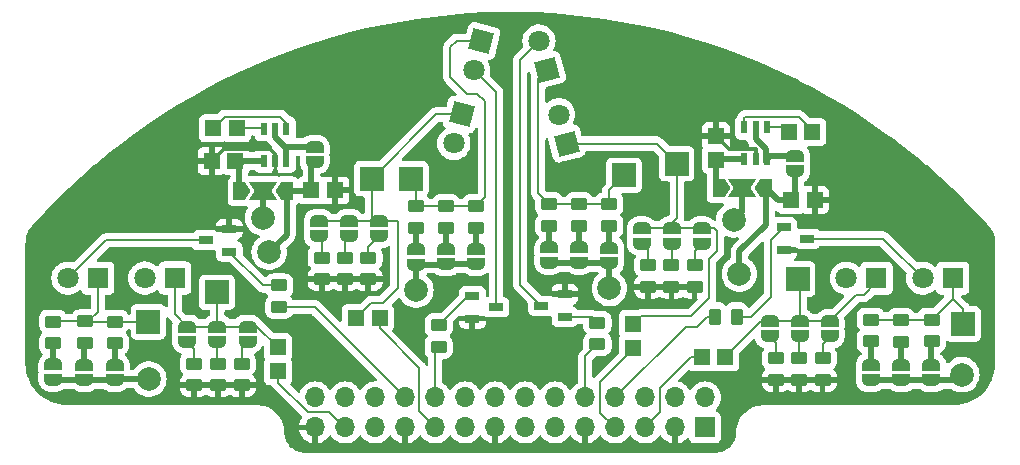
<source format=gbr>
%TF.GenerationSoftware,KiCad,Pcbnew,8.0.0*%
%TF.CreationDate,2024-03-23T23:06:13+02:00*%
%TF.ProjectId,test,74657374-2e6b-4696-9361-645f70636258,rev?*%
%TF.SameCoordinates,Original*%
%TF.FileFunction,Copper,L1,Top*%
%TF.FilePolarity,Positive*%
%FSLAX46Y46*%
G04 Gerber Fmt 4.6, Leading zero omitted, Abs format (unit mm)*
G04 Created by KiCad (PCBNEW 8.0.0) date 2024-03-23 23:06:13*
%MOMM*%
%LPD*%
G01*
G04 APERTURE LIST*
G04 Aperture macros list*
%AMRoundRect*
0 Rectangle with rounded corners*
0 $1 Rounding radius*
0 $2 $3 $4 $5 $6 $7 $8 $9 X,Y pos of 4 corners*
0 Add a 4 corners polygon primitive as box body*
4,1,4,$2,$3,$4,$5,$6,$7,$8,$9,$2,$3,0*
0 Add four circle primitives for the rounded corners*
1,1,$1+$1,$2,$3*
1,1,$1+$1,$4,$5*
1,1,$1+$1,$6,$7*
1,1,$1+$1,$8,$9*
0 Add four rect primitives between the rounded corners*
20,1,$1+$1,$2,$3,$4,$5,0*
20,1,$1+$1,$4,$5,$6,$7,0*
20,1,$1+$1,$6,$7,$8,$9,0*
20,1,$1+$1,$8,$9,$2,$3,0*%
%AMRotRect*
0 Rectangle, with rotation*
0 The origin of the aperture is its center*
0 $1 length*
0 $2 width*
0 $3 Rotation angle, in degrees counterclockwise*
0 Add horizontal line*
21,1,$1,$2,0,0,$3*%
%AMFreePoly0*
4,1,19,0.500000,-0.750000,0.000000,-0.750000,0.000000,-0.744911,-0.071157,-0.744911,-0.207708,-0.704816,-0.327430,-0.627875,-0.420627,-0.520320,-0.479746,-0.390866,-0.500000,-0.250000,-0.500000,0.250000,-0.479746,0.390866,-0.420627,0.520320,-0.327430,0.627875,-0.207708,0.704816,-0.071157,0.744911,0.000000,0.744911,0.000000,0.750000,0.500000,0.750000,0.500000,-0.750000,0.500000,-0.750000,
$1*%
%AMFreePoly1*
4,1,19,0.000000,0.744911,0.071157,0.744911,0.207708,0.704816,0.327430,0.627875,0.420627,0.520320,0.479746,0.390866,0.500000,0.250000,0.500000,-0.250000,0.479746,-0.390866,0.420627,-0.520320,0.327430,-0.627875,0.207708,-0.704816,0.071157,-0.744911,0.000000,-0.744911,0.000000,-0.750000,-0.500000,-0.750000,-0.500000,0.750000,0.000000,0.750000,0.000000,0.744911,0.000000,0.744911,
$1*%
%AMFreePoly2*
4,1,6,1.000000,0.000000,0.500000,-0.750000,-0.500000,-0.750000,-0.500000,0.750000,0.500000,0.750000,1.000000,0.000000,1.000000,0.000000,$1*%
%AMFreePoly3*
4,1,7,0.700000,0.000000,1.200000,-0.750000,-1.200000,-0.750000,-0.700000,0.000000,-1.200000,0.750000,1.200000,0.750000,0.700000,0.000000,0.700000,0.000000,$1*%
G04 Aperture macros list end*
%TA.AperFunction,SMDPad,CuDef*%
%ADD10FreePoly0,90.000000*%
%TD*%
%TA.AperFunction,SMDPad,CuDef*%
%ADD11FreePoly1,90.000000*%
%TD*%
%TA.AperFunction,SMDPad,CuDef*%
%ADD12FreePoly2,180.000000*%
%TD*%
%TA.AperFunction,SMDPad,CuDef*%
%ADD13FreePoly3,180.000000*%
%TD*%
%TA.AperFunction,SMDPad,CuDef*%
%ADD14FreePoly2,0.000000*%
%TD*%
%TA.AperFunction,SMDPad,CuDef*%
%ADD15RoundRect,0.250000X0.450000X-0.262500X0.450000X0.262500X-0.450000X0.262500X-0.450000X-0.262500X0*%
%TD*%
%TA.AperFunction,SMDPad,CuDef*%
%ADD16RoundRect,0.250000X-0.450000X0.262500X-0.450000X-0.262500X0.450000X-0.262500X0.450000X0.262500X0*%
%TD*%
%TA.AperFunction,SMDPad,CuDef*%
%ADD17RoundRect,0.250000X-0.262500X-0.450000X0.262500X-0.450000X0.262500X0.450000X-0.262500X0.450000X0*%
%TD*%
%TA.AperFunction,SMDPad,CuDef*%
%ADD18R,1.410000X1.350000*%
%TD*%
%TA.AperFunction,SMDPad,CuDef*%
%ADD19R,2.000000X2.000000*%
%TD*%
%TA.AperFunction,ComponentPad*%
%ADD20R,1.800000X1.800000*%
%TD*%
%TA.AperFunction,ComponentPad*%
%ADD21C,1.800000*%
%TD*%
%TA.AperFunction,ComponentPad*%
%ADD22RotRect,1.800000X1.800000X105.000000*%
%TD*%
%TA.AperFunction,SMDPad,CuDef*%
%ADD23FreePoly0,270.000000*%
%TD*%
%TA.AperFunction,SMDPad,CuDef*%
%ADD24FreePoly1,270.000000*%
%TD*%
%TA.AperFunction,SMDPad,CuDef*%
%ADD25R,0.600000X1.100000*%
%TD*%
%TA.AperFunction,SMDPad,CuDef*%
%ADD26R,1.250000X0.700000*%
%TD*%
%TA.AperFunction,ComponentPad*%
%ADD27RotRect,1.800000X1.800000X255.000000*%
%TD*%
%TA.AperFunction,SMDPad,CuDef*%
%ADD28R,1.350000X1.410000*%
%TD*%
%TA.AperFunction,ComponentPad*%
%ADD29R,1.700000X1.700000*%
%TD*%
%TA.AperFunction,ComponentPad*%
%ADD30O,1.700000X1.700000*%
%TD*%
%TA.AperFunction,ViaPad*%
%ADD31C,1.000000*%
%TD*%
%TA.AperFunction,ViaPad*%
%ADD32C,2.000000*%
%TD*%
%TA.AperFunction,Conductor*%
%ADD33C,0.200000*%
%TD*%
%TA.AperFunction,Conductor*%
%ADD34C,0.500000*%
%TD*%
%TA.AperFunction,Conductor*%
%ADD35C,0.300000*%
%TD*%
G04 APERTURE END LIST*
D10*
%TO.P,JP28,1,A*%
%TO.N,/Batt*%
X213345599Y-45521379D03*
D11*
%TO.P,JP28,2,B*%
%TO.N,Net-(JP28-B)*%
X213345599Y-44221379D03*
%TD*%
D10*
%TO.P,JP27,1,A*%
%TO.N,/Batt*%
X172670081Y-44742898D03*
D11*
%TO.P,JP27,2,B*%
%TO.N,Net-(JP27-B)*%
X172670081Y-43442898D03*
%TD*%
D12*
%TO.P,JP14,1,A*%
%TO.N,/Batt*%
X170298639Y-47215159D03*
D13*
%TO.P,JP14,2,C*%
%TO.N,/DetectorIn*%
X168298639Y-47215159D03*
D14*
%TO.P,JP14,3,B*%
%TO.N,/DetectorRegulated*%
X166298639Y-47215159D03*
%TD*%
D12*
%TO.P,JP13,1,A*%
%TO.N,/Batt*%
X210860091Y-46955193D03*
D13*
%TO.P,JP13,2,C*%
%TO.N,/EmitterIn*%
X208860091Y-46955193D03*
D14*
%TO.P,JP13,3,B*%
%TO.N,/EmitterRegulated*%
X206860091Y-46955193D03*
%TD*%
D15*
%TO.P,R1,1*%
%TO.N,Net-(JP4-A)*%
X186324976Y-50292039D03*
%TO.P,R1,2*%
%TO.N,Net-(U1-A)*%
X186324976Y-48467039D03*
%TD*%
D16*
%TO.P,R2,1*%
%TO.N,Net-(JP20-A)*%
X166478154Y-61811222D03*
%TO.P,R2,2*%
%TO.N,GND*%
X166478154Y-63636222D03*
%TD*%
D15*
%TO.P,R3,1*%
%TO.N,Net-(JP7-A)*%
X150523878Y-60073471D03*
%TO.P,R3,2*%
%TO.N,Net-(U2-A)*%
X150523878Y-58248471D03*
%TD*%
%TO.P,R4,1*%
%TO.N,/Left input*%
X183168496Y-60383947D03*
%TO.P,R4,2*%
%TO.N,Net-(Q1-B)*%
X183168496Y-58558947D03*
%TD*%
%TO.P,R5,1*%
%TO.N,/Middle Left input*%
X169670872Y-57012940D03*
%TO.P,R5,2*%
%TO.N,Net-(Q2-B)*%
X169670872Y-55187940D03*
%TD*%
%TO.P,R6,1*%
%TO.N,Net-(JP2-A)*%
X192524381Y-50129376D03*
%TO.P,R6,2*%
%TO.N,Net-(U3-A)*%
X192524381Y-48304376D03*
%TD*%
%TO.P,R7,1*%
%TO.N,/Right input*%
X196603476Y-60165331D03*
%TO.P,R7,2*%
%TO.N,Net-(Q3-B)*%
X196603476Y-58340331D03*
%TD*%
%TO.P,R8,1*%
%TO.N,Net-(JP5-A)*%
X181244976Y-50292039D03*
%TO.P,R8,2*%
%TO.N,Net-(U1-A)*%
X181244976Y-48467039D03*
%TD*%
D16*
%TO.P,R9,1*%
%TO.N,Net-(JP17-A)*%
X177212707Y-52842515D03*
%TO.P,R9,2*%
%TO.N,GND*%
X177212707Y-54667515D03*
%TD*%
%TO.P,R10,1*%
%TO.N,Net-(JP23-A)*%
X200921048Y-53458944D03*
%TO.P,R10,2*%
%TO.N,GND*%
X200921048Y-55283944D03*
%TD*%
D15*
%TO.P,R11,1*%
%TO.N,Net-(JP6-A)*%
X183784976Y-50292039D03*
%TO.P,R11,2*%
%TO.N,Net-(U1-A)*%
X183784976Y-48467039D03*
%TD*%
%TO.P,R12,1*%
%TO.N,Net-(JP8-A)*%
X153213624Y-60062760D03*
%TO.P,R12,2*%
%TO.N,Net-(U2-A)*%
X153213624Y-58237760D03*
%TD*%
%TO.P,R13,1*%
%TO.N,Net-(JP9-A)*%
X155736343Y-60074279D03*
%TO.P,R13,2*%
%TO.N,Net-(U2-A)*%
X155736343Y-58249279D03*
%TD*%
%TO.P,R14,1*%
%TO.N,Net-(JP3-A)*%
X195064381Y-50129376D03*
%TO.P,R14,2*%
%TO.N,Net-(U3-A)*%
X195064381Y-48304376D03*
%TD*%
%TO.P,R15,1*%
%TO.N,Net-(JP1-A)*%
X197604381Y-50129376D03*
%TO.P,R15,2*%
%TO.N,Net-(U3-A)*%
X197604381Y-48304376D03*
%TD*%
D16*
%TO.P,R16,1*%
%TO.N,Net-(JP16-A)*%
X173265018Y-52836809D03*
%TO.P,R16,2*%
%TO.N,GND*%
X173265018Y-54661809D03*
%TD*%
%TO.P,R17,1*%
%TO.N,Net-(JP15-A)*%
X175241983Y-52841854D03*
%TO.P,R17,2*%
%TO.N,GND*%
X175241983Y-54666854D03*
%TD*%
%TO.P,R18,1*%
%TO.N,Net-(JP18-A)*%
X164467929Y-61808301D03*
%TO.P,R18,2*%
%TO.N,GND*%
X164467929Y-63633301D03*
%TD*%
%TO.P,R19,1*%
%TO.N,Net-(JP19-A)*%
X162447215Y-61808301D03*
%TO.P,R19,2*%
%TO.N,GND*%
X162447215Y-63633301D03*
%TD*%
%TO.P,R20,1*%
%TO.N,Net-(JP26-A)*%
X211732221Y-61357592D03*
%TO.P,R20,2*%
%TO.N,GND*%
X211732221Y-63182592D03*
%TD*%
D17*
%TO.P,R21,1*%
%TO.N,/Middle Right input*%
X206561859Y-57819683D03*
%TO.P,R21,2*%
%TO.N,Net-(Q4-B)*%
X208386859Y-57819683D03*
%TD*%
D15*
%TO.P,R22,1*%
%TO.N,Net-(JP10-A)*%
X224894143Y-59910658D03*
%TO.P,R22,2*%
%TO.N,Net-(U4-A)*%
X224894143Y-58085658D03*
%TD*%
%TO.P,R23,1*%
%TO.N,Net-(JP11-A)*%
X222321647Y-59954632D03*
%TO.P,R23,2*%
%TO.N,Net-(U4-A)*%
X222321647Y-58129632D03*
%TD*%
%TO.P,R24,1*%
%TO.N,Net-(JP12-A)*%
X219749151Y-59899697D03*
%TO.P,R24,2*%
%TO.N,Net-(U4-A)*%
X219749151Y-58074697D03*
%TD*%
D16*
%TO.P,R25,1*%
%TO.N,Net-(JP21-A)*%
X202875470Y-53457605D03*
%TO.P,R25,2*%
%TO.N,GND*%
X202875470Y-55282605D03*
%TD*%
%TO.P,R26,1*%
%TO.N,Net-(JP22-A)*%
X204826831Y-53457605D03*
%TO.P,R26,2*%
%TO.N,GND*%
X204826831Y-55282605D03*
%TD*%
%TO.P,R27,1*%
%TO.N,Net-(JP24-A)*%
X213702336Y-61354375D03*
%TO.P,R27,2*%
%TO.N,GND*%
X213702336Y-63179375D03*
%TD*%
%TO.P,R28,1*%
%TO.N,Net-(JP25-A)*%
X215662979Y-61354375D03*
%TO.P,R28,2*%
%TO.N,GND*%
X215662979Y-63179375D03*
%TD*%
D18*
%TO.P,C9,1*%
%TO.N,Net-(U5-C-)*%
X212788521Y-42200261D03*
%TO.P,C9,2*%
%TO.N,Net-(U5-C+)*%
X214788521Y-42200261D03*
%TD*%
%TO.P,C1,1*%
%TO.N,Net-(CGQ1-E)*%
X176157605Y-57955911D03*
%TO.P,C1,2*%
%TO.N,/Left output*%
X178157605Y-57955911D03*
%TD*%
D19*
%TO.P,TP5,1,1*%
%TO.N,Net-(U3-A)*%
X198850987Y-45871692D03*
%TD*%
%TO.P,TP1,1,1*%
%TO.N,Net-(CGQ1-E)*%
X177495182Y-46137808D03*
%TD*%
D18*
%TO.P,C8,1*%
%TO.N,/Batt*%
X212994540Y-47967358D03*
%TO.P,C8,2*%
%TO.N,GND*%
X214994540Y-47967358D03*
%TD*%
D19*
%TO.P,TP4,1,1*%
%TO.N,Net-(U2-A)*%
X158577599Y-58268183D03*
%TD*%
D10*
%TO.P,JP21,1,A*%
%TO.N,Net-(JP21-A)*%
X202898175Y-51641425D03*
D11*
%TO.P,JP21,2,B*%
%TO.N,Net-(CGQ3-E)*%
X202898175Y-50341425D03*
%TD*%
D18*
%TO.P,C6,1*%
%TO.N,Net-(CGQ4-E)*%
X207418225Y-61284732D03*
%TO.P,C6,2*%
%TO.N,/Middle Right output*%
X205418225Y-61284732D03*
%TD*%
D10*
%TO.P,JP22,1,A*%
%TO.N,Net-(JP22-A)*%
X205438175Y-51641425D03*
D11*
%TO.P,JP22,2,B*%
%TO.N,Net-(CGQ3-E)*%
X205438175Y-50341425D03*
%TD*%
D18*
%TO.P,C12,1*%
%TO.N,/Batt*%
X172387391Y-47144562D03*
%TO.P,C12,2*%
%TO.N,GND*%
X174387391Y-47144562D03*
%TD*%
%TO.P,C10,1*%
%TO.N,/DetectorRegulated*%
X165953190Y-44644623D03*
%TO.P,C10,2*%
%TO.N,GND*%
X163953190Y-44644623D03*
%TD*%
D10*
%TO.P,JP25,1,A*%
%TO.N,Net-(JP25-A)*%
X216276393Y-59508259D03*
D11*
%TO.P,JP25,2,B*%
%TO.N,Net-(CGQ4-E)*%
X216276393Y-58208259D03*
%TD*%
D20*
%TO.P,CGQ2,1,E*%
%TO.N,Net-(CGQ2-E)*%
X160825200Y-54559030D03*
D21*
%TO.P,CGQ2,2,C*%
%TO.N,/DetectorIn*%
X158285200Y-54559030D03*
%TD*%
D20*
%TO.P,U4,1,A*%
%TO.N,Net-(U4-A)*%
X226680404Y-54574658D03*
D21*
%TO.P,U4,2,C*%
%TO.N,Net-(Q4-C)*%
X224140404Y-54574658D03*
%TD*%
D10*
%TO.P,JP15,1,A*%
%TO.N,Net-(JP15-A)*%
X175574187Y-51012991D03*
D11*
%TO.P,JP15,2,B*%
%TO.N,Net-(CGQ1-E)*%
X175574187Y-49712991D03*
%TD*%
D22*
%TO.P,CGQ3,1,E*%
%TO.N,Net-(CGQ3-E)*%
X193991153Y-43176498D03*
D21*
%TO.P,CGQ3,2,C*%
%TO.N,/DetectorIn*%
X193333753Y-40723046D03*
%TD*%
D19*
%TO.P,TP7,1,1*%
%TO.N,Net-(CGQ4-E)*%
X213552848Y-54632582D03*
%TD*%
D10*
%TO.P,JP20,1,A*%
%TO.N,Net-(JP20-A)*%
X166986485Y-59973073D03*
D11*
%TO.P,JP20,2,B*%
%TO.N,Net-(CGQ2-E)*%
X166986485Y-58673073D03*
%TD*%
D23*
%TO.P,JP7,1,A*%
%TO.N,Net-(JP7-A)*%
X150523881Y-61868402D03*
D24*
%TO.P,JP7,2,B*%
%TO.N,/EmitterIn*%
X150523881Y-63168402D03*
%TD*%
D25*
%TO.P,U5,1,VOUT*%
%TO.N,/EmitterRegulated*%
X209051087Y-44498323D03*
%TO.P,U5,2,GND*%
%TO.N,GND*%
X210001087Y-44498323D03*
%TO.P,U5,3,EN*%
%TO.N,Net-(JP28-B)*%
X210951087Y-44498323D03*
%TO.P,U5,4,C-*%
%TO.N,Net-(U5-C-)*%
X210951087Y-41798323D03*
%TO.P,U5,5,VDD*%
%TO.N,Net-(JP28-B)*%
X210001087Y-41798323D03*
%TO.P,U5,6,C+*%
%TO.N,Net-(U5-C+)*%
X209051087Y-41798323D03*
%TD*%
D26*
%TO.P,Q3,1,B*%
%TO.N,Net-(Q3-B)*%
X193845106Y-57844032D03*
%TO.P,Q3,2,E*%
%TO.N,GND*%
X193845106Y-55944032D03*
%TO.P,Q3,3,C*%
%TO.N,Net-(Q3-C)*%
X191845106Y-56894032D03*
%TD*%
D19*
%TO.P,TP8,1,1*%
%TO.N,Net-(U4-A)*%
X227548922Y-58444061D03*
%TD*%
D26*
%TO.P,Q1,1,B*%
%TO.N,Net-(Q1-B)*%
X186021166Y-56088458D03*
%TO.P,Q1,2,E*%
%TO.N,GND*%
X186021166Y-57988458D03*
%TO.P,Q1,3,C*%
%TO.N,Net-(Q1-C)*%
X188021166Y-57038458D03*
%TD*%
D10*
%TO.P,JP18,1,A*%
%TO.N,Net-(JP18-A)*%
X164423382Y-59968028D03*
D11*
%TO.P,JP18,2,B*%
%TO.N,Net-(CGQ2-E)*%
X164423382Y-58668028D03*
%TD*%
D19*
%TO.P,TP2,1,1*%
%TO.N,Net-(CGQ2-E)*%
X164406353Y-55779019D03*
%TD*%
D23*
%TO.P,JP10,1,A*%
%TO.N,Net-(JP10-A)*%
X224888835Y-61920004D03*
D24*
%TO.P,JP10,2,B*%
%TO.N,/EmitterIn*%
X224888835Y-63220004D03*
%TD*%
D23*
%TO.P,JP6,1,A*%
%TO.N,Net-(JP6-A)*%
X183777636Y-52093571D03*
D24*
%TO.P,JP6,2,B*%
%TO.N,/EmitterIn*%
X183777636Y-53393571D03*
%TD*%
D20*
%TO.P,CGQ4,1,E*%
%TO.N,Net-(CGQ4-E)*%
X220223258Y-54580179D03*
D21*
%TO.P,CGQ4,2,C*%
%TO.N,/DetectorIn*%
X217683258Y-54580179D03*
%TD*%
D22*
%TO.P,U3,1,A*%
%TO.N,Net-(U3-A)*%
X192309943Y-36940771D03*
D21*
%TO.P,U3,2,C*%
%TO.N,Net-(Q3-C)*%
X191652543Y-34487319D03*
%TD*%
D18*
%TO.P,C11,1*%
%TO.N,Net-(U6-C-)*%
X164067315Y-41884507D03*
%TO.P,C11,2*%
%TO.N,Net-(U6-C+)*%
X166067315Y-41884507D03*
%TD*%
D19*
%TO.P,TP3,1,1*%
%TO.N,Net-(CGQ3-E)*%
X203320966Y-44875525D03*
%TD*%
D27*
%TO.P,U1,1,A*%
%TO.N,Net-(U1-A)*%
X186784954Y-34473617D03*
D21*
%TO.P,U1,2,C*%
%TO.N,Net-(Q1-C)*%
X186127554Y-36927069D03*
%TD*%
D11*
%TO.P,JP24,2,B*%
%TO.N,Net-(CGQ4-E)*%
X213736393Y-58208259D03*
D10*
%TO.P,JP24,1,A*%
%TO.N,Net-(JP24-A)*%
X213736393Y-59508259D03*
%TD*%
D19*
%TO.P,TP6,1,1*%
%TO.N,Net-(U1-A)*%
X180805512Y-46137808D03*
%TD*%
D28*
%TO.P,C3,1*%
%TO.N,Net-(CGQ3-E)*%
X199614140Y-58447197D03*
%TO.P,C3,2*%
%TO.N,/Right output*%
X199614140Y-60447197D03*
%TD*%
D10*
%TO.P,JP16,1,A*%
%TO.N,Net-(JP16-A)*%
X173014404Y-51007547D03*
D11*
%TO.P,JP16,2,B*%
%TO.N,Net-(CGQ1-E)*%
X173014404Y-49707547D03*
%TD*%
D27*
%TO.P,CGQ1,1,E*%
%TO.N,Net-(CGQ1-E)*%
X185103013Y-40711603D03*
D21*
%TO.P,CGQ1,2,C*%
%TO.N,/DetectorIn*%
X184445613Y-43165055D03*
%TD*%
D20*
%TO.P,U2,1,A*%
%TO.N,Net-(U2-A)*%
X154311726Y-54563040D03*
D21*
%TO.P,U2,2,C*%
%TO.N,Net-(Q2-C)*%
X151771726Y-54563040D03*
%TD*%
D23*
%TO.P,JP2,1,A*%
%TO.N,Net-(JP2-A)*%
X192524381Y-51970813D03*
D24*
%TO.P,JP2,2,B*%
%TO.N,/EmitterIn*%
X192524381Y-53270813D03*
%TD*%
D25*
%TO.P,U6,1,VOUT*%
%TO.N,/DetectorRegulated*%
X168378866Y-44630959D03*
%TO.P,U6,2,GND*%
%TO.N,GND*%
X169328866Y-44630959D03*
%TO.P,U6,3,EN*%
%TO.N,Net-(JP27-B)*%
X170278866Y-44630959D03*
%TO.P,U6,4,C-*%
%TO.N,Net-(U6-C-)*%
X170278866Y-41930959D03*
%TO.P,U6,5,VDD*%
%TO.N,Net-(JP27-B)*%
X169328866Y-41930959D03*
%TO.P,U6,6,C+*%
%TO.N,Net-(U6-C+)*%
X168378866Y-41930959D03*
%TD*%
D28*
%TO.P,C2,1*%
%TO.N,Net-(CGQ2-E)*%
X169568741Y-60435233D03*
%TO.P,C2,2*%
%TO.N,/Middle Left output*%
X169568741Y-62435233D03*
%TD*%
D23*
%TO.P,JP4,1,A*%
%TO.N,Net-(JP4-A)*%
X186317633Y-52067653D03*
D24*
%TO.P,JP4,2,B*%
%TO.N,/EmitterIn*%
X186317633Y-53367653D03*
%TD*%
D23*
%TO.P,JP11,1,A*%
%TO.N,Net-(JP11-A)*%
X222321647Y-61899115D03*
D24*
%TO.P,JP11,2,B*%
%TO.N,/EmitterIn*%
X222321647Y-63199115D03*
%TD*%
D23*
%TO.P,JP1,1,A*%
%TO.N,Net-(JP1-A)*%
X197612196Y-51981499D03*
D24*
%TO.P,JP1,2,B*%
%TO.N,/EmitterIn*%
X197612196Y-53281499D03*
%TD*%
D23*
%TO.P,JP8,1,A*%
%TO.N,Net-(JP8-A)*%
X153167552Y-61890238D03*
D24*
%TO.P,JP8,2,B*%
%TO.N,/EmitterIn*%
X153167552Y-63190238D03*
%TD*%
D23*
%TO.P,JP9,1,A*%
%TO.N,Net-(JP9-A)*%
X155733468Y-61892279D03*
D24*
%TO.P,JP9,2,B*%
%TO.N,/EmitterIn*%
X155733468Y-63192279D03*
%TD*%
D10*
%TO.P,JP17,1,A*%
%TO.N,Net-(JP17-A)*%
X178137291Y-51012991D03*
D11*
%TO.P,JP17,2,B*%
%TO.N,Net-(CGQ1-E)*%
X178137291Y-49712991D03*
%TD*%
D23*
%TO.P,JP12,1,A*%
%TO.N,Net-(JP12-A)*%
X219749151Y-61899115D03*
D24*
%TO.P,JP12,2,B*%
%TO.N,/EmitterIn*%
X219749151Y-63199115D03*
%TD*%
D23*
%TO.P,JP5,1,A*%
%TO.N,Net-(JP5-A)*%
X181237638Y-52119489D03*
D24*
%TO.P,JP5,2,B*%
%TO.N,/EmitterIn*%
X181237638Y-53419489D03*
%TD*%
D26*
%TO.P,Q2,1,B*%
%TO.N,Net-(Q2-B)*%
X165430678Y-52315083D03*
%TO.P,Q2,2,E*%
%TO.N,GND*%
X165430678Y-50415083D03*
%TO.P,Q2,3,C*%
%TO.N,Net-(Q2-C)*%
X163430678Y-51365083D03*
%TD*%
%TO.P,Q4,1,B*%
%TO.N,Net-(Q4-B)*%
X212371010Y-50268217D03*
%TO.P,Q4,2,E*%
%TO.N,GND*%
X212371010Y-52168217D03*
%TO.P,Q4,3,C*%
%TO.N,Net-(Q4-C)*%
X214371010Y-51218217D03*
%TD*%
D10*
%TO.P,JP23,1,A*%
%TO.N,Net-(JP23-A)*%
X200358175Y-51641425D03*
D11*
%TO.P,JP23,2,B*%
%TO.N,Net-(CGQ3-E)*%
X200358175Y-50341425D03*
%TD*%
D10*
%TO.P,JP19,1,A*%
%TO.N,Net-(JP19-A)*%
X161860677Y-59968028D03*
D11*
%TO.P,JP19,2,B*%
%TO.N,Net-(CGQ2-E)*%
X161860677Y-58668028D03*
%TD*%
D23*
%TO.P,JP3,1,A*%
%TO.N,Net-(JP3-A)*%
X195070139Y-51970813D03*
D24*
%TO.P,JP3,2,B*%
%TO.N,/EmitterIn*%
X195070139Y-53270813D03*
%TD*%
D28*
%TO.P,C7,1*%
%TO.N,/EmitterRegulated*%
X206663647Y-44541154D03*
%TO.P,C7,2*%
%TO.N,GND*%
X206663647Y-42541154D03*
%TD*%
D10*
%TO.P,JP26,1,A*%
%TO.N,Net-(JP26-A)*%
X211196393Y-59508259D03*
D11*
%TO.P,JP26,2,B*%
%TO.N,Net-(CGQ4-E)*%
X211196393Y-58208259D03*
%TD*%
D29*
%TO.P,J1,1,Pin_1*%
%TO.N,unconnected-(J1-Pin_1-Pad1)*%
X205730422Y-67212480D03*
D30*
%TO.P,J1,2,Pin_2*%
%TO.N,/3V3*%
X205730422Y-64672480D03*
%TO.P,J1,3,Pin_3*%
%TO.N,GND*%
X203190422Y-67212480D03*
%TO.P,J1,4,Pin_4*%
%TO.N,/Batt*%
X203190422Y-64672480D03*
%TO.P,J1,5,Pin_5*%
%TO.N,/Middle Right output*%
X200650422Y-67212480D03*
%TO.P,J1,6,Pin_6*%
%TO.N,unconnected-(J1-Pin_6-Pad6)*%
X200650422Y-64672480D03*
%TO.P,J1,7,Pin_7*%
%TO.N,/Right output*%
X198110422Y-67212480D03*
%TO.P,J1,8,Pin_8*%
%TO.N,/Middle Right input*%
X198110422Y-64672480D03*
%TO.P,J1,9,Pin_9*%
%TO.N,GND*%
X195570422Y-67212480D03*
%TO.P,J1,10,Pin_10*%
%TO.N,/Right input*%
X195570422Y-64672480D03*
%TO.P,J1,11,Pin_11*%
%TO.N,unconnected-(J1-Pin_11-Pad11)*%
X193030422Y-67212480D03*
%TO.P,J1,12,Pin_12*%
%TO.N,unconnected-(J1-Pin_12-Pad12)*%
X193030422Y-64672480D03*
%TO.P,J1,13,Pin_13*%
%TO.N,unconnected-(J1-Pin_13-Pad13)*%
X190490422Y-67212480D03*
%TO.P,J1,14,Pin_14*%
%TO.N,unconnected-(J1-Pin_14-Pad14)*%
X190490422Y-64672480D03*
%TO.P,J1,15,Pin_15*%
%TO.N,GND*%
X187950422Y-67212480D03*
%TO.P,J1,16,Pin_16*%
%TO.N,unconnected-(J1-Pin_16-Pad16)*%
X187950422Y-64672480D03*
%TO.P,J1,17,Pin_17*%
%TO.N,unconnected-(J1-Pin_17-Pad17)*%
X185410422Y-67212480D03*
%TO.P,J1,18,Pin_18*%
%TO.N,unconnected-(J1-Pin_18-Pad18)*%
X185410422Y-64672480D03*
%TO.P,J1,19,Pin_19*%
%TO.N,/Left output*%
X182870422Y-67212480D03*
%TO.P,J1,20,Pin_20*%
%TO.N,/Left input*%
X182870422Y-64672480D03*
%TO.P,J1,21,Pin_21*%
%TO.N,GND*%
X180330422Y-67212480D03*
%TO.P,J1,22,Pin_22*%
%TO.N,/Middle Left input*%
X180330422Y-64672480D03*
%TO.P,J1,23,Pin_23*%
%TO.N,unconnected-(J1-Pin_23-Pad23)*%
X177790422Y-67212480D03*
%TO.P,J1,24,Pin_24*%
%TO.N,unconnected-(J1-Pin_24-Pad24)*%
X177790422Y-64672480D03*
%TO.P,J1,25,Pin_25*%
%TO.N,/Middle Left output*%
X175250422Y-67212480D03*
%TO.P,J1,26,Pin_26*%
%TO.N,/Batt*%
X175250422Y-64672480D03*
%TO.P,J1,27,Pin_27*%
%TO.N,GND*%
X172710422Y-67212480D03*
%TO.P,J1,28,Pin_28*%
%TO.N,unconnected-(J1-Pin_28-Pad28)*%
X172710422Y-64672480D03*
%TD*%
D31*
%TO.N,GND*%
X189126812Y-62494018D03*
D32*
%TO.N,/Batt*%
X208626594Y-54206407D03*
X168812884Y-52369434D03*
D31*
%TO.N,GND*%
X209642109Y-56104788D03*
X156097344Y-56256190D03*
X180791339Y-58370762D03*
X191608152Y-54823602D03*
X195335857Y-45993396D03*
X183535113Y-46299909D03*
D32*
%TO.N,/DetectorIn*%
X168263773Y-49456758D03*
%TO.N,/EmitterIn*%
X197615123Y-55435608D03*
X158622676Y-63104025D03*
X227458103Y-62746427D03*
X181236678Y-55574588D03*
X208165022Y-49638439D03*
%TD*%
D33*
%TO.N,Net-(U1-A)*%
X181244976Y-48467039D02*
X181244976Y-46577272D01*
X181244976Y-46577272D02*
X180805512Y-46137808D01*
%TO.N,Net-(CGQ1-E)*%
X177495182Y-49408173D02*
X177800000Y-49712991D01*
X177495182Y-46137808D02*
X177495182Y-49408173D01*
X182921387Y-40711603D02*
X177495182Y-46137808D01*
X185103013Y-40711603D02*
X182921387Y-40711603D01*
D34*
%TO.N,/Batt*%
X172387391Y-45025588D02*
X172670081Y-44742898D01*
X172387391Y-47144562D02*
X172387391Y-45025588D01*
X172316794Y-47215159D02*
X172387391Y-47144562D01*
X170298639Y-47215159D02*
X172316794Y-47215159D01*
%TO.N,Net-(JP27-B)*%
X170416927Y-43442898D02*
X170278866Y-43580959D01*
X172670081Y-43442898D02*
X170416927Y-43442898D01*
%TO.N,Net-(JP28-B)*%
X211228031Y-44221379D02*
X210951087Y-44498323D01*
X213345599Y-44221379D02*
X211228031Y-44221379D01*
%TO.N,/Batt*%
X213345599Y-47616299D02*
X212994540Y-47967358D01*
X213345599Y-45521379D02*
X213345599Y-47616299D01*
X211872256Y-47967358D02*
X210860091Y-46955193D01*
X212994540Y-47967358D02*
X211872256Y-47967358D01*
D33*
%TO.N,Net-(JP28-B)*%
X213068655Y-44498323D02*
X213345599Y-44221379D01*
%TO.N,Net-(U5-C+)*%
X209075977Y-40948323D02*
X209051087Y-40973213D01*
X209051087Y-40973213D02*
X209051087Y-41798323D01*
X214788521Y-42068521D02*
X213668323Y-40948323D01*
X214788521Y-42200261D02*
X214788521Y-42068521D01*
X213668323Y-40948323D02*
X209075977Y-40948323D01*
%TO.N,Net-(U5-C-)*%
X210951087Y-41798323D02*
X212386583Y-41798323D01*
X212386583Y-41798323D02*
X212788521Y-42200261D01*
%TO.N,Net-(CGQ3-E)*%
X193991153Y-43176498D02*
X201621939Y-43176498D01*
%TO.N,Net-(U3-A)*%
X191596553Y-37654161D02*
X192309943Y-36940771D01*
X191596553Y-47376548D02*
X191596553Y-37654161D01*
%TO.N,Net-(Q3-C)*%
X190073300Y-36066562D02*
X190073300Y-36830000D01*
X190073300Y-55122226D02*
X190073300Y-36830000D01*
X191652543Y-34487319D02*
X190073300Y-36066562D01*
%TO.N,Net-(Q1-C)*%
X188021166Y-38820681D02*
X186127554Y-36927069D01*
X188021166Y-57038458D02*
X188021166Y-38820681D01*
%TO.N,Net-(U1-A)*%
X187074387Y-47717628D02*
X186324976Y-48467039D01*
X187074387Y-39610253D02*
X187074387Y-47717628D01*
X185557067Y-38942632D02*
X186406766Y-38942632D01*
X186406766Y-38942632D02*
X187074387Y-39610253D01*
X184140900Y-37526465D02*
X185557067Y-38942632D01*
X184140900Y-35025431D02*
X184140900Y-37526465D01*
X184692714Y-34473617D02*
X184140900Y-35025431D01*
X186247754Y-34473617D02*
X184692714Y-34473617D01*
%TO.N,Net-(CGQ4-E)*%
X213736393Y-54816127D02*
X213552848Y-54632582D01*
X213736393Y-58208259D02*
X213736393Y-54816127D01*
%TO.N,Net-(U2-A)*%
X153484966Y-58237760D02*
X154311726Y-57411000D01*
X153213624Y-58237760D02*
X153484966Y-58237760D01*
X154311726Y-57411000D02*
X154311726Y-54563040D01*
%TO.N,/Right output*%
X199614140Y-60570160D02*
X199614140Y-60447197D01*
X196844198Y-63340102D02*
X199614140Y-60570160D01*
%TO.N,Net-(CGQ3-E)*%
X206479671Y-50341425D02*
X205438175Y-50341425D01*
X206082336Y-56262159D02*
X206082336Y-52944025D01*
X206753584Y-50615337D02*
X206479671Y-50341425D01*
X204541840Y-57802655D02*
X206082336Y-56262159D01*
X206082336Y-52944025D02*
X206753584Y-52272777D01*
X206753584Y-52272777D02*
X206753584Y-50615337D01*
X200258682Y-57802655D02*
X204541840Y-57802655D01*
X199614140Y-58447197D02*
X200258682Y-57802655D01*
D34*
%TO.N,Net-(JP28-B)*%
X210001087Y-42748323D02*
X210860091Y-43607327D01*
%TO.N,Net-(JP27-B)*%
X170278866Y-43580959D02*
X169328866Y-42630959D01*
X170278866Y-44630959D02*
X170278866Y-43580959D01*
%TO.N,/Batt*%
X170278866Y-47195386D02*
X170298639Y-47215159D01*
%TO.N,Net-(JP28-B)*%
X210860091Y-44711000D02*
X210860091Y-44589319D01*
%TO.N,/Batt*%
X170298639Y-47215159D02*
X170298639Y-50883679D01*
%TO.N,Net-(JP28-B)*%
X210860091Y-43607327D02*
X210860091Y-44589319D01*
%TO.N,/Batt*%
X170298639Y-50883679D02*
X168812884Y-52369434D01*
%TO.N,Net-(JP27-B)*%
X169328866Y-42630959D02*
X169328866Y-41930959D01*
%TO.N,Net-(JP28-B)*%
X210001087Y-41798323D02*
X210001087Y-42748323D01*
X210860091Y-44589319D02*
X210951087Y-44498323D01*
%TO.N,/Batt*%
X210860091Y-46955193D02*
X210860091Y-50067438D01*
X210860091Y-50067438D02*
X208626594Y-52300935D01*
X208626594Y-52300935D02*
X208626594Y-54206407D01*
D35*
%TO.N,GND*%
X168917530Y-43619623D02*
X164978190Y-43619623D01*
X169328866Y-44030959D02*
X168917530Y-43619623D01*
X169328866Y-44630959D02*
X169328866Y-44030959D01*
X207720816Y-43598323D02*
X206663647Y-42541154D01*
X209951087Y-43598323D02*
X207720816Y-43598323D01*
X164978190Y-43619623D02*
X163953190Y-44644623D01*
X210001087Y-43648323D02*
X209951087Y-43598323D01*
X210001087Y-44498323D02*
X210001087Y-43648323D01*
D33*
%TO.N,Net-(U1-A)*%
X186324976Y-48467039D02*
X183784976Y-48467039D01*
X183784976Y-48467039D02*
X181244976Y-48467039D01*
X181244976Y-48467039D02*
X181237261Y-48467039D01*
X181237261Y-48467039D02*
X181219488Y-48449266D01*
%TO.N,/Left output*%
X181480422Y-65822480D02*
X181480422Y-62153728D01*
X181480422Y-62153728D02*
X178157605Y-58830911D01*
X182870422Y-67212480D02*
X181480422Y-65822480D01*
X178157605Y-57955911D02*
X178157605Y-58830911D01*
%TO.N,/Right output*%
X196844198Y-65946256D02*
X196844198Y-63340102D01*
X198110422Y-67212480D02*
X196844198Y-65946256D01*
%TO.N,Net-(Q1-B)*%
X186021166Y-56088458D02*
X185638985Y-56088458D01*
X185638985Y-56088458D02*
X183168496Y-58558947D01*
%TO.N,Net-(Q2-B)*%
X169670872Y-55187940D02*
X168303535Y-55187940D01*
X169670872Y-55187940D02*
X169670872Y-55087823D01*
X168303535Y-55187940D02*
X165430678Y-52315083D01*
%TO.N,Net-(Q2-C)*%
X163430678Y-51365083D02*
X154975423Y-51365083D01*
X154975423Y-51365083D02*
X151549775Y-54790731D01*
%TO.N,Net-(Q3-C)*%
X191845106Y-56894032D02*
X190073300Y-55122226D01*
%TO.N,Net-(Q3-B)*%
X193845106Y-57844032D02*
X196107177Y-57844032D01*
X196107177Y-57844032D02*
X196603476Y-58340331D01*
%TO.N,/Left input*%
X182870422Y-60682021D02*
X183168496Y-60383947D01*
X182870422Y-64672480D02*
X182870422Y-60682021D01*
%TO.N,/Right input*%
X195570422Y-61198385D02*
X196603476Y-60165331D01*
X195570422Y-64672480D02*
X195570422Y-61198385D01*
%TO.N,Net-(CGQ1-E)*%
X173019848Y-49712991D02*
X173014404Y-49707547D01*
X178447622Y-56674492D02*
X177439023Y-56674492D01*
X179679743Y-55442371D02*
X178447622Y-56674492D01*
X178137291Y-49712991D02*
X179601734Y-49712991D01*
X178137291Y-49712991D02*
X175574187Y-49712991D01*
X179601734Y-49712991D02*
X179679743Y-49791000D01*
X179679743Y-49791000D02*
X179679743Y-55442371D01*
X175574187Y-49712991D02*
X173019848Y-49712991D01*
X177439023Y-56674492D02*
X176157605Y-57955911D01*
%TO.N,Net-(CGQ2-E)*%
X160825200Y-54559030D02*
X160825200Y-57632551D01*
X167801536Y-58668028D02*
X166981440Y-58668028D01*
X164423382Y-58668028D02*
X166981440Y-58668028D01*
X166981440Y-58668028D02*
X166986485Y-58673073D01*
X164423382Y-58668028D02*
X164423382Y-55796048D01*
X160825200Y-57632551D02*
X161860677Y-58668028D01*
X169568741Y-60435233D02*
X167801536Y-58668028D01*
X161860677Y-58668028D02*
X164423382Y-58668028D01*
X164423382Y-55796048D02*
X164406353Y-55779019D01*
%TO.N,Net-(CGQ3-E)*%
X200358175Y-50341425D02*
X202898175Y-50341425D01*
X203320966Y-49493084D02*
X203320966Y-44875525D01*
X205438175Y-50341425D02*
X202898175Y-50341425D01*
X202898175Y-49915875D02*
X203320966Y-49493084D01*
X202898175Y-50341425D02*
X202898175Y-49915875D01*
X201621939Y-43176498D02*
X203320966Y-44875525D01*
%TO.N,Net-(U2-A)*%
X155736343Y-58249279D02*
X156215021Y-58249279D01*
X156215021Y-58249279D02*
X156233925Y-58268183D01*
X156233925Y-58268183D02*
X158577599Y-58268183D01*
X155736343Y-58249279D02*
X153225143Y-58249279D01*
X153225143Y-58249279D02*
X153213624Y-58237760D01*
X153213624Y-58237760D02*
X150511548Y-58237760D01*
%TO.N,Net-(U3-A)*%
X197613868Y-48294889D02*
X197604381Y-48304376D01*
X192524381Y-48304376D02*
X195064381Y-48304376D01*
X197604381Y-48304376D02*
X197604381Y-47118298D01*
X197604381Y-47118298D02*
X198850987Y-45871692D01*
X192524381Y-48304376D02*
X191596553Y-47376548D01*
X195064381Y-48304376D02*
X197604381Y-48304376D01*
D34*
%TO.N,Net-(JP1-A)*%
X197612196Y-51981499D02*
X197612196Y-50137191D01*
X197612196Y-50137191D02*
X197604381Y-50129376D01*
%TO.N,Net-(JP2-A)*%
X192524381Y-51970813D02*
X192524381Y-50129376D01*
%TO.N,Net-(JP3-A)*%
X195070139Y-51970813D02*
X195070139Y-50135134D01*
X195070139Y-50135134D02*
X195064381Y-50129376D01*
%TO.N,Net-(JP4-A)*%
X186324976Y-50292039D02*
X186324976Y-52060310D01*
X186324976Y-52060310D02*
X186317633Y-52067653D01*
%TO.N,Net-(JP5-A)*%
X181244976Y-52112151D02*
X181237638Y-52119489D01*
X181244976Y-50292039D02*
X181244976Y-52112151D01*
%TO.N,Net-(JP6-A)*%
X183784976Y-50292039D02*
X183784976Y-52086231D01*
X183784976Y-52086231D02*
X183777636Y-52093571D01*
D33*
%TO.N,Net-(JP7-A)*%
X150523878Y-61868399D02*
X150523881Y-61868402D01*
D34*
X150523881Y-60073474D02*
X150523878Y-60073471D01*
X150523881Y-61868402D02*
X150523881Y-60073474D01*
D33*
%TO.N,Net-(JP8-A)*%
X153213624Y-61844166D02*
X153167552Y-61890238D01*
D34*
X153167552Y-60108832D02*
X153213624Y-60062760D01*
X153167552Y-61890238D02*
X153167552Y-60108832D01*
%TO.N,Net-(JP9-A)*%
X155733468Y-60077154D02*
X155736343Y-60074279D01*
D33*
X155736343Y-61889404D02*
X155733468Y-61892279D01*
D34*
X155733468Y-61892279D02*
X155733468Y-60077154D01*
D33*
%TO.N,/Middle Left output*%
X169586746Y-62510733D02*
X169586746Y-63415733D01*
X169586746Y-63415733D02*
X172068993Y-65897980D01*
X173878427Y-65897980D02*
X175268427Y-67287980D01*
X172068993Y-65897980D02*
X173878427Y-65897980D01*
%TO.N,/Middle Left input*%
X172670882Y-57012940D02*
X180330422Y-64672480D01*
X169670872Y-57012940D02*
X172670882Y-57012940D01*
%TO.N,Net-(CGQ4-E)*%
X216276393Y-58208259D02*
X218483664Y-56000988D01*
X210441393Y-58208259D02*
X207418225Y-61231427D01*
X218483664Y-56000988D02*
X219153778Y-56000988D01*
X211196393Y-58208259D02*
X210441393Y-58208259D01*
X213736393Y-55557648D02*
X213600166Y-55421421D01*
X207418225Y-61231427D02*
X207418225Y-61284732D01*
X220223258Y-54580179D02*
X220223258Y-54931507D01*
X211196393Y-58208259D02*
X213736393Y-58208259D01*
X220223258Y-54931507D02*
X219153778Y-56000988D01*
X216276393Y-58208259D02*
X213736393Y-58208259D01*
%TO.N,/Middle Right output*%
X205418225Y-61284732D02*
X204513225Y-61284732D01*
X201934688Y-65928214D02*
X200650422Y-67212480D01*
X204513225Y-61284732D02*
X201934688Y-63863269D01*
X201934688Y-63863269D02*
X201934688Y-65928214D01*
D34*
%TO.N,Net-(JP10-A)*%
X224888835Y-61920004D02*
X224888835Y-59915966D01*
X224888835Y-59915966D02*
X224894143Y-59910658D01*
%TO.N,Net-(JP11-A)*%
X222321647Y-61899115D02*
X222321647Y-59954632D01*
%TO.N,Net-(JP12-A)*%
X219749151Y-61899115D02*
X219749151Y-59899697D01*
D33*
%TO.N,Net-(Q4-C)*%
X224140404Y-54574658D02*
X221225023Y-51659277D01*
X214371010Y-51218217D02*
X220783963Y-51218217D01*
X220783963Y-51218217D02*
X221225023Y-51659277D01*
%TO.N,Net-(Q4-B)*%
X211295810Y-51343417D02*
X212371010Y-50268217D01*
X208386859Y-57819683D02*
X209605842Y-57819683D01*
X209605842Y-57819683D02*
X211295810Y-56129715D01*
X211295810Y-56129715D02*
X211295810Y-51343417D01*
%TO.N,/Middle Right input*%
X206561859Y-57819683D02*
X205876873Y-57819683D01*
X205015556Y-58681000D02*
X205876873Y-57819683D01*
X198110422Y-64672480D02*
X204101902Y-58681000D01*
X204101902Y-58681000D02*
X205015556Y-58681000D01*
%TO.N,Net-(U4-A)*%
X226680404Y-56299397D02*
X224894143Y-58085658D01*
X222321647Y-58129632D02*
X222374668Y-58129632D01*
X222374668Y-58129632D02*
X222418642Y-58085658D01*
X226680404Y-54574658D02*
X226680404Y-56299397D01*
X219749151Y-58074697D02*
X222266712Y-58074697D01*
X222266712Y-58074697D02*
X222321647Y-58129632D01*
X227548922Y-58444061D02*
X227548922Y-57167915D01*
X227548922Y-57167915D02*
X226680404Y-56299397D01*
X222418642Y-58085658D02*
X224894143Y-58085658D01*
D34*
%TO.N,/DetectorIn*%
X168263773Y-47250025D02*
X168298639Y-47215159D01*
X168263773Y-49456758D02*
X168263773Y-47250025D01*
%TO.N,/EmitterRegulated*%
X209051087Y-44498323D02*
X206706478Y-44498323D01*
X206663647Y-44541154D02*
X206663647Y-46758749D01*
X206706478Y-44498323D02*
X206663647Y-44541154D01*
X206663647Y-46758749D02*
X206860091Y-46955193D01*
%TO.N,/DetectorRegulated*%
X166298639Y-44990072D02*
X165953190Y-44644623D01*
X166298639Y-47215159D02*
X166298639Y-44990072D01*
X168378866Y-44630959D02*
X166657752Y-44630959D01*
X166657752Y-44630959D02*
X166298639Y-44990072D01*
D33*
%TO.N,Net-(U6-C-)*%
X169757414Y-40909507D02*
X170278866Y-41430959D01*
X170278866Y-41430959D02*
X170278866Y-41930959D01*
X165042315Y-40909507D02*
X169757414Y-40909507D01*
X164067315Y-41884507D02*
X165042315Y-40909507D01*
%TO.N,Net-(U6-C+)*%
X166067315Y-41884507D02*
X168332414Y-41884507D01*
X168332414Y-41884507D02*
X168378866Y-41930959D01*
D34*
%TO.N,/EmitterIn*%
X181236678Y-55574588D02*
X181236678Y-53418529D01*
X208860091Y-48943370D02*
X208165022Y-49638439D01*
X197601510Y-53270813D02*
X197612196Y-53281499D01*
X195070139Y-53270813D02*
X197601510Y-53270813D01*
X155821722Y-63104025D02*
X155733468Y-63192279D01*
X208860091Y-46955193D02*
X208860091Y-48943370D01*
X150699542Y-63344063D02*
X150523881Y-63168402D01*
X186291715Y-53393571D02*
X186317633Y-53367653D01*
X153167552Y-63190238D02*
X150545717Y-63190238D01*
X183751718Y-53419489D02*
X183777636Y-53393571D01*
X195501368Y-53281499D02*
X195438848Y-53218979D01*
X192420781Y-53374413D02*
X192524381Y-53270813D01*
X183777636Y-53393571D02*
X186291715Y-53393571D01*
X219749151Y-63199115D02*
X222321647Y-63199115D01*
X181236678Y-53418529D02*
X181237638Y-53419489D01*
X158622676Y-63104025D02*
X155821722Y-63104025D01*
X181237638Y-53419489D02*
X183751718Y-53419489D01*
X197615123Y-53284426D02*
X197601510Y-53270813D01*
X153169593Y-63192279D02*
X153167552Y-63190238D01*
X224888835Y-63220004D02*
X226984526Y-63220004D01*
X226984526Y-63220004D02*
X227458103Y-62746427D01*
X197615123Y-55435608D02*
X197615123Y-53284426D01*
X224867946Y-63199115D02*
X224888835Y-63220004D01*
X222321647Y-63199115D02*
X224867946Y-63199115D01*
X192524381Y-53270813D02*
X195070139Y-53270813D01*
X150545717Y-63190238D02*
X150523881Y-63168402D01*
X155733468Y-63192279D02*
X153169593Y-63192279D01*
D33*
%TO.N,Net-(JP15-A)*%
X175241983Y-52841854D02*
X175241983Y-51345195D01*
X175241983Y-51345195D02*
X175574187Y-51012991D01*
%TO.N,Net-(JP16-A)*%
X173265018Y-52836809D02*
X173265018Y-51258161D01*
X173265018Y-51258161D02*
X173014404Y-51007547D01*
%TO.N,Net-(JP17-A)*%
X177212707Y-51937575D02*
X178137291Y-51012991D01*
X177212707Y-52842515D02*
X177212707Y-51937575D01*
%TO.N,Net-(JP18-A)*%
X164423382Y-59968028D02*
X164423382Y-61763754D01*
X164423382Y-61763754D02*
X164467929Y-61808301D01*
%TO.N,Net-(JP19-A)*%
X161860677Y-59968028D02*
X162447215Y-60554566D01*
X162447215Y-60554566D02*
X162447215Y-61808301D01*
%TO.N,Net-(JP20-A)*%
X166986485Y-59973073D02*
X166478154Y-60481404D01*
X166478154Y-60481404D02*
X166478154Y-61811222D01*
%TO.N,Net-(JP21-A)*%
X202898175Y-53434900D02*
X202875470Y-53457605D01*
X202898175Y-51641425D02*
X202898175Y-53434900D01*
%TO.N,Net-(JP22-A)*%
X205438175Y-51641425D02*
X204826831Y-52252769D01*
X204826831Y-52252769D02*
X204826831Y-53457605D01*
%TO.N,Net-(JP23-A)*%
X200921048Y-52204298D02*
X200921048Y-53458944D01*
X200358175Y-51641425D02*
X200921048Y-52204298D01*
%TO.N,Net-(JP24-A)*%
X213702336Y-61354375D02*
X213702336Y-59542316D01*
X213702336Y-59542316D02*
X213736393Y-59508259D01*
%TO.N,Net-(JP25-A)*%
X215662979Y-61354375D02*
X215662979Y-60121673D01*
X215662979Y-60121673D02*
X216276393Y-59508259D01*
%TO.N,Net-(JP26-A)*%
X211732221Y-61357592D02*
X211732221Y-60044087D01*
X211732221Y-60044087D02*
X211196393Y-59508259D01*
%TD*%
%TA.AperFunction,Conductor*%
%TO.N,GND*%
G36*
X162372966Y-51985268D02*
G01*
X162405193Y-52015271D01*
X162440406Y-52062308D01*
X162448132Y-52072629D01*
X162460686Y-52082027D01*
X162563342Y-52158876D01*
X162563349Y-52158880D01*
X162698195Y-52209174D01*
X162698194Y-52209174D01*
X162705122Y-52209918D01*
X162757805Y-52215583D01*
X164103550Y-52215582D01*
X164163161Y-52209174D01*
X164163165Y-52209172D01*
X164167923Y-52208661D01*
X164236682Y-52221067D01*
X164287820Y-52268677D01*
X164305178Y-52331951D01*
X164305178Y-52712952D01*
X164305179Y-52712959D01*
X164311586Y-52772566D01*
X164361880Y-52907411D01*
X164361884Y-52907418D01*
X164448130Y-53022627D01*
X164448133Y-53022630D01*
X164563342Y-53108876D01*
X164563349Y-53108880D01*
X164572779Y-53112397D01*
X164698195Y-53159174D01*
X164757805Y-53165583D01*
X165380580Y-53165582D01*
X165447619Y-53185266D01*
X165468261Y-53201901D01*
X167818674Y-55552314D01*
X167818684Y-55552325D01*
X167823014Y-55556655D01*
X167823015Y-55556656D01*
X167934819Y-55668460D01*
X167934821Y-55668461D01*
X167934825Y-55668464D01*
X168071744Y-55747513D01*
X168071751Y-55747517D01*
X168183554Y-55777474D01*
X168224477Y-55788440D01*
X168224478Y-55788440D01*
X168478364Y-55788440D01*
X168545403Y-55808125D01*
X168583901Y-55847341D01*
X168627764Y-55918454D01*
X168628161Y-55919097D01*
X168721823Y-56012759D01*
X168755308Y-56074082D01*
X168750324Y-56143774D01*
X168721823Y-56188121D01*
X168628161Y-56281782D01*
X168536059Y-56431103D01*
X168536057Y-56431108D01*
X168508221Y-56515110D01*
X168480873Y-56597643D01*
X168480873Y-56597644D01*
X168480872Y-56597644D01*
X168470372Y-56700423D01*
X168470372Y-57325441D01*
X168470373Y-57325459D01*
X168480872Y-57428236D01*
X168480873Y-57428239D01*
X168536057Y-57594771D01*
X168536059Y-57594776D01*
X168559713Y-57633125D01*
X168628160Y-57744096D01*
X168752216Y-57868152D01*
X168901538Y-57960254D01*
X169068075Y-58015439D01*
X169170863Y-58025940D01*
X170170880Y-58025939D01*
X170170888Y-58025938D01*
X170170891Y-58025938D01*
X170227174Y-58020188D01*
X170273669Y-58015439D01*
X170440206Y-57960254D01*
X170589528Y-57868152D01*
X170713584Y-57744096D01*
X170757842Y-57672342D01*
X170809789Y-57625619D01*
X170863380Y-57613440D01*
X172370785Y-57613440D01*
X172437824Y-57633125D01*
X172458466Y-57649759D01*
X177916755Y-63108048D01*
X177950240Y-63169371D01*
X177945256Y-63239063D01*
X177903384Y-63294996D01*
X177837920Y-63319413D01*
X177818266Y-63319257D01*
X177790423Y-63316821D01*
X177790421Y-63316821D01*
X177555018Y-63337416D01*
X177555008Y-63337418D01*
X177326766Y-63398574D01*
X177326757Y-63398578D01*
X177112593Y-63498444D01*
X177112591Y-63498445D01*
X176919019Y-63633985D01*
X176751927Y-63801077D01*
X176621997Y-63986638D01*
X176567420Y-64030263D01*
X176497922Y-64037457D01*
X176435567Y-64005934D01*
X176418847Y-63986638D01*
X176288916Y-63801077D01*
X176121824Y-63633986D01*
X176121817Y-63633981D01*
X175928256Y-63498447D01*
X175928252Y-63498445D01*
X175879810Y-63475856D01*
X175714085Y-63398577D01*
X175714081Y-63398576D01*
X175714077Y-63398574D01*
X175485835Y-63337418D01*
X175485825Y-63337416D01*
X175250423Y-63316821D01*
X175250421Y-63316821D01*
X175015018Y-63337416D01*
X175015008Y-63337418D01*
X174786766Y-63398574D01*
X174786757Y-63398578D01*
X174572593Y-63498444D01*
X174572591Y-63498445D01*
X174379019Y-63633985D01*
X174211927Y-63801077D01*
X174081997Y-63986638D01*
X174027420Y-64030263D01*
X173957922Y-64037457D01*
X173895567Y-64005934D01*
X173878847Y-63986638D01*
X173748916Y-63801077D01*
X173581824Y-63633986D01*
X173581817Y-63633981D01*
X173388256Y-63498447D01*
X173388252Y-63498445D01*
X173339810Y-63475856D01*
X173174085Y-63398577D01*
X173174081Y-63398576D01*
X173174077Y-63398574D01*
X172945835Y-63337418D01*
X172945825Y-63337416D01*
X172710423Y-63316821D01*
X172710421Y-63316821D01*
X172475018Y-63337416D01*
X172475008Y-63337418D01*
X172246766Y-63398574D01*
X172246757Y-63398578D01*
X172032593Y-63498444D01*
X172032591Y-63498445D01*
X171839019Y-63633985D01*
X171671927Y-63801077D01*
X171536388Y-63994648D01*
X171445386Y-64189800D01*
X171399213Y-64242238D01*
X171332019Y-64261390D01*
X171265138Y-64241174D01*
X171245323Y-64225075D01*
X170641619Y-63621371D01*
X170608134Y-63560048D01*
X170613118Y-63490356D01*
X170630033Y-63459379D01*
X170631992Y-63456762D01*
X170687537Y-63382564D01*
X170737832Y-63247716D01*
X170744241Y-63188106D01*
X170744240Y-61682361D01*
X170737832Y-61622750D01*
X170687537Y-61487902D01*
X170687535Y-61487899D01*
X170684437Y-61479593D01*
X170687694Y-61478377D01*
X170676369Y-61426458D01*
X170686582Y-61391673D01*
X170684437Y-61390873D01*
X170687535Y-61382566D01*
X170687537Y-61382564D01*
X170737832Y-61247716D01*
X170744241Y-61188106D01*
X170744240Y-59682361D01*
X170737832Y-59622750D01*
X170736325Y-59618710D01*
X170687538Y-59487904D01*
X170687534Y-59487897D01*
X170601288Y-59372688D01*
X170601285Y-59372685D01*
X170486076Y-59286439D01*
X170486069Y-59286435D01*
X170351223Y-59236141D01*
X170351224Y-59236141D01*
X170291624Y-59229734D01*
X170291622Y-59229733D01*
X170291614Y-59229733D01*
X170291606Y-59229733D01*
X169263838Y-59229733D01*
X169196799Y-59210048D01*
X169176157Y-59193414D01*
X168289126Y-58306383D01*
X168289124Y-58306380D01*
X168170254Y-58187510D01*
X168170252Y-58187508D01*
X168115885Y-58156119D01*
X168073569Y-58115770D01*
X168047108Y-58074595D01*
X168046291Y-58073159D01*
X168043496Y-58068974D01*
X167949277Y-57960242D01*
X167949274Y-57960239D01*
X167840620Y-57866091D01*
X167840617Y-57866088D01*
X167789402Y-57833175D01*
X167719579Y-57788303D01*
X167719572Y-57788300D01*
X167719566Y-57788296D01*
X167594841Y-57731336D01*
X167590542Y-57729087D01*
X167450746Y-57688039D01*
X167450736Y-57688036D01*
X167322785Y-57669640D01*
X167308426Y-57667576D01*
X167308425Y-57667576D01*
X167252086Y-57667576D01*
X167252076Y-57667573D01*
X167200721Y-57667573D01*
X166772249Y-57667573D01*
X166720912Y-57667573D01*
X166720884Y-57667576D01*
X166664544Y-57667576D01*
X166531006Y-57686776D01*
X166531004Y-57686776D01*
X166522229Y-57688037D01*
X166384171Y-57728576D01*
X166253403Y-57788296D01*
X166253393Y-57788301D01*
X166253391Y-57788303D01*
X166238884Y-57797626D01*
X166132352Y-57866088D01*
X166132348Y-57866091D01*
X166023711Y-57960225D01*
X166023692Y-57960242D01*
X166023691Y-57960244D01*
X165967813Y-58024731D01*
X165909037Y-58062505D01*
X165874101Y-58067528D01*
X165540139Y-58067528D01*
X165473100Y-58047843D01*
X165446427Y-58024732D01*
X165426094Y-58001267D01*
X165386173Y-57955196D01*
X165298895Y-57879570D01*
X165277517Y-57861046D01*
X165277514Y-57861043D01*
X165232715Y-57832253D01*
X165156476Y-57783258D01*
X165149399Y-57780026D01*
X165096369Y-57755807D01*
X165043566Y-57710051D01*
X165023882Y-57643013D01*
X165023882Y-57403518D01*
X165043567Y-57336479D01*
X165096371Y-57290724D01*
X165147882Y-57279518D01*
X165454224Y-57279518D01*
X165454225Y-57279518D01*
X165513836Y-57273110D01*
X165648684Y-57222815D01*
X165763899Y-57136565D01*
X165850149Y-57021350D01*
X165900444Y-56886502D01*
X165906853Y-56826892D01*
X165906852Y-54731147D01*
X165900444Y-54671536D01*
X165876040Y-54606106D01*
X165850150Y-54536690D01*
X165850146Y-54536683D01*
X165763900Y-54421474D01*
X165763897Y-54421471D01*
X165648688Y-54335225D01*
X165648681Y-54335221D01*
X165513835Y-54284927D01*
X165513836Y-54284927D01*
X165454236Y-54278520D01*
X165454234Y-54278519D01*
X165454226Y-54278519D01*
X165454217Y-54278519D01*
X163358482Y-54278519D01*
X163358476Y-54278520D01*
X163298869Y-54284927D01*
X163164024Y-54335221D01*
X163164017Y-54335225D01*
X163048808Y-54421471D01*
X163048805Y-54421474D01*
X162962559Y-54536683D01*
X162962555Y-54536690D01*
X162912261Y-54671536D01*
X162905854Y-54731135D01*
X162905854Y-54731142D01*
X162905853Y-54731154D01*
X162905853Y-56826889D01*
X162905854Y-56826895D01*
X162912261Y-56886502D01*
X162962555Y-57021347D01*
X162962559Y-57021354D01*
X163048805Y-57136563D01*
X163048808Y-57136566D01*
X163164017Y-57222812D01*
X163164024Y-57222816D01*
X163203319Y-57237472D01*
X163298870Y-57273110D01*
X163358480Y-57279519D01*
X163698882Y-57279518D01*
X163765921Y-57299202D01*
X163811676Y-57352006D01*
X163822882Y-57403518D01*
X163822882Y-57643013D01*
X163803197Y-57710052D01*
X163750395Y-57755807D01*
X163690296Y-57783254D01*
X163690292Y-57783255D01*
X163690288Y-57783258D01*
X163667931Y-57797626D01*
X163569249Y-57861043D01*
X163569245Y-57861046D01*
X163460608Y-57955180D01*
X163460589Y-57955197D01*
X163460572Y-57955216D01*
X163400339Y-58024730D01*
X163341561Y-58062505D01*
X163306626Y-58067528D01*
X162977434Y-58067528D01*
X162910395Y-58047843D01*
X162883722Y-58024732D01*
X162863389Y-58001267D01*
X162823468Y-57955196D01*
X162736190Y-57879570D01*
X162714812Y-57861046D01*
X162714809Y-57861043D01*
X162670010Y-57832253D01*
X162593771Y-57783258D01*
X162593764Y-57783255D01*
X162593758Y-57783251D01*
X162469033Y-57726291D01*
X162464734Y-57724042D01*
X162324938Y-57682994D01*
X162324928Y-57682991D01*
X162196977Y-57664595D01*
X162182618Y-57662531D01*
X162182617Y-57662531D01*
X162126278Y-57662531D01*
X162126268Y-57662528D01*
X162074913Y-57662528D01*
X161755774Y-57662528D01*
X161688735Y-57642843D01*
X161668093Y-57626209D01*
X161462019Y-57420134D01*
X161428534Y-57358811D01*
X161425700Y-57332453D01*
X161425700Y-56083529D01*
X161445385Y-56016490D01*
X161498189Y-55970735D01*
X161549700Y-55959529D01*
X161773071Y-55959529D01*
X161773072Y-55959529D01*
X161832683Y-55953121D01*
X161967531Y-55902826D01*
X162082746Y-55816576D01*
X162168996Y-55701361D01*
X162219291Y-55566513D01*
X162225700Y-55506903D01*
X162225699Y-53611158D01*
X162219291Y-53551547D01*
X162217321Y-53546266D01*
X162168997Y-53416701D01*
X162168993Y-53416694D01*
X162082747Y-53301485D01*
X162082744Y-53301482D01*
X161967535Y-53215236D01*
X161967528Y-53215232D01*
X161832682Y-53164938D01*
X161832683Y-53164938D01*
X161773083Y-53158531D01*
X161773081Y-53158530D01*
X161773073Y-53158530D01*
X161773064Y-53158530D01*
X159877329Y-53158530D01*
X159877323Y-53158531D01*
X159817716Y-53164938D01*
X159682871Y-53215232D01*
X159682864Y-53215236D01*
X159567655Y-53301482D01*
X159567652Y-53301485D01*
X159481406Y-53416694D01*
X159481403Y-53416700D01*
X159452744Y-53493538D01*
X159410872Y-53549471D01*
X159345408Y-53573888D01*
X159277135Y-53559036D01*
X159245335Y-53534188D01*
X159236984Y-53525117D01*
X159236978Y-53525112D01*
X159236977Y-53525111D01*
X159053834Y-53382565D01*
X159053828Y-53382561D01*
X158849704Y-53272094D01*
X158849695Y-53272091D01*
X158630184Y-53196732D01*
X158439650Y-53164938D01*
X158401249Y-53158530D01*
X158169151Y-53158530D01*
X158130750Y-53164938D01*
X157940215Y-53196732D01*
X157720704Y-53272091D01*
X157720695Y-53272094D01*
X157516571Y-53382561D01*
X157516565Y-53382565D01*
X157333422Y-53525111D01*
X157333419Y-53525114D01*
X157333416Y-53525116D01*
X157333416Y-53525117D01*
X157296610Y-53565099D01*
X157176216Y-53695882D01*
X157049275Y-53890181D01*
X156956042Y-54102729D01*
X156899066Y-54327721D01*
X156899064Y-54327732D01*
X156879900Y-54559023D01*
X156879900Y-54559036D01*
X156899064Y-54790327D01*
X156899066Y-54790338D01*
X156956042Y-55015330D01*
X157049275Y-55227878D01*
X157176216Y-55422177D01*
X157176219Y-55422181D01*
X157176221Y-55422183D01*
X157333416Y-55592943D01*
X157333419Y-55592945D01*
X157333422Y-55592948D01*
X157516565Y-55735494D01*
X157516571Y-55735498D01*
X157516574Y-55735500D01*
X157720697Y-55845966D01*
X157834687Y-55885098D01*
X157940215Y-55921327D01*
X157940217Y-55921327D01*
X157940219Y-55921328D01*
X158169151Y-55959530D01*
X158169152Y-55959530D01*
X158401248Y-55959530D01*
X158401249Y-55959530D01*
X158630181Y-55921328D01*
X158849703Y-55845966D01*
X159053826Y-55735500D01*
X159070511Y-55722514D01*
X159143148Y-55665978D01*
X159236984Y-55592943D01*
X159245330Y-55583876D01*
X159305210Y-55547884D01*
X159375049Y-55549979D01*
X159432668Y-55589499D01*
X159452744Y-55624521D01*
X159481403Y-55701360D01*
X159481406Y-55701365D01*
X159567652Y-55816574D01*
X159567655Y-55816577D01*
X159682864Y-55902823D01*
X159682871Y-55902827D01*
X159693612Y-55906833D01*
X159817717Y-55953121D01*
X159877327Y-55959530D01*
X160100700Y-55959529D01*
X160167739Y-55979213D01*
X160213494Y-56032017D01*
X160224700Y-56083529D01*
X160224700Y-56924875D01*
X160205015Y-56991914D01*
X160152211Y-57037669D01*
X160083053Y-57047613D01*
X160019497Y-57018588D01*
X160001434Y-56999187D01*
X159954229Y-56936130D01*
X159935145Y-56910637D01*
X159935143Y-56910636D01*
X159935143Y-56910635D01*
X159819934Y-56824389D01*
X159819927Y-56824385D01*
X159685081Y-56774091D01*
X159685082Y-56774091D01*
X159625482Y-56767684D01*
X159625480Y-56767683D01*
X159625472Y-56767683D01*
X159625463Y-56767683D01*
X157529728Y-56767683D01*
X157529722Y-56767684D01*
X157470115Y-56774091D01*
X157335270Y-56824385D01*
X157335263Y-56824389D01*
X157220054Y-56910635D01*
X157220051Y-56910638D01*
X157133805Y-57025847D01*
X157133801Y-57025854D01*
X157083507Y-57160700D01*
X157077100Y-57220299D01*
X157077099Y-57220318D01*
X157077099Y-57543683D01*
X157057414Y-57610722D01*
X157004610Y-57656477D01*
X156953099Y-57667683D01*
X156940511Y-57667683D01*
X156873472Y-57647998D01*
X156834972Y-57608780D01*
X156779055Y-57518123D01*
X156654999Y-57394067D01*
X156524203Y-57313392D01*
X156505679Y-57301966D01*
X156505674Y-57301964D01*
X156494928Y-57298403D01*
X156339140Y-57246780D01*
X156339138Y-57246779D01*
X156236353Y-57236279D01*
X155236341Y-57236279D01*
X155236323Y-57236280D01*
X155133546Y-57246779D01*
X155133543Y-57246780D01*
X155075230Y-57266104D01*
X155005402Y-57268506D01*
X154945360Y-57232774D01*
X154914167Y-57170254D01*
X154912226Y-57148398D01*
X154912226Y-56087539D01*
X154931911Y-56020500D01*
X154984715Y-55974745D01*
X155036226Y-55963539D01*
X155259597Y-55963539D01*
X155259598Y-55963539D01*
X155319209Y-55957131D01*
X155454057Y-55906836D01*
X155569272Y-55820586D01*
X155655522Y-55705371D01*
X155705817Y-55570523D01*
X155712226Y-55510913D01*
X155712225Y-53615168D01*
X155705817Y-53555557D01*
X155705733Y-53555333D01*
X155655523Y-53420711D01*
X155655519Y-53420704D01*
X155569273Y-53305495D01*
X155569270Y-53305492D01*
X155454061Y-53219246D01*
X155454054Y-53219242D01*
X155319208Y-53168948D01*
X155319209Y-53168948D01*
X155259609Y-53162541D01*
X155259607Y-53162540D01*
X155259599Y-53162540D01*
X155259591Y-53162540D01*
X154326562Y-53162540D01*
X154259523Y-53142855D01*
X154213768Y-53090051D01*
X154203824Y-53020893D01*
X154232849Y-52957337D01*
X154238881Y-52950859D01*
X154640585Y-52549156D01*
X155187839Y-52001902D01*
X155249162Y-51968417D01*
X155275520Y-51965583D01*
X162305927Y-51965583D01*
X162372966Y-51985268D01*
G37*
%TD.AperFunction*%
%TA.AperFunction,Conductor*%
G36*
X190879003Y-37093878D02*
G01*
X190916777Y-37152656D01*
X190917570Y-37155480D01*
X190918349Y-37158386D01*
X191004430Y-37479648D01*
X191004431Y-37543831D01*
X190996052Y-37575104D01*
X190996052Y-37743207D01*
X190996053Y-37743220D01*
X190996053Y-47289878D01*
X190996052Y-47289896D01*
X190996052Y-47455602D01*
X190996051Y-47455602D01*
X191036976Y-47608333D01*
X191050582Y-47631899D01*
X191116030Y-47745260D01*
X191116034Y-47745265D01*
X191234902Y-47864133D01*
X191234908Y-47864138D01*
X191287562Y-47916792D01*
X191321047Y-47978115D01*
X191323881Y-48004473D01*
X191323881Y-48616877D01*
X191323882Y-48616895D01*
X191334381Y-48719672D01*
X191334382Y-48719675D01*
X191389566Y-48886207D01*
X191389568Y-48886212D01*
X191401777Y-48906006D01*
X191459692Y-48999902D01*
X191481670Y-49035533D01*
X191575332Y-49129195D01*
X191608817Y-49190518D01*
X191603833Y-49260210D01*
X191575332Y-49304557D01*
X191481670Y-49398218D01*
X191389568Y-49547539D01*
X191389566Y-49547544D01*
X191381415Y-49572143D01*
X191334382Y-49714079D01*
X191334382Y-49714080D01*
X191334381Y-49714080D01*
X191323881Y-49816859D01*
X191323881Y-50441877D01*
X191323882Y-50441895D01*
X191334381Y-50544672D01*
X191334382Y-50544675D01*
X191374282Y-50665083D01*
X191389567Y-50711210D01*
X191479226Y-50856572D01*
X191481670Y-50860533D01*
X191605724Y-50984587D01*
X191605728Y-50984590D01*
X191620518Y-50993713D01*
X191667243Y-51045661D01*
X191678464Y-51114623D01*
X191650621Y-51178705D01*
X191636624Y-51192964D01*
X191561593Y-51257977D01*
X191561588Y-51257982D01*
X191561586Y-51257985D01*
X191552334Y-51268663D01*
X191467366Y-51366722D01*
X191467364Y-51366724D01*
X191467364Y-51366725D01*
X191467362Y-51366728D01*
X191389636Y-51487670D01*
X191389633Y-51487676D01*
X191329864Y-51618554D01*
X191289358Y-51756504D01*
X191289355Y-51756516D01*
X191268881Y-51898923D01*
X191268881Y-52470815D01*
X191274025Y-52542752D01*
X191284984Y-52580075D01*
X191288744Y-52632654D01*
X191268881Y-52770811D01*
X191268881Y-53342702D01*
X191289355Y-53485109D01*
X191289358Y-53485121D01*
X191292492Y-53495795D01*
X191329864Y-53623072D01*
X191347633Y-53661981D01*
X191389633Y-53753949D01*
X191389634Y-53753951D01*
X191463757Y-53869289D01*
X191464577Y-53870730D01*
X191467369Y-53874911D01*
X191561588Y-53983643D01*
X191561591Y-53983646D01*
X191670245Y-54077794D01*
X191670248Y-54077797D01*
X191670250Y-54077798D01*
X191670251Y-54077799D01*
X191791287Y-54155583D01*
X191791295Y-54155587D01*
X191791304Y-54155592D01*
X191916023Y-54212549D01*
X191920322Y-54214798D01*
X191922073Y-54215312D01*
X192060125Y-54255848D01*
X192060126Y-54255848D01*
X192060129Y-54255849D01*
X192102564Y-54261949D01*
X192202440Y-54276310D01*
X192258780Y-54276310D01*
X192258790Y-54276313D01*
X192310145Y-54276313D01*
X192789954Y-54276313D01*
X192789982Y-54276310D01*
X192846321Y-54276310D01*
X192846322Y-54276310D01*
X192979860Y-54257110D01*
X192979862Y-54257110D01*
X192985993Y-54256228D01*
X192988637Y-54255848D01*
X192988638Y-54255848D01*
X193126690Y-54215311D01*
X193257475Y-54155583D01*
X193378511Y-54077799D01*
X193408747Y-54051599D01*
X193472302Y-54022575D01*
X193489949Y-54021313D01*
X194104571Y-54021313D01*
X194171610Y-54040998D01*
X194185769Y-54051596D01*
X194216009Y-54077799D01*
X194337045Y-54155583D01*
X194337053Y-54155587D01*
X194337062Y-54155592D01*
X194461781Y-54212549D01*
X194466080Y-54214798D01*
X194467831Y-54215312D01*
X194605883Y-54255848D01*
X194605884Y-54255848D01*
X194605887Y-54255849D01*
X194648322Y-54261949D01*
X194748198Y-54276310D01*
X194804538Y-54276310D01*
X194804548Y-54276313D01*
X194855903Y-54276313D01*
X195335712Y-54276313D01*
X195335740Y-54276310D01*
X195392079Y-54276310D01*
X195392080Y-54276310D01*
X195525618Y-54257110D01*
X195525620Y-54257110D01*
X195531751Y-54256228D01*
X195534395Y-54255848D01*
X195534396Y-54255848D01*
X195672448Y-54215311D01*
X195803233Y-54155583D01*
X195924269Y-54077799D01*
X195954505Y-54051599D01*
X196018060Y-54022575D01*
X196035707Y-54021313D01*
X196628044Y-54021313D01*
X196695083Y-54040998D01*
X196740838Y-54093802D01*
X196750782Y-54162960D01*
X196721757Y-54226516D01*
X196704206Y-54243166D01*
X196595385Y-54327864D01*
X196595382Y-54327867D01*
X196595379Y-54327869D01*
X196595379Y-54327870D01*
X196576037Y-54348881D01*
X196426956Y-54510825D01*
X196290949Y-54719001D01*
X196191059Y-54946726D01*
X196130015Y-55187783D01*
X196130013Y-55187795D01*
X196109480Y-55435602D01*
X196109480Y-55435613D01*
X196130013Y-55683420D01*
X196130015Y-55683432D01*
X196191059Y-55924489D01*
X196290949Y-56152214D01*
X196426956Y-56360390D01*
X196435530Y-56369704D01*
X196595379Y-56543346D01*
X196791614Y-56696082D01*
X196799650Y-56700431D01*
X196982168Y-56799205D01*
X197010313Y-56814436D01*
X197245509Y-56895179D01*
X197490788Y-56936108D01*
X197739458Y-56936108D01*
X197984737Y-56895179D01*
X198219933Y-56814436D01*
X198438632Y-56696082D01*
X198634867Y-56543346D01*
X198803287Y-56360393D01*
X198939296Y-56152215D01*
X199039186Y-55924489D01*
X199100231Y-55683429D01*
X199100477Y-55680465D01*
X199112618Y-55533944D01*
X199721049Y-55533944D01*
X199721049Y-55596419D01*
X199731542Y-55699141D01*
X199786689Y-55865563D01*
X199786691Y-55865568D01*
X199878732Y-56014789D01*
X200002702Y-56138759D01*
X200151923Y-56230800D01*
X200151928Y-56230802D01*
X200318350Y-56285949D01*
X200318357Y-56285950D01*
X200421067Y-56296443D01*
X200671047Y-56296443D01*
X201171048Y-56296443D01*
X201421020Y-56296443D01*
X201421034Y-56296442D01*
X201523745Y-56285949D01*
X201690167Y-56230802D01*
X201690178Y-56230797D01*
X201834247Y-56141934D01*
X201901639Y-56123493D01*
X201964441Y-56141934D01*
X202106339Y-56229458D01*
X202106350Y-56229463D01*
X202272772Y-56284610D01*
X202272779Y-56284611D01*
X202375489Y-56295104D01*
X202625469Y-56295104D01*
X202625470Y-56295103D01*
X202625470Y-55532605D01*
X203125470Y-55532605D01*
X203125470Y-56295104D01*
X203375442Y-56295104D01*
X203375456Y-56295103D01*
X203478167Y-56284610D01*
X203644589Y-56229463D01*
X203644600Y-56229458D01*
X203786053Y-56142209D01*
X203853445Y-56123768D01*
X203916247Y-56142208D01*
X204057706Y-56229461D01*
X204057711Y-56229463D01*
X204224133Y-56284610D01*
X204224140Y-56284611D01*
X204326850Y-56295104D01*
X204576830Y-56295104D01*
X204576831Y-56295103D01*
X204576831Y-55532605D01*
X203125470Y-55532605D01*
X202625470Y-55532605D01*
X202123801Y-55532605D01*
X202111347Y-55533944D01*
X201171048Y-55533944D01*
X201171048Y-56296443D01*
X200671047Y-56296443D01*
X200671048Y-56296442D01*
X200671048Y-55533944D01*
X199721049Y-55533944D01*
X199112618Y-55533944D01*
X199120766Y-55435613D01*
X199120766Y-55435602D01*
X199100232Y-55187795D01*
X199100230Y-55187783D01*
X199039186Y-54946726D01*
X198939296Y-54719001D01*
X198803289Y-54510825D01*
X198758757Y-54462451D01*
X198634867Y-54327870D01*
X198568623Y-54276310D01*
X198519662Y-54238202D01*
X198478849Y-54181492D01*
X198475175Y-54111719D01*
X198509807Y-54051036D01*
X198514602Y-54046654D01*
X198574987Y-53994331D01*
X198574990Y-53994328D01*
X198669211Y-53885590D01*
X198746943Y-53764636D01*
X198806713Y-53633758D01*
X198847220Y-53495803D01*
X198867696Y-53353388D01*
X198867696Y-52781499D01*
X198862551Y-52709559D01*
X198851592Y-52672239D01*
X198847832Y-52619657D01*
X198848177Y-52617258D01*
X198867696Y-52481499D01*
X198867696Y-51909610D01*
X198847220Y-51767195D01*
X198806713Y-51629240D01*
X198746943Y-51498362D01*
X198745507Y-51496128D01*
X198672819Y-51383022D01*
X198671998Y-51381580D01*
X198669207Y-51377400D01*
X198574991Y-51268671D01*
X198574988Y-51268668D01*
X198574987Y-51268667D01*
X198489495Y-51194589D01*
X198451723Y-51135815D01*
X198451722Y-51065946D01*
X198489496Y-51007167D01*
X198505602Y-50995341D01*
X198523037Y-50984588D01*
X198647093Y-50860532D01*
X198739195Y-50711210D01*
X198794380Y-50544673D01*
X198804881Y-50441885D01*
X198804880Y-49816868D01*
X198804253Y-49810734D01*
X198794380Y-49714079D01*
X198794379Y-49714076D01*
X198784599Y-49684562D01*
X198739195Y-49547542D01*
X198647093Y-49398220D01*
X198553430Y-49304557D01*
X198519945Y-49243234D01*
X198524929Y-49173542D01*
X198553430Y-49129195D01*
X198600014Y-49082611D01*
X198647093Y-49035532D01*
X198739195Y-48886210D01*
X198794380Y-48719673D01*
X198804881Y-48616885D01*
X198804880Y-47991868D01*
X198801459Y-47958382D01*
X198794380Y-47889079D01*
X198794379Y-47889076D01*
X198783773Y-47857069D01*
X198739195Y-47722542D01*
X198647093Y-47573220D01*
X198647089Y-47573216D01*
X198647088Y-47573214D01*
X198646997Y-47573098D01*
X198646958Y-47573003D01*
X198643301Y-47567073D01*
X198644314Y-47566447D01*
X198620859Y-47508302D01*
X198633902Y-47439660D01*
X198681984Y-47388967D01*
X198744266Y-47372191D01*
X199898858Y-47372191D01*
X199898859Y-47372191D01*
X199958470Y-47365783D01*
X200093318Y-47315488D01*
X200208533Y-47229238D01*
X200294783Y-47114023D01*
X200345078Y-46979175D01*
X200351487Y-46919565D01*
X200351486Y-44823820D01*
X200345078Y-44764209D01*
X200329103Y-44721379D01*
X200294784Y-44629363D01*
X200294780Y-44629356D01*
X200208534Y-44514147D01*
X200208531Y-44514144D01*
X200093322Y-44427898D01*
X200093315Y-44427894D01*
X199958469Y-44377600D01*
X199958470Y-44377600D01*
X199898870Y-44371193D01*
X199898868Y-44371192D01*
X199898860Y-44371192D01*
X199898851Y-44371192D01*
X197803116Y-44371192D01*
X197803110Y-44371193D01*
X197743503Y-44377600D01*
X197608658Y-44427894D01*
X197608651Y-44427898D01*
X197493442Y-44514144D01*
X197493439Y-44514147D01*
X197407193Y-44629356D01*
X197407189Y-44629363D01*
X197356895Y-44764209D01*
X197354669Y-44784918D01*
X197350488Y-44823815D01*
X197350487Y-44823827D01*
X197350487Y-46471594D01*
X197330802Y-46538633D01*
X197314168Y-46559275D01*
X197123862Y-46749580D01*
X197123858Y-46749585D01*
X197082659Y-46820946D01*
X197082659Y-46820947D01*
X197044804Y-46886512D01*
X197044804Y-46886513D01*
X197003880Y-47039241D01*
X197003880Y-47039243D01*
X197003880Y-47207344D01*
X197003881Y-47207357D01*
X197003881Y-47211575D01*
X196984196Y-47278614D01*
X196931392Y-47324369D01*
X196918888Y-47329279D01*
X196916597Y-47330039D01*
X196835049Y-47357061D01*
X196835044Y-47357063D01*
X196685723Y-47449165D01*
X196561670Y-47573218D01*
X196556498Y-47581604D01*
X196521524Y-47638307D01*
X196517412Y-47644973D01*
X196465464Y-47691697D01*
X196411873Y-47703876D01*
X196256889Y-47703876D01*
X196189850Y-47684191D01*
X196151350Y-47644973D01*
X196147239Y-47638308D01*
X196107093Y-47573220D01*
X195983037Y-47449164D01*
X195885442Y-47388967D01*
X195833717Y-47357063D01*
X195833712Y-47357061D01*
X195832243Y-47356574D01*
X195667178Y-47301877D01*
X195667176Y-47301876D01*
X195564391Y-47291376D01*
X194564379Y-47291376D01*
X194564361Y-47291377D01*
X194461584Y-47301876D01*
X194461581Y-47301877D01*
X194295049Y-47357061D01*
X194295044Y-47357063D01*
X194145723Y-47449165D01*
X194021670Y-47573218D01*
X194016498Y-47581604D01*
X193981524Y-47638307D01*
X193977412Y-47644973D01*
X193925464Y-47691697D01*
X193871873Y-47703876D01*
X193716889Y-47703876D01*
X193649850Y-47684191D01*
X193611350Y-47644973D01*
X193607239Y-47638308D01*
X193567093Y-47573220D01*
X193443037Y-47449164D01*
X193345442Y-47388967D01*
X193293717Y-47357063D01*
X193293712Y-47357061D01*
X193292243Y-47356574D01*
X193127178Y-47301877D01*
X193127176Y-47301876D01*
X193024397Y-47291376D01*
X193024390Y-47291376D01*
X192411978Y-47291376D01*
X192344939Y-47271691D01*
X192324297Y-47255057D01*
X192233372Y-47164132D01*
X192199887Y-47102809D01*
X192197053Y-47076451D01*
X192197053Y-42833814D01*
X192216738Y-42766775D01*
X192269542Y-42721020D01*
X192338700Y-42711076D01*
X192402256Y-42740101D01*
X192440030Y-42798879D01*
X192440807Y-42801648D01*
X192883702Y-44454548D01*
X192905320Y-44510469D01*
X192988803Y-44627705D01*
X192988804Y-44627706D01*
X192988805Y-44627707D01*
X192988806Y-44627708D01*
X193009164Y-44643717D01*
X193101934Y-44716671D01*
X193235546Y-44770162D01*
X193378816Y-44783842D01*
X193438054Y-44774605D01*
X195269203Y-44283949D01*
X195325124Y-44262331D01*
X195442360Y-44178848D01*
X195531326Y-44065717D01*
X195584817Y-43932105D01*
X195584816Y-43932105D01*
X195584818Y-43932103D01*
X195588914Y-43889211D01*
X195614882Y-43824346D01*
X195671796Y-43783818D01*
X195712352Y-43776998D01*
X201321842Y-43776998D01*
X201388881Y-43796683D01*
X201409523Y-43813317D01*
X201784147Y-44187941D01*
X201817632Y-44249264D01*
X201820466Y-44275622D01*
X201820466Y-45923395D01*
X201820467Y-45923401D01*
X201826874Y-45983008D01*
X201877168Y-46117853D01*
X201877172Y-46117860D01*
X201963418Y-46233069D01*
X201963421Y-46233072D01*
X202078630Y-46319318D01*
X202078637Y-46319322D01*
X202102870Y-46328360D01*
X202213483Y-46369616D01*
X202273093Y-46376025D01*
X202596466Y-46376024D01*
X202663505Y-46395708D01*
X202709260Y-46448512D01*
X202720466Y-46500024D01*
X202720466Y-49192985D01*
X202700781Y-49260024D01*
X202684150Y-49280664D01*
X202665208Y-49299607D01*
X202603885Y-49333094D01*
X202580651Y-49335591D01*
X202580653Y-49335612D01*
X202580086Y-49335652D01*
X202577524Y-49335928D01*
X202576234Y-49335928D01*
X202442696Y-49355128D01*
X202442694Y-49355128D01*
X202433919Y-49356389D01*
X202295861Y-49396928D01*
X202165093Y-49456648D01*
X202165083Y-49456653D01*
X202165081Y-49456655D01*
X202137439Y-49474419D01*
X202044042Y-49534440D01*
X202044038Y-49534443D01*
X201935401Y-49628577D01*
X201935382Y-49628594D01*
X201935365Y-49628613D01*
X201875132Y-49698127D01*
X201816354Y-49735902D01*
X201781419Y-49740925D01*
X201474932Y-49740925D01*
X201407893Y-49721240D01*
X201381220Y-49698129D01*
X201364612Y-49678963D01*
X201320966Y-49628593D01*
X201247671Y-49565083D01*
X201212310Y-49534443D01*
X201212307Y-49534440D01*
X201181349Y-49514545D01*
X201091269Y-49456655D01*
X201091262Y-49456652D01*
X201091256Y-49456648D01*
X200966531Y-49399688D01*
X200962232Y-49397439D01*
X200822436Y-49356391D01*
X200822426Y-49356388D01*
X200694475Y-49337992D01*
X200680116Y-49335928D01*
X200680115Y-49335928D01*
X200623776Y-49335928D01*
X200623766Y-49335925D01*
X200572411Y-49335925D01*
X200143939Y-49335925D01*
X200092602Y-49335925D01*
X200092574Y-49335928D01*
X200036234Y-49335928D01*
X199902696Y-49355128D01*
X199902694Y-49355128D01*
X199893919Y-49356389D01*
X199755861Y-49396928D01*
X199625093Y-49456648D01*
X199625083Y-49456653D01*
X199625081Y-49456655D01*
X199597439Y-49474419D01*
X199504042Y-49534440D01*
X199504038Y-49534443D01*
X199395401Y-49628577D01*
X199395382Y-49628594D01*
X199395381Y-49628596D01*
X199301160Y-49737334D01*
X199301158Y-49737336D01*
X199301158Y-49737337D01*
X199301156Y-49737340D01*
X199223430Y-49858282D01*
X199223427Y-49858288D01*
X199163658Y-49989166D01*
X199123152Y-50127116D01*
X199123149Y-50127128D01*
X199102675Y-50269535D01*
X199102675Y-50841427D01*
X199107819Y-50913364D01*
X199118778Y-50950687D01*
X199122538Y-51003266D01*
X199102675Y-51141423D01*
X199102675Y-51713314D01*
X199123149Y-51855721D01*
X199123152Y-51855733D01*
X199138251Y-51907155D01*
X199163658Y-51993684D01*
X199185822Y-52042217D01*
X199223427Y-52124561D01*
X199223428Y-52124563D01*
X199297551Y-52239901D01*
X199298371Y-52241342D01*
X199301163Y-52245523D01*
X199395382Y-52354255D01*
X199395385Y-52354258D01*
X199504039Y-52448406D01*
X199504042Y-52448409D01*
X199504044Y-52448410D01*
X199504045Y-52448411D01*
X199625081Y-52526195D01*
X199625089Y-52526199D01*
X199625098Y-52526204D01*
X199749817Y-52583161D01*
X199754117Y-52585410D01*
X199777735Y-52592345D01*
X199836513Y-52630119D01*
X199865539Y-52693674D01*
X199855596Y-52762833D01*
X199848340Y-52776418D01*
X199786237Y-52877103D01*
X199786234Y-52877110D01*
X199731049Y-53043647D01*
X199731049Y-53043648D01*
X199731048Y-53043648D01*
X199720548Y-53146427D01*
X199720548Y-53771445D01*
X199720549Y-53771463D01*
X199731048Y-53874240D01*
X199731049Y-53874243D01*
X199786233Y-54040775D01*
X199786235Y-54040780D01*
X199809067Y-54077797D01*
X199878073Y-54189674D01*
X199878337Y-54190101D01*
X199972352Y-54284116D01*
X200005837Y-54345439D01*
X200000853Y-54415131D01*
X199972353Y-54459478D01*
X199878730Y-54553101D01*
X199786691Y-54702319D01*
X199786689Y-54702324D01*
X199731542Y-54868746D01*
X199731541Y-54868753D01*
X199721048Y-54971457D01*
X199721048Y-55033944D01*
X201672717Y-55033944D01*
X201685171Y-55032605D01*
X204952831Y-55032605D01*
X205019870Y-55052290D01*
X205065625Y-55105094D01*
X205076831Y-55156605D01*
X205076831Y-56316735D01*
X205084297Y-56330408D01*
X205079313Y-56400100D01*
X205050812Y-56444447D01*
X204329424Y-57165836D01*
X204268101Y-57199321D01*
X204241743Y-57202155D01*
X200345351Y-57202155D01*
X200345335Y-57202154D01*
X200337739Y-57202154D01*
X200179625Y-57202154D01*
X200047816Y-57237472D01*
X200015723Y-57241697D01*
X198891269Y-57241697D01*
X198891263Y-57241698D01*
X198831656Y-57248105D01*
X198696811Y-57298399D01*
X198696804Y-57298403D01*
X198581595Y-57384649D01*
X198581592Y-57384652D01*
X198495346Y-57499861D01*
X198495342Y-57499868D01*
X198445048Y-57634714D01*
X198438641Y-57694313D01*
X198438640Y-57694332D01*
X198438640Y-59200067D01*
X198438641Y-59200073D01*
X198445048Y-59259680D01*
X198498443Y-59402838D01*
X198495197Y-59404048D01*
X198506503Y-59456065D01*
X198496315Y-59490762D01*
X198498443Y-59491556D01*
X198445048Y-59634714D01*
X198439926Y-59682361D01*
X198438641Y-59694320D01*
X198438640Y-59694332D01*
X198438640Y-60845061D01*
X198418955Y-60912100D01*
X198402321Y-60932742D01*
X196475484Y-62859580D01*
X196382603Y-62952461D01*
X196321280Y-62985946D01*
X196251588Y-62980962D01*
X196195655Y-62939090D01*
X196171238Y-62873626D01*
X196170922Y-62864780D01*
X196170922Y-61498481D01*
X196190607Y-61431442D01*
X196207237Y-61410804D01*
X196403392Y-61214648D01*
X196464715Y-61181164D01*
X196491073Y-61178330D01*
X197103478Y-61178330D01*
X197103484Y-61178330D01*
X197112530Y-61177406D01*
X197121371Y-61176502D01*
X197206273Y-61167830D01*
X197372810Y-61112645D01*
X197522132Y-61020543D01*
X197646188Y-60896487D01*
X197738290Y-60747165D01*
X197793475Y-60580628D01*
X197803976Y-60477840D01*
X197803975Y-59852823D01*
X197794590Y-59760954D01*
X197793475Y-59750034D01*
X197793474Y-59750031D01*
X197772385Y-59686389D01*
X197738290Y-59583497D01*
X197646188Y-59434175D01*
X197552525Y-59340512D01*
X197519040Y-59279189D01*
X197524024Y-59209497D01*
X197552525Y-59165150D01*
X197599230Y-59118445D01*
X197646188Y-59071487D01*
X197738290Y-58922165D01*
X197793475Y-58755628D01*
X197803976Y-58652840D01*
X197803975Y-58027823D01*
X197803782Y-58025938D01*
X197793475Y-57925034D01*
X197793474Y-57925031D01*
X197781705Y-57889514D01*
X197738290Y-57758497D01*
X197646188Y-57609175D01*
X197522132Y-57485119D01*
X197386195Y-57401273D01*
X197372812Y-57393018D01*
X197372807Y-57393016D01*
X197345040Y-57383815D01*
X197206273Y-57337832D01*
X197206271Y-57337831D01*
X197103492Y-57327331D01*
X197103485Y-57327331D01*
X196446449Y-57327331D01*
X196384448Y-57310717D01*
X196338962Y-57284455D01*
X196186234Y-57243531D01*
X196028120Y-57243531D01*
X196020524Y-57243531D01*
X196020508Y-57243532D01*
X194969857Y-57243532D01*
X194902818Y-57223847D01*
X194870591Y-57193844D01*
X194836569Y-57148398D01*
X194827652Y-57136486D01*
X194801131Y-57116632D01*
X194712441Y-57050238D01*
X194712434Y-57050234D01*
X194604418Y-57009947D01*
X194548484Y-56968076D01*
X194524067Y-56902612D01*
X194538919Y-56834339D01*
X194588324Y-56784933D01*
X194604419Y-56777583D01*
X194712190Y-56737387D01*
X194712199Y-56737382D01*
X194827293Y-56651222D01*
X194827296Y-56651219D01*
X194913456Y-56536125D01*
X194913460Y-56536118D01*
X194963702Y-56401411D01*
X194963704Y-56401404D01*
X194970105Y-56341876D01*
X194970106Y-56341859D01*
X194970106Y-56194032D01*
X192879003Y-56194032D01*
X192811964Y-56174347D01*
X192804702Y-56169305D01*
X192712437Y-56100236D01*
X192712434Y-56100234D01*
X192577588Y-56049940D01*
X192577589Y-56049940D01*
X192517989Y-56043533D01*
X192517987Y-56043532D01*
X192517979Y-56043532D01*
X192517971Y-56043532D01*
X191895203Y-56043532D01*
X191828164Y-56023847D01*
X191807522Y-56007213D01*
X191494341Y-55694032D01*
X192720106Y-55694032D01*
X193595106Y-55694032D01*
X193595106Y-55094032D01*
X194095106Y-55094032D01*
X194095106Y-55694032D01*
X194970106Y-55694032D01*
X194970106Y-55546204D01*
X194970105Y-55546187D01*
X194963704Y-55486659D01*
X194963702Y-55486652D01*
X194913460Y-55351945D01*
X194913456Y-55351938D01*
X194827296Y-55236844D01*
X194827293Y-55236841D01*
X194712199Y-55150681D01*
X194712192Y-55150677D01*
X194577485Y-55100435D01*
X194577478Y-55100433D01*
X194517950Y-55094032D01*
X194095106Y-55094032D01*
X193595106Y-55094032D01*
X193172261Y-55094032D01*
X193112733Y-55100433D01*
X193112726Y-55100435D01*
X192978019Y-55150677D01*
X192978012Y-55150681D01*
X192862918Y-55236841D01*
X192862915Y-55236844D01*
X192776755Y-55351938D01*
X192776751Y-55351945D01*
X192726509Y-55486652D01*
X192726507Y-55486659D01*
X192720106Y-55546187D01*
X192720106Y-55694032D01*
X191494341Y-55694032D01*
X190710119Y-54909810D01*
X190676634Y-54848487D01*
X190673800Y-54822129D01*
X190673800Y-37187591D01*
X190693485Y-37120552D01*
X190746289Y-37074797D01*
X190815447Y-37064853D01*
X190879003Y-37093878D01*
G37*
%TD.AperFunction*%
%TA.AperFunction,Conductor*%
G36*
X187348178Y-54117692D02*
G01*
X187400982Y-54163447D01*
X187420666Y-54230486D01*
X187420666Y-56068794D01*
X187400981Y-56135833D01*
X187348177Y-56181588D01*
X187309919Y-56192084D01*
X187283918Y-56194879D01*
X187215159Y-56182472D01*
X187164022Y-56134861D01*
X187146665Y-56071589D01*
X187146665Y-55690587D01*
X187146664Y-55690581D01*
X187146663Y-55690574D01*
X187140257Y-55630975D01*
X187139345Y-55628531D01*
X187089963Y-55496129D01*
X187089959Y-55496122D01*
X187003713Y-55380913D01*
X187003710Y-55380910D01*
X186888501Y-55294664D01*
X186888494Y-55294660D01*
X186753648Y-55244366D01*
X186753649Y-55244366D01*
X186694049Y-55237959D01*
X186694047Y-55237958D01*
X186694039Y-55237958D01*
X186694030Y-55237958D01*
X185348295Y-55237958D01*
X185348289Y-55237959D01*
X185288682Y-55244366D01*
X185153837Y-55294660D01*
X185153830Y-55294664D01*
X185038621Y-55380910D01*
X185038618Y-55380913D01*
X184952372Y-55496122D01*
X184952368Y-55496129D01*
X184902074Y-55630975D01*
X184896756Y-55680446D01*
X184895667Y-55690581D01*
X184895666Y-55690593D01*
X184895666Y-55931179D01*
X184875981Y-55998218D01*
X184859347Y-56018860D01*
X183368578Y-57509628D01*
X183307255Y-57543113D01*
X183280897Y-57545947D01*
X182668494Y-57545947D01*
X182668476Y-57545948D01*
X182565699Y-57556447D01*
X182565696Y-57556448D01*
X182399164Y-57611632D01*
X182399159Y-57611634D01*
X182249838Y-57703736D01*
X182125785Y-57827789D01*
X182033683Y-57977110D01*
X182033681Y-57977115D01*
X182017502Y-58025940D01*
X181978497Y-58143650D01*
X181978497Y-58143651D01*
X181978496Y-58143651D01*
X181967996Y-58246430D01*
X181967996Y-58871448D01*
X181967997Y-58871466D01*
X181978496Y-58974243D01*
X181978497Y-58974246D01*
X182033681Y-59140778D01*
X182033683Y-59140783D01*
X182046664Y-59161829D01*
X182120478Y-59281501D01*
X182125785Y-59290104D01*
X182219447Y-59383766D01*
X182252932Y-59445089D01*
X182247948Y-59514781D01*
X182219447Y-59559128D01*
X182125785Y-59652789D01*
X182033683Y-59802110D01*
X182033682Y-59802113D01*
X181978497Y-59968650D01*
X181978497Y-59968651D01*
X181978496Y-59968651D01*
X181967996Y-60071430D01*
X181967996Y-60696448D01*
X181967997Y-60696466D01*
X181978496Y-60799243D01*
X181978497Y-60799246D01*
X182033681Y-60965778D01*
X182033683Y-60965783D01*
X182046105Y-60985922D01*
X182124504Y-61113028D01*
X182125785Y-61115104D01*
X182233603Y-61222922D01*
X182267088Y-61284245D01*
X182269922Y-61310603D01*
X182269922Y-61857406D01*
X182250237Y-61924445D01*
X182197433Y-61970200D01*
X182128275Y-61980144D01*
X182064719Y-61951119D01*
X182038536Y-61919407D01*
X181997375Y-61848116D01*
X181997373Y-61848114D01*
X181994737Y-61843549D01*
X181967582Y-61796513D01*
X181960943Y-61785013D01*
X181844807Y-61668877D01*
X181844796Y-61668867D01*
X179272254Y-59096325D01*
X179238769Y-59035002D01*
X179243753Y-58965310D01*
X179260668Y-58934333D01*
X179265719Y-58927586D01*
X179306401Y-58873242D01*
X179356696Y-58738394D01*
X179363105Y-58678784D01*
X179363104Y-57233039D01*
X179356696Y-57173428D01*
X179355512Y-57170254D01*
X179306402Y-57038582D01*
X179306398Y-57038575D01*
X179214837Y-56916266D01*
X179216369Y-56915118D01*
X179188260Y-56863625D01*
X179193252Y-56793934D01*
X179221746Y-56749601D01*
X179713329Y-56258018D01*
X179774650Y-56224535D01*
X179844342Y-56229519D01*
X179888689Y-56258020D01*
X179888690Y-56258021D01*
X179910063Y-56286684D01*
X179912501Y-56291190D01*
X180048511Y-56499370D01*
X180048514Y-56499373D01*
X180216934Y-56682326D01*
X180413169Y-56835062D01*
X180413171Y-56835063D01*
X180625498Y-56949969D01*
X180631868Y-56953416D01*
X180867064Y-57034159D01*
X181112343Y-57075088D01*
X181361013Y-57075088D01*
X181606292Y-57034159D01*
X181841488Y-56953416D01*
X182060187Y-56835062D01*
X182256422Y-56682326D01*
X182424842Y-56499373D01*
X182560851Y-56291195D01*
X182660741Y-56063469D01*
X182721786Y-55822409D01*
X182721937Y-55820584D01*
X182742321Y-55574593D01*
X182742321Y-55574582D01*
X182721787Y-55326775D01*
X182721785Y-55326763D01*
X182660741Y-55085706D01*
X182560851Y-54857981D01*
X182424844Y-54649805D01*
X182384613Y-54606103D01*
X182256422Y-54466850D01*
X182160050Y-54391841D01*
X182119239Y-54335132D01*
X182115564Y-54265359D01*
X182150195Y-54204676D01*
X182212137Y-54172349D01*
X182236214Y-54169989D01*
X182841979Y-54169989D01*
X182909018Y-54189674D01*
X182923185Y-54200279D01*
X182923504Y-54200556D01*
X182942166Y-54212549D01*
X183044542Y-54278341D01*
X183044550Y-54278345D01*
X183044559Y-54278350D01*
X183169278Y-54335307D01*
X183173577Y-54337556D01*
X183225105Y-54352686D01*
X183313380Y-54378606D01*
X183313381Y-54378606D01*
X183313384Y-54378607D01*
X183355819Y-54384707D01*
X183455695Y-54399068D01*
X183512035Y-54399068D01*
X183512045Y-54399071D01*
X183563400Y-54399071D01*
X184043209Y-54399071D01*
X184043237Y-54399068D01*
X184099576Y-54399068D01*
X184099577Y-54399068D01*
X184233115Y-54379868D01*
X184233117Y-54379868D01*
X184239248Y-54378986D01*
X184241892Y-54378606D01*
X184241893Y-54378606D01*
X184379945Y-54338069D01*
X184510730Y-54278341D01*
X184631766Y-54200557D01*
X184662002Y-54174357D01*
X184725557Y-54145333D01*
X184743204Y-54144071D01*
X185381976Y-54144071D01*
X185449015Y-54163756D01*
X185463182Y-54174361D01*
X185463501Y-54174638D01*
X185480310Y-54185440D01*
X185584539Y-54252423D01*
X185584547Y-54252427D01*
X185584556Y-54252432D01*
X185709275Y-54309389D01*
X185713574Y-54311638D01*
X185722007Y-54314114D01*
X185853377Y-54352688D01*
X185853378Y-54352688D01*
X185853381Y-54352689D01*
X185895816Y-54358789D01*
X185995692Y-54373150D01*
X186052032Y-54373150D01*
X186052042Y-54373153D01*
X186103397Y-54373153D01*
X186583206Y-54373153D01*
X186583234Y-54373150D01*
X186639573Y-54373150D01*
X186639574Y-54373150D01*
X186773112Y-54353950D01*
X186773114Y-54353950D01*
X186779245Y-54353068D01*
X186781889Y-54352688D01*
X186781890Y-54352688D01*
X186919942Y-54312151D01*
X187050727Y-54252423D01*
X187171763Y-54174639D01*
X187172084Y-54174361D01*
X187215464Y-54136773D01*
X187279019Y-54107748D01*
X187348178Y-54117692D01*
G37*
%TD.AperFunction*%
%TA.AperFunction,Conductor*%
G36*
X207537102Y-51004761D02*
G01*
X207560201Y-51017262D01*
X207560207Y-51017264D01*
X207560212Y-51017267D01*
X207795408Y-51098010D01*
X208040687Y-51138939D01*
X208289356Y-51138939D01*
X208289357Y-51138939D01*
X208433133Y-51114947D01*
X208502496Y-51123329D01*
X208556318Y-51167882D01*
X208577509Y-51234460D01*
X208559341Y-51301926D01*
X208541222Y-51324937D01*
X208043643Y-51822516D01*
X207995519Y-51894539D01*
X207995520Y-51894540D01*
X207961508Y-51945443D01*
X207904937Y-52082017D01*
X207904934Y-52082027D01*
X207876094Y-52227014D01*
X207876094Y-52832535D01*
X207856409Y-52899574D01*
X207811116Y-52941586D01*
X207803085Y-52945933D01*
X207704549Y-53022627D01*
X207606851Y-53098668D01*
X207438427Y-53281624D01*
X207302420Y-53489800D01*
X207202530Y-53717525D01*
X207141486Y-53958582D01*
X207141484Y-53958594D01*
X207120951Y-54206401D01*
X207120951Y-54206412D01*
X207141484Y-54454219D01*
X207141486Y-54454231D01*
X207202530Y-54695288D01*
X207302420Y-54923013D01*
X207438427Y-55131189D01*
X207438430Y-55131192D01*
X207606850Y-55314145D01*
X207803085Y-55466881D01*
X207893500Y-55515811D01*
X207994598Y-55570523D01*
X208021784Y-55585235D01*
X208256980Y-55665978D01*
X208502259Y-55706907D01*
X208750929Y-55706907D01*
X208996208Y-55665978D01*
X209231404Y-55585235D01*
X209450103Y-55466881D01*
X209646338Y-55314145D01*
X209814758Y-55131192D01*
X209950767Y-54923014D01*
X210050657Y-54695288D01*
X210111702Y-54454228D01*
X210114416Y-54421473D01*
X210132237Y-54206412D01*
X210132237Y-54206401D01*
X210111703Y-53958594D01*
X210111701Y-53958582D01*
X210050657Y-53717525D01*
X209950767Y-53489800D01*
X209814760Y-53281624D01*
X209773114Y-53236385D01*
X209646338Y-53098669D01*
X209450103Y-52945933D01*
X209442071Y-52941586D01*
X209392485Y-52892368D01*
X209377094Y-52832535D01*
X209377094Y-52663165D01*
X209396779Y-52596126D01*
X209413413Y-52575484D01*
X210483629Y-51505268D01*
X210544952Y-51471783D01*
X210614644Y-51476767D01*
X210670577Y-51518639D01*
X210694994Y-51584103D01*
X210695310Y-51592949D01*
X210695310Y-55829617D01*
X210675625Y-55896656D01*
X210658991Y-55917298D01*
X209518222Y-57058066D01*
X209456899Y-57091551D01*
X209387207Y-57086567D01*
X209331274Y-57044695D01*
X209325002Y-57035481D01*
X209316288Y-57021354D01*
X209242071Y-56901027D01*
X209118015Y-56776971D01*
X208986874Y-56696083D01*
X208968695Y-56684870D01*
X208968690Y-56684868D01*
X208961019Y-56682326D01*
X208802156Y-56629684D01*
X208802154Y-56629683D01*
X208699369Y-56619183D01*
X208074357Y-56619183D01*
X208074339Y-56619184D01*
X207971562Y-56629683D01*
X207971559Y-56629684D01*
X207805027Y-56684868D01*
X207805022Y-56684870D01*
X207655701Y-56776972D01*
X207562040Y-56870634D01*
X207500717Y-56904119D01*
X207431025Y-56899135D01*
X207386678Y-56870634D01*
X207293016Y-56776972D01*
X207293015Y-56776971D01*
X207161874Y-56696083D01*
X207143695Y-56684870D01*
X207143690Y-56684868D01*
X207136019Y-56682326D01*
X206977156Y-56629684D01*
X206977154Y-56629683D01*
X206874375Y-56619183D01*
X206874368Y-56619183D01*
X206769955Y-56619183D01*
X206702916Y-56599498D01*
X206657161Y-56546694D01*
X206647217Y-56477536D01*
X206650180Y-56463090D01*
X206654725Y-56446127D01*
X206682836Y-56341216D01*
X206682836Y-53244121D01*
X206702521Y-53177082D01*
X206719151Y-53156444D01*
X207112090Y-52763504D01*
X207112095Y-52763501D01*
X207122298Y-52753297D01*
X207122300Y-52753297D01*
X207234104Y-52641493D01*
X207287415Y-52549155D01*
X207291112Y-52542753D01*
X207307816Y-52513819D01*
X207313161Y-52504562D01*
X207354085Y-52351834D01*
X207354085Y-52193720D01*
X207354085Y-52186125D01*
X207354084Y-52186107D01*
X207354084Y-51113815D01*
X207373769Y-51046776D01*
X207426573Y-51001021D01*
X207495731Y-50991077D01*
X207537102Y-51004761D01*
G37*
%TD.AperFunction*%
%TA.AperFunction,Conductor*%
G36*
X183448853Y-41331788D02*
G01*
X183494608Y-41384592D01*
X183505252Y-41424316D01*
X183509347Y-41467208D01*
X183562839Y-41600821D01*
X183651802Y-41713949D01*
X183651804Y-41713950D01*
X183651806Y-41713953D01*
X183719775Y-41762353D01*
X183762965Y-41817273D01*
X183769607Y-41886826D01*
X183737592Y-41948929D01*
X183706867Y-41972414D01*
X183676989Y-41988583D01*
X183676978Y-41988590D01*
X183493835Y-42131136D01*
X183493832Y-42131139D01*
X183336629Y-42301907D01*
X183209688Y-42496206D01*
X183116455Y-42708754D01*
X183059479Y-42933746D01*
X183059477Y-42933757D01*
X183040313Y-43165048D01*
X183040313Y-43165061D01*
X183059477Y-43396352D01*
X183059479Y-43396363D01*
X183116455Y-43621355D01*
X183209688Y-43833903D01*
X183336629Y-44028202D01*
X183336632Y-44028206D01*
X183336634Y-44028208D01*
X183493829Y-44198968D01*
X183493832Y-44198970D01*
X183493835Y-44198973D01*
X183676978Y-44341519D01*
X183676984Y-44341523D01*
X183676987Y-44341525D01*
X183881110Y-44451991D01*
X183995100Y-44491123D01*
X184100628Y-44527352D01*
X184100630Y-44527352D01*
X184100632Y-44527353D01*
X184329564Y-44565555D01*
X184329565Y-44565555D01*
X184561661Y-44565555D01*
X184561662Y-44565555D01*
X184790594Y-44527353D01*
X185010116Y-44451991D01*
X185214239Y-44341525D01*
X185245238Y-44317398D01*
X185288218Y-44283945D01*
X185397397Y-44198968D01*
X185554592Y-44028208D01*
X185681537Y-43833904D01*
X185774770Y-43621355D01*
X185831747Y-43396360D01*
X185832079Y-43392358D01*
X185850913Y-43165061D01*
X185850913Y-43165048D01*
X185831748Y-42933757D01*
X185831746Y-42933746D01*
X185774770Y-42708754D01*
X185708699Y-42558128D01*
X185681537Y-42496206D01*
X185681533Y-42496200D01*
X185681098Y-42495395D01*
X185681018Y-42495023D01*
X185679477Y-42491509D01*
X185680199Y-42491191D01*
X185666497Y-42427068D01*
X185691155Y-42361694D01*
X185747242Y-42320029D01*
X185778359Y-42312930D01*
X185858620Y-42305267D01*
X185992232Y-42251776D01*
X186105363Y-42162810D01*
X186188846Y-42045574D01*
X186210465Y-41989654D01*
X186230112Y-41916326D01*
X186266477Y-41856667D01*
X186329324Y-41826138D01*
X186398699Y-41834433D01*
X186452577Y-41878918D01*
X186473852Y-41945470D01*
X186473887Y-41948421D01*
X186473887Y-47330039D01*
X186454202Y-47397078D01*
X186401398Y-47442833D01*
X186349887Y-47454039D01*
X185824974Y-47454039D01*
X185824956Y-47454040D01*
X185722179Y-47464539D01*
X185722176Y-47464540D01*
X185555644Y-47519724D01*
X185555639Y-47519726D01*
X185406318Y-47611828D01*
X185282265Y-47735881D01*
X185238007Y-47807636D01*
X185186059Y-47854360D01*
X185132468Y-47866539D01*
X184977484Y-47866539D01*
X184910445Y-47846854D01*
X184871945Y-47807636D01*
X184843986Y-47762307D01*
X184827688Y-47735883D01*
X184703632Y-47611827D01*
X184554310Y-47519725D01*
X184387773Y-47464540D01*
X184387771Y-47464539D01*
X184284986Y-47454039D01*
X183284974Y-47454039D01*
X183284956Y-47454040D01*
X183182179Y-47464539D01*
X183182176Y-47464540D01*
X183015644Y-47519724D01*
X183015639Y-47519726D01*
X182866318Y-47611828D01*
X182742265Y-47735881D01*
X182698007Y-47807636D01*
X182646059Y-47854360D01*
X182592468Y-47866539D01*
X182437484Y-47866539D01*
X182370445Y-47846854D01*
X182331945Y-47807636D01*
X182303986Y-47762307D01*
X182287688Y-47735883D01*
X182189416Y-47637611D01*
X182155931Y-47576288D01*
X182160915Y-47506596D01*
X182177827Y-47475624D01*
X182249308Y-47380139D01*
X182299603Y-47245291D01*
X182306012Y-47185681D01*
X182306011Y-45089936D01*
X182299603Y-45030325D01*
X182299049Y-45028840D01*
X182249309Y-44895479D01*
X182249305Y-44895472D01*
X182163059Y-44780263D01*
X182163056Y-44780260D01*
X182047847Y-44694014D01*
X182047840Y-44694010D01*
X181912994Y-44643716D01*
X181912995Y-44643716D01*
X181853395Y-44637309D01*
X181853393Y-44637308D01*
X181853385Y-44637308D01*
X181853377Y-44637308D01*
X180144278Y-44637308D01*
X180077239Y-44617623D01*
X180031484Y-44564819D01*
X180021540Y-44495661D01*
X180050565Y-44432105D01*
X180056597Y-44425627D01*
X180682433Y-43799792D01*
X183133804Y-41348422D01*
X183195127Y-41314937D01*
X183221485Y-41312103D01*
X183381814Y-41312103D01*
X183448853Y-41331788D01*
G37*
%TD.AperFunction*%
%TA.AperFunction,Conductor*%
G36*
X171357620Y-44213083D02*
G01*
X171403375Y-44265887D01*
X171414581Y-44317398D01*
X171414581Y-44814787D01*
X171435055Y-44957194D01*
X171435058Y-44957206D01*
X171450157Y-45008628D01*
X171475564Y-45095157D01*
X171502859Y-45154926D01*
X171535333Y-45226034D01*
X171535334Y-45226036D01*
X171609459Y-45341377D01*
X171610277Y-45342814D01*
X171616007Y-45351393D01*
X171636872Y-45418074D01*
X171636891Y-45420263D01*
X171636891Y-45866257D01*
X171617206Y-45933296D01*
X171564402Y-45979051D01*
X171556224Y-45982439D01*
X171440062Y-46025764D01*
X171440055Y-46025768D01*
X171317746Y-46117330D01*
X171316294Y-46115391D01*
X171266360Y-46142648D01*
X171196669Y-46137653D01*
X171158817Y-46115191D01*
X171121812Y-46083126D01*
X171071933Y-46039905D01*
X171071929Y-46039903D01*
X170941058Y-45980135D01*
X170941053Y-45980134D01*
X170798639Y-45959659D01*
X169798639Y-45959659D01*
X169798623Y-45959659D01*
X169735120Y-45963665D01*
X169724252Y-45966658D01*
X169688528Y-45976499D01*
X169637955Y-45979689D01*
X169498639Y-45959659D01*
X167173139Y-45959659D01*
X167106100Y-45939974D01*
X167060345Y-45887170D01*
X167049139Y-45835659D01*
X167049139Y-45673819D01*
X167068824Y-45606780D01*
X167073864Y-45599518D01*
X167101986Y-45561954D01*
X167111250Y-45537117D01*
X167139220Y-45462126D01*
X167181091Y-45406192D01*
X167246556Y-45381775D01*
X167255402Y-45381459D01*
X167541686Y-45381459D01*
X167608725Y-45401144D01*
X167640951Y-45431146D01*
X167721320Y-45538505D01*
X167752317Y-45561709D01*
X167836530Y-45624752D01*
X167836537Y-45624756D01*
X167844345Y-45627668D01*
X167971383Y-45675050D01*
X168030993Y-45681459D01*
X168726738Y-45681458D01*
X168786349Y-45675050D01*
X168811246Y-45665763D01*
X168880936Y-45660778D01*
X168897915Y-45665764D01*
X168921485Y-45674555D01*
X168921493Y-45674557D01*
X168981021Y-45680958D01*
X168981038Y-45680959D01*
X169078866Y-45680959D01*
X169078866Y-45523065D01*
X169098551Y-45456026D01*
X169103600Y-45448753D01*
X169122662Y-45423290D01*
X169124608Y-45418074D01*
X169151455Y-45346092D01*
X169172957Y-45288442D01*
X169179366Y-45228832D01*
X169179365Y-44504957D01*
X169199049Y-44437920D01*
X169251853Y-44392165D01*
X169303365Y-44380959D01*
X169354366Y-44380959D01*
X169421405Y-44400644D01*
X169467160Y-44453448D01*
X169478366Y-44504959D01*
X169478366Y-45228829D01*
X169478367Y-45228835D01*
X169484774Y-45288442D01*
X169535069Y-45423288D01*
X169554132Y-45448753D01*
X169578550Y-45514217D01*
X169578866Y-45523065D01*
X169578866Y-45680959D01*
X169676694Y-45680959D01*
X169676710Y-45680958D01*
X169736238Y-45674557D01*
X169736241Y-45674556D01*
X169759815Y-45665764D01*
X169829506Y-45660778D01*
X169846485Y-45665764D01*
X169871377Y-45675048D01*
X169871383Y-45675050D01*
X169930993Y-45681459D01*
X170626738Y-45681458D01*
X170686349Y-45675050D01*
X170821197Y-45624755D01*
X170936412Y-45538505D01*
X171022662Y-45423290D01*
X171072957Y-45288442D01*
X171079366Y-45228832D01*
X171079365Y-44317397D01*
X171099049Y-44250359D01*
X171151853Y-44204604D01*
X171203365Y-44193398D01*
X171290581Y-44193398D01*
X171357620Y-44213083D01*
G37*
%TD.AperFunction*%
%TA.AperFunction,Conductor*%
G36*
X189952519Y-32037891D02*
G01*
X189955675Y-32037934D01*
X191398878Y-32076399D01*
X191402177Y-32076531D01*
X192843810Y-32153415D01*
X192847035Y-32153630D01*
X194286138Y-32268883D01*
X194289305Y-32269179D01*
X195724880Y-32422722D01*
X195728072Y-32423106D01*
X197158984Y-32614817D01*
X197162211Y-32615294D01*
X198587517Y-32845045D01*
X198590682Y-32845599D01*
X200009424Y-33113239D01*
X200012548Y-33113872D01*
X201423588Y-33419185D01*
X201426751Y-33419914D01*
X202829183Y-33762703D01*
X202832327Y-33763516D01*
X204225107Y-34143525D01*
X204228156Y-34144400D01*
X205610410Y-34561394D01*
X205613471Y-34562362D01*
X206984100Y-35016009D01*
X206987136Y-35017060D01*
X208345156Y-35507033D01*
X208348159Y-35508162D01*
X209573475Y-35987507D01*
X209692618Y-36034116D01*
X209695678Y-36035360D01*
X211025629Y-36596922D01*
X211028654Y-36598247D01*
X212343177Y-37195028D01*
X212346165Y-37196433D01*
X213644296Y-37827995D01*
X213647247Y-37829479D01*
X213865833Y-37943121D01*
X214928199Y-38495441D01*
X214931054Y-38496975D01*
X216193738Y-39196770D01*
X216196582Y-39198396D01*
X217440212Y-39931589D01*
X217443003Y-39933285D01*
X218632139Y-40677723D01*
X218666671Y-40699341D01*
X218669431Y-40701121D01*
X219872260Y-41499490D01*
X219874910Y-41501300D01*
X221056126Y-42331473D01*
X221058739Y-42333363D01*
X221688937Y-42801835D01*
X222217358Y-43194649D01*
X222219982Y-43196655D01*
X223355188Y-44088439D01*
X223357758Y-44090513D01*
X223660338Y-44341525D01*
X224443920Y-44991564D01*
X224468889Y-45012277D01*
X224471387Y-45014407D01*
X225242934Y-45689947D01*
X225557504Y-45965374D01*
X225559960Y-45967582D01*
X225638250Y-46039903D01*
X226620438Y-46947204D01*
X226622772Y-46949417D01*
X227608928Y-47910302D01*
X227656784Y-47956932D01*
X227659114Y-47959264D01*
X228640548Y-48967877D01*
X228665882Y-48993912D01*
X228668154Y-48996310D01*
X229607834Y-50014935D01*
X229616336Y-50026777D01*
X229616873Y-50026376D01*
X229622187Y-50033474D01*
X229622188Y-50033475D01*
X229622190Y-50033478D01*
X229631616Y-50042904D01*
X229652972Y-50064261D01*
X229657539Y-50069080D01*
X229690547Y-50105830D01*
X229695184Y-50110315D01*
X229805978Y-50234294D01*
X229815688Y-50245159D01*
X229824354Y-50256028D01*
X229951773Y-50435607D01*
X229952994Y-50437327D01*
X229960393Y-50449102D01*
X230067933Y-50643684D01*
X230073966Y-50656212D01*
X230159037Y-50861593D01*
X230163630Y-50874717D01*
X230225175Y-51088344D01*
X230228269Y-51101901D01*
X230265507Y-51321070D01*
X230267064Y-51334888D01*
X230279729Y-51560406D01*
X230279924Y-51567359D01*
X230279924Y-61790947D01*
X230279775Y-61797032D01*
X230263181Y-62134800D01*
X230261988Y-62146909D01*
X230212817Y-62478397D01*
X230210443Y-62490332D01*
X230129018Y-62815402D01*
X230125486Y-62827047D01*
X230012586Y-63142583D01*
X230007929Y-63153825D01*
X229864652Y-63456762D01*
X229858916Y-63467494D01*
X229686629Y-63754941D01*
X229679868Y-63765059D01*
X229480243Y-64034225D01*
X229472523Y-64043632D01*
X229247472Y-64291940D01*
X229238868Y-64300544D01*
X228990563Y-64525598D01*
X228981156Y-64533318D01*
X228711991Y-64732946D01*
X228701874Y-64739707D01*
X228528791Y-64843450D01*
X228414428Y-64911998D01*
X228403703Y-64917731D01*
X228100760Y-65061015D01*
X228089517Y-65065672D01*
X227773996Y-65178570D01*
X227762352Y-65182103D01*
X227437270Y-65263536D01*
X227425335Y-65265910D01*
X227093849Y-65315084D01*
X227081739Y-65316277D01*
X226744908Y-65332829D01*
X226738822Y-65332978D01*
X210687743Y-65332978D01*
X210685361Y-65332955D01*
X210551511Y-65330383D01*
X210551507Y-65330383D01*
X210551499Y-65330383D01*
X210551489Y-65330383D01*
X210551489Y-65330384D01*
X210277658Y-65358306D01*
X210277654Y-65358306D01*
X210277652Y-65358307D01*
X210189192Y-65378316D01*
X210009161Y-65419037D01*
X210009149Y-65419041D01*
X209749959Y-65511683D01*
X209749952Y-65511685D01*
X209503813Y-65634897D01*
X209503803Y-65634903D01*
X209274307Y-65786885D01*
X209064802Y-65965419D01*
X209064792Y-65965429D01*
X208878337Y-66167913D01*
X208878332Y-66167919D01*
X208717634Y-66391416D01*
X208717628Y-66391424D01*
X208585055Y-66632634D01*
X208585053Y-66632640D01*
X208585050Y-66632646D01*
X208538347Y-66748993D01*
X208482511Y-66888091D01*
X208482507Y-66888102D01*
X208411503Y-67154057D01*
X208373074Y-67426625D01*
X208371694Y-67498389D01*
X208370446Y-67513710D01*
X208370389Y-67514103D01*
X208370355Y-67566813D01*
X208370335Y-67568986D01*
X208370324Y-67569591D01*
X208370023Y-67576259D01*
X208352703Y-67816350D01*
X208350174Y-67833860D01*
X208299777Y-68064849D01*
X208294782Y-68081822D01*
X208212026Y-68303285D01*
X208204667Y-68319374D01*
X208091228Y-68526818D01*
X208081653Y-68541695D01*
X207939859Y-68730867D01*
X207928265Y-68744231D01*
X207760985Y-68911306D01*
X207747607Y-68922884D01*
X207558252Y-69064451D01*
X207543363Y-69074007D01*
X207335789Y-69187185D01*
X207319690Y-69194525D01*
X207098113Y-69277012D01*
X207081136Y-69281985D01*
X206850096Y-69332096D01*
X206832582Y-69334603D01*
X206591937Y-69351665D01*
X206583095Y-69351976D01*
X206521809Y-69351940D01*
X206521280Y-69351977D01*
X171939453Y-69351045D01*
X171938881Y-69351005D01*
X171877388Y-69351041D01*
X171868544Y-69350730D01*
X171628284Y-69333691D01*
X171610771Y-69331184D01*
X171379712Y-69281066D01*
X171362734Y-69276092D01*
X171141164Y-69193604D01*
X171125067Y-69186265D01*
X170917484Y-69073082D01*
X170902595Y-69063526D01*
X170713236Y-68921956D01*
X170699867Y-68910387D01*
X170532563Y-68743289D01*
X170520994Y-68729955D01*
X170379167Y-68540744D01*
X170369602Y-68525880D01*
X170358881Y-68506276D01*
X170256158Y-68318432D01*
X170248804Y-68302355D01*
X170166038Y-68080879D01*
X170161045Y-68063914D01*
X170110640Y-67832907D01*
X170108112Y-67815399D01*
X170101025Y-67717204D01*
X170090849Y-67576209D01*
X170090551Y-67569670D01*
X170090522Y-67568169D01*
X170090500Y-67565910D01*
X170090467Y-67513160D01*
X170090465Y-67513153D01*
X170090365Y-67512458D01*
X170089112Y-67497105D01*
X170087742Y-67425703D01*
X170049321Y-67153131D01*
X169978324Y-66887178D01*
X169875787Y-66631721D01*
X169875783Y-66631714D01*
X169875781Y-66631709D01*
X169743214Y-66390501D01*
X169743210Y-66390495D01*
X169743209Y-66390494D01*
X169743206Y-66390488D01*
X169582513Y-66166994D01*
X169396052Y-65964500D01*
X169344167Y-65920284D01*
X169186543Y-65785957D01*
X169186540Y-65785955D01*
X168957044Y-65633975D01*
X168957028Y-65633965D01*
X168710889Y-65510758D01*
X168451680Y-65418113D01*
X168451669Y-65418109D01*
X168183199Y-65357389D01*
X167964117Y-65335053D01*
X167909348Y-65329470D01*
X167909347Y-65329470D01*
X167776835Y-65332019D01*
X167774450Y-65332042D01*
X151722956Y-65332042D01*
X151716872Y-65331893D01*
X151686135Y-65330383D01*
X151379102Y-65315299D01*
X151366993Y-65314106D01*
X151035504Y-65264936D01*
X151023569Y-65262562D01*
X150698498Y-65181137D01*
X150686853Y-65177605D01*
X150371315Y-65064705D01*
X150360073Y-65060048D01*
X150057135Y-64916771D01*
X150046403Y-64911035D01*
X149758955Y-64738748D01*
X149748837Y-64731987D01*
X149479676Y-64532367D01*
X149470270Y-64524648D01*
X149221949Y-64299587D01*
X149213344Y-64290982D01*
X149153993Y-64225500D01*
X148988296Y-64042685D01*
X148980578Y-64033280D01*
X148780945Y-63764110D01*
X148774184Y-63753993D01*
X148601891Y-63466548D01*
X148596155Y-63455816D01*
X148525054Y-63305490D01*
X148494216Y-63240291D01*
X149268381Y-63240291D01*
X149271211Y-63259976D01*
X149288855Y-63382698D01*
X149288858Y-63382710D01*
X149299561Y-63419162D01*
X149329364Y-63520661D01*
X149347380Y-63560110D01*
X149389133Y-63651538D01*
X149389134Y-63651540D01*
X149463257Y-63766878D01*
X149464077Y-63768319D01*
X149466869Y-63772500D01*
X149561088Y-63881232D01*
X149561091Y-63881235D01*
X149669745Y-63975383D01*
X149669748Y-63975386D01*
X149669750Y-63975387D01*
X149669751Y-63975388D01*
X149790787Y-64053172D01*
X149790795Y-64053176D01*
X149790804Y-64053181D01*
X149915523Y-64110138D01*
X149919822Y-64112387D01*
X149966977Y-64126233D01*
X150059625Y-64153437D01*
X150059626Y-64153437D01*
X150059629Y-64153438D01*
X150102064Y-64159538D01*
X150201940Y-64173899D01*
X150258280Y-64173899D01*
X150258290Y-64173902D01*
X150309645Y-64173902D01*
X150789454Y-64173902D01*
X150789482Y-64173899D01*
X150845821Y-64173899D01*
X150845822Y-64173899D01*
X150979360Y-64154699D01*
X150979362Y-64154699D01*
X150985493Y-64153817D01*
X150988137Y-64153437D01*
X150988138Y-64153437D01*
X151126190Y-64112900D01*
X151256975Y-64053172D01*
X151378011Y-63975388D01*
X151380691Y-63973066D01*
X151383046Y-63971026D01*
X151446601Y-63942000D01*
X151464249Y-63940738D01*
X152201984Y-63940738D01*
X152269023Y-63960423D01*
X152283182Y-63971021D01*
X152313422Y-63997224D01*
X152434458Y-64075008D01*
X152434466Y-64075012D01*
X152434475Y-64075017D01*
X152559194Y-64131974D01*
X152563493Y-64134223D01*
X152595476Y-64143614D01*
X152703296Y-64175273D01*
X152703297Y-64175273D01*
X152703300Y-64175274D01*
X152745735Y-64181374D01*
X152845611Y-64195735D01*
X152901951Y-64195735D01*
X152901961Y-64195738D01*
X152953316Y-64195738D01*
X153433125Y-64195738D01*
X153433153Y-64195735D01*
X153489492Y-64195735D01*
X153489493Y-64195735D01*
X153623031Y-64176535D01*
X153623033Y-64176535D01*
X153629164Y-64175653D01*
X153631808Y-64175273D01*
X153631809Y-64175273D01*
X153769861Y-64134736D01*
X153900646Y-64075008D01*
X154021682Y-63997224D01*
X154021688Y-63997219D01*
X154049563Y-63973066D01*
X154113118Y-63944041D01*
X154130765Y-63942779D01*
X154767900Y-63942779D01*
X154834939Y-63962464D01*
X154849098Y-63973062D01*
X154879338Y-63999265D01*
X155000374Y-64077049D01*
X155000382Y-64077053D01*
X155000391Y-64077058D01*
X155125110Y-64134015D01*
X155129409Y-64136264D01*
X155154441Y-64143614D01*
X155269212Y-64177314D01*
X155269213Y-64177314D01*
X155269216Y-64177315D01*
X155311651Y-64183415D01*
X155411527Y-64197776D01*
X155467867Y-64197776D01*
X155467877Y-64197779D01*
X155519232Y-64197779D01*
X155999041Y-64197779D01*
X155999069Y-64197776D01*
X156055408Y-64197776D01*
X156055409Y-64197776D01*
X156188947Y-64178576D01*
X156188949Y-64178576D01*
X156195080Y-64177694D01*
X156197724Y-64177314D01*
X156197725Y-64177314D01*
X156335777Y-64136777D01*
X156466562Y-64077049D01*
X156587598Y-63999265D01*
X156589954Y-63997224D01*
X156644898Y-63949615D01*
X156696259Y-63905111D01*
X156696262Y-63905108D01*
X156703006Y-63897325D01*
X156761783Y-63859549D01*
X156796721Y-63854525D01*
X157253540Y-63854525D01*
X157320579Y-63874210D01*
X157357348Y-63910702D01*
X157434512Y-64028810D01*
X157602932Y-64211763D01*
X157799167Y-64364499D01*
X157799169Y-64364500D01*
X157979314Y-64461990D01*
X158017866Y-64482853D01*
X158253062Y-64563596D01*
X158498341Y-64604525D01*
X158747011Y-64604525D01*
X158992290Y-64563596D01*
X159227486Y-64482853D01*
X159446185Y-64364499D01*
X159642420Y-64211763D01*
X159810840Y-64028810D01*
X159905905Y-63883301D01*
X161247216Y-63883301D01*
X161247216Y-63945787D01*
X161257709Y-64048498D01*
X161312856Y-64214920D01*
X161312858Y-64214925D01*
X161404899Y-64364146D01*
X161528869Y-64488116D01*
X161678090Y-64580157D01*
X161678095Y-64580159D01*
X161844517Y-64635306D01*
X161844524Y-64635307D01*
X161947234Y-64645800D01*
X162197214Y-64645800D01*
X162197215Y-64645799D01*
X162197215Y-63883301D01*
X162697215Y-63883301D01*
X162697215Y-64645800D01*
X162947187Y-64645800D01*
X162947201Y-64645799D01*
X163049912Y-64635306D01*
X163216334Y-64580159D01*
X163216339Y-64580157D01*
X163365560Y-64488116D01*
X163369891Y-64483786D01*
X163431214Y-64450301D01*
X163500906Y-64455285D01*
X163545253Y-64483786D01*
X163549583Y-64488116D01*
X163698804Y-64580157D01*
X163698809Y-64580159D01*
X163865231Y-64635306D01*
X163865238Y-64635307D01*
X163967948Y-64645800D01*
X164217928Y-64645800D01*
X164217929Y-64645799D01*
X164217929Y-63883301D01*
X164717929Y-63883301D01*
X164717929Y-64645800D01*
X164967901Y-64645800D01*
X164967915Y-64645799D01*
X165070626Y-64635306D01*
X165237048Y-64580159D01*
X165237053Y-64580157D01*
X165386275Y-64488116D01*
X165391936Y-64483640D01*
X165393296Y-64485360D01*
X165445223Y-64457006D01*
X165514915Y-64461990D01*
X165553810Y-64486987D01*
X165554147Y-64486561D01*
X165558487Y-64489993D01*
X165559262Y-64490491D01*
X165559808Y-64491037D01*
X165709029Y-64583078D01*
X165709034Y-64583080D01*
X165875456Y-64638227D01*
X165875463Y-64638228D01*
X165978173Y-64648721D01*
X166228153Y-64648721D01*
X166228154Y-64648720D01*
X166228154Y-63886222D01*
X166728154Y-63886222D01*
X166728154Y-64648721D01*
X166978126Y-64648721D01*
X166978140Y-64648720D01*
X167080851Y-64638227D01*
X167247273Y-64583080D01*
X167247278Y-64583078D01*
X167396499Y-64491037D01*
X167520469Y-64367067D01*
X167612510Y-64217846D01*
X167612512Y-64217841D01*
X167667659Y-64051419D01*
X167667660Y-64051412D01*
X167678153Y-63948708D01*
X167678154Y-63948695D01*
X167678154Y-63886222D01*
X166728154Y-63886222D01*
X166228154Y-63886222D01*
X165289437Y-63886222D01*
X165279489Y-63883301D01*
X164717929Y-63883301D01*
X164217929Y-63883301D01*
X162697215Y-63883301D01*
X162197215Y-63883301D01*
X161247216Y-63883301D01*
X159905905Y-63883301D01*
X159946849Y-63820632D01*
X160046739Y-63592906D01*
X160107784Y-63351846D01*
X160107785Y-63351837D01*
X160128319Y-63104030D01*
X160128319Y-63104019D01*
X160107785Y-62856212D01*
X160107783Y-62856200D01*
X160046739Y-62615143D01*
X159946849Y-62387418D01*
X159810842Y-62179242D01*
X159759740Y-62123731D01*
X159642420Y-61996287D01*
X159446185Y-61843551D01*
X159446183Y-61843550D01*
X159446182Y-61843549D01*
X159227487Y-61725197D01*
X159227478Y-61725194D01*
X158992292Y-61644454D01*
X158747011Y-61603525D01*
X158498341Y-61603525D01*
X158253059Y-61644454D01*
X158017873Y-61725194D01*
X158017864Y-61725197D01*
X157799169Y-61843549D01*
X157602933Y-61996286D01*
X157602932Y-61996287D01*
X157434512Y-62179240D01*
X157405532Y-62223598D01*
X157357349Y-62297347D01*
X157304202Y-62342703D01*
X157253540Y-62353525D01*
X157112968Y-62353525D01*
X157045929Y-62333840D01*
X157000174Y-62281036D01*
X156988968Y-62229525D01*
X156988968Y-61820393D01*
X156988968Y-61820390D01*
X156968492Y-61677975D01*
X156927985Y-61540020D01*
X156868215Y-61409142D01*
X156866910Y-61407112D01*
X156794091Y-61293802D01*
X156793270Y-61292360D01*
X156790479Y-61288180D01*
X156696260Y-61179448D01*
X156696257Y-61179445D01*
X156638221Y-61129157D01*
X156600446Y-61070379D01*
X156600446Y-61000510D01*
X156638220Y-60941731D01*
X156654326Y-60929905D01*
X156654999Y-60929491D01*
X156779055Y-60805435D01*
X156871157Y-60656113D01*
X156926342Y-60489576D01*
X156936843Y-60386788D01*
X156936842Y-59761771D01*
X156936759Y-59760963D01*
X156926342Y-59658982D01*
X156926340Y-59658977D01*
X156926074Y-59658175D01*
X156912996Y-59618709D01*
X156910594Y-59548881D01*
X156928004Y-59519624D01*
X156905612Y-59515169D01*
X156857555Y-59470393D01*
X156856096Y-59468028D01*
X156779055Y-59343123D01*
X156685392Y-59249460D01*
X156651907Y-59188137D01*
X156656891Y-59118445D01*
X156685392Y-59074098D01*
X156728959Y-59030531D01*
X156779055Y-58980435D01*
X156811652Y-58927585D01*
X156863600Y-58880862D01*
X156917191Y-58868683D01*
X156953100Y-58868683D01*
X157020139Y-58888368D01*
X157065894Y-58941172D01*
X157077100Y-58992683D01*
X157077100Y-59316059D01*
X157083508Y-59375673D01*
X157083772Y-59376788D01*
X157083724Y-59377678D01*
X157084337Y-59383379D01*
X157083412Y-59383478D01*
X157080028Y-59446558D01*
X157067432Y-59464021D01*
X157078304Y-59465205D01*
X157129968Y-59505392D01*
X157220054Y-59625730D01*
X157335263Y-59711976D01*
X157335270Y-59711980D01*
X157470116Y-59762274D01*
X157470115Y-59762274D01*
X157477043Y-59763018D01*
X157529726Y-59768683D01*
X159625471Y-59768682D01*
X159685082Y-59762274D01*
X159819930Y-59711979D01*
X159935145Y-59625729D01*
X160021395Y-59510514D01*
X160071690Y-59375666D01*
X160078099Y-59316056D01*
X160078098Y-58002306D01*
X160097783Y-57935269D01*
X160150586Y-57889514D01*
X160219745Y-57879570D01*
X160283301Y-57908595D01*
X160309485Y-57940308D01*
X160344677Y-58001263D01*
X160344681Y-58001268D01*
X160463549Y-58120136D01*
X160463555Y-58120141D01*
X160612552Y-58269138D01*
X160646037Y-58330461D01*
X160643849Y-58391752D01*
X160625653Y-58453724D01*
X160625651Y-58453731D01*
X160605177Y-58596138D01*
X160605177Y-59168030D01*
X160610321Y-59239967D01*
X160621280Y-59277290D01*
X160625040Y-59329869D01*
X160605177Y-59468026D01*
X160605177Y-60039917D01*
X160625651Y-60182324D01*
X160625653Y-60182332D01*
X160666160Y-60320287D01*
X160682127Y-60355249D01*
X160725929Y-60451164D01*
X160725930Y-60451166D01*
X160800053Y-60566504D01*
X160800873Y-60567945D01*
X160803665Y-60572126D01*
X160897884Y-60680858D01*
X160897887Y-60680861D01*
X161006541Y-60775009D01*
X161006544Y-60775012D01*
X161006546Y-60775013D01*
X161006547Y-60775014D01*
X161127583Y-60852798D01*
X161127591Y-60852802D01*
X161127600Y-60852807D01*
X161252319Y-60909764D01*
X161256617Y-60912012D01*
X161258368Y-60912526D01*
X161258369Y-60912527D01*
X161306035Y-60926523D01*
X161312158Y-60928321D01*
X161370935Y-60966096D01*
X161399960Y-61029652D01*
X161390016Y-61098810D01*
X161382761Y-61112394D01*
X161312404Y-61226460D01*
X161312400Y-61226469D01*
X161290765Y-61291761D01*
X161257216Y-61393004D01*
X161257216Y-61393005D01*
X161257215Y-61393005D01*
X161246715Y-61495784D01*
X161246715Y-62120802D01*
X161246716Y-62120820D01*
X161257215Y-62223597D01*
X161257216Y-62223600D01*
X161312400Y-62390132D01*
X161312402Y-62390137D01*
X161330824Y-62420004D01*
X161348418Y-62448529D01*
X161404504Y-62539458D01*
X161498519Y-62633473D01*
X161532004Y-62694796D01*
X161527020Y-62764488D01*
X161498520Y-62808835D01*
X161404897Y-62902458D01*
X161312858Y-63051676D01*
X161312856Y-63051681D01*
X161257709Y-63218103D01*
X161257708Y-63218110D01*
X161247215Y-63320814D01*
X161247215Y-63383301D01*
X165656646Y-63383301D01*
X165666594Y-63386222D01*
X167678153Y-63386222D01*
X167678153Y-63323750D01*
X167678152Y-63323735D01*
X167667659Y-63221024D01*
X167612512Y-63054602D01*
X167612510Y-63054597D01*
X167520469Y-62905376D01*
X167426849Y-62811756D01*
X167393364Y-62750433D01*
X167398348Y-62680741D01*
X167426845Y-62636398D01*
X167520866Y-62542378D01*
X167612968Y-62393056D01*
X167668153Y-62226519D01*
X167678654Y-62123731D01*
X167678653Y-61498714D01*
X167677349Y-61485953D01*
X167668153Y-61395925D01*
X167668152Y-61395922D01*
X167643022Y-61320085D01*
X167612968Y-61229388D01*
X167531329Y-61097030D01*
X167512890Y-61029639D01*
X167533813Y-60962976D01*
X167585357Y-60919141D01*
X167719566Y-60857849D01*
X167719566Y-60857848D01*
X167719579Y-60857843D01*
X167840615Y-60780059D01*
X167845577Y-60775760D01*
X167911750Y-60718421D01*
X167949276Y-60685905D01*
X167949279Y-60685902D01*
X168043500Y-60577164D01*
X168121232Y-60456210D01*
X168156447Y-60379099D01*
X168202201Y-60326296D01*
X168269240Y-60306611D01*
X168336279Y-60326295D01*
X168382035Y-60379098D01*
X168393241Y-60430611D01*
X168393241Y-61188103D01*
X168393242Y-61188109D01*
X168399649Y-61247716D01*
X168453044Y-61390874D01*
X168449798Y-61392084D01*
X168461104Y-61444101D01*
X168450916Y-61478798D01*
X168453044Y-61479592D01*
X168399649Y-61622750D01*
X168393242Y-61682349D01*
X168393242Y-61682356D01*
X168393241Y-61682368D01*
X168393241Y-63188103D01*
X168393242Y-63188109D01*
X168399649Y-63247716D01*
X168449943Y-63382561D01*
X168449947Y-63382568D01*
X168536193Y-63497777D01*
X168536196Y-63497780D01*
X168651405Y-63584026D01*
X168651412Y-63584030D01*
X168696359Y-63600794D01*
X168786258Y-63634324D01*
X168845868Y-63640733D01*
X168951660Y-63640732D01*
X169018699Y-63660416D01*
X169059047Y-63702732D01*
X169099323Y-63772493D01*
X169106225Y-63784447D01*
X169106227Y-63784450D01*
X169225095Y-63903318D01*
X169225101Y-63903323D01*
X171584132Y-66262354D01*
X171584153Y-66262377D01*
X171594976Y-66273200D01*
X171628461Y-66334523D01*
X171623477Y-66404215D01*
X171608871Y-66432003D01*
X171536821Y-66534903D01*
X171436992Y-66748987D01*
X171436989Y-66748993D01*
X171379786Y-66962479D01*
X171379786Y-66962480D01*
X172277410Y-66962480D01*
X172244497Y-67019487D01*
X172210422Y-67146654D01*
X172210422Y-67278306D01*
X172244497Y-67405473D01*
X172277410Y-67462480D01*
X171379786Y-67462480D01*
X171436989Y-67675966D01*
X171436992Y-67675972D01*
X171536821Y-67890058D01*
X171672316Y-68083562D01*
X171839339Y-68250585D01*
X172032843Y-68386080D01*
X172246929Y-68485909D01*
X172246938Y-68485913D01*
X172460422Y-68543114D01*
X172460422Y-67645492D01*
X172517429Y-67678405D01*
X172644596Y-67712480D01*
X172776248Y-67712480D01*
X172903415Y-67678405D01*
X172960422Y-67645492D01*
X172960422Y-68543113D01*
X173173905Y-68485913D01*
X173173914Y-68485909D01*
X173388000Y-68386080D01*
X173581504Y-68250585D01*
X173748527Y-68083562D01*
X173878541Y-67897885D01*
X173933118Y-67854261D01*
X174002617Y-67847068D01*
X174064971Y-67878590D01*
X174081691Y-67897885D01*
X174211927Y-68083881D01*
X174379021Y-68250975D01*
X174464259Y-68310659D01*
X174572587Y-68386512D01*
X174572589Y-68386513D01*
X174572592Y-68386515D01*
X174786759Y-68486383D01*
X175015014Y-68547543D01*
X175191456Y-68562980D01*
X175250421Y-68568139D01*
X175250422Y-68568139D01*
X175250423Y-68568139D01*
X175309388Y-68562980D01*
X175485830Y-68547543D01*
X175714085Y-68486383D01*
X175928252Y-68386515D01*
X176121823Y-68250975D01*
X176288917Y-68083881D01*
X176418847Y-67898322D01*
X176473424Y-67854697D01*
X176542922Y-67847503D01*
X176605277Y-67879026D01*
X176621997Y-67898322D01*
X176751703Y-68083562D01*
X176751927Y-68083881D01*
X176919021Y-68250975D01*
X177004259Y-68310659D01*
X177112587Y-68386512D01*
X177112589Y-68386513D01*
X177112592Y-68386515D01*
X177326759Y-68486383D01*
X177555014Y-68547543D01*
X177731456Y-68562980D01*
X177790421Y-68568139D01*
X177790422Y-68568139D01*
X177790423Y-68568139D01*
X177849388Y-68562980D01*
X178025830Y-68547543D01*
X178254085Y-68486383D01*
X178468252Y-68386515D01*
X178661823Y-68250975D01*
X178828917Y-68083881D01*
X178959152Y-67897885D01*
X179013729Y-67854261D01*
X179083227Y-67847067D01*
X179145582Y-67878590D01*
X179162301Y-67897885D01*
X179292312Y-68083558D01*
X179459339Y-68250585D01*
X179652843Y-68386080D01*
X179866929Y-68485909D01*
X179866938Y-68485913D01*
X180080422Y-68543114D01*
X180080422Y-67645492D01*
X180137429Y-67678405D01*
X180264596Y-67712480D01*
X180396248Y-67712480D01*
X180523415Y-67678405D01*
X180580422Y-67645492D01*
X180580422Y-68543113D01*
X180793905Y-68485913D01*
X180793914Y-68485909D01*
X181008000Y-68386080D01*
X181201504Y-68250585D01*
X181368527Y-68083562D01*
X181498541Y-67897885D01*
X181553118Y-67854261D01*
X181622617Y-67847068D01*
X181684971Y-67878590D01*
X181701691Y-67897885D01*
X181831927Y-68083881D01*
X181999021Y-68250975D01*
X182084259Y-68310659D01*
X182192587Y-68386512D01*
X182192589Y-68386513D01*
X182192592Y-68386515D01*
X182406759Y-68486383D01*
X182635014Y-68547543D01*
X182811456Y-68562980D01*
X182870421Y-68568139D01*
X182870422Y-68568139D01*
X182870423Y-68568139D01*
X182929388Y-68562980D01*
X183105830Y-68547543D01*
X183334085Y-68486383D01*
X183548252Y-68386515D01*
X183741823Y-68250975D01*
X183908917Y-68083881D01*
X184038847Y-67898322D01*
X184093424Y-67854697D01*
X184162922Y-67847503D01*
X184225277Y-67879026D01*
X184241997Y-67898322D01*
X184371703Y-68083562D01*
X184371927Y-68083881D01*
X184539021Y-68250975D01*
X184624259Y-68310659D01*
X184732587Y-68386512D01*
X184732589Y-68386513D01*
X184732592Y-68386515D01*
X184946759Y-68486383D01*
X185175014Y-68547543D01*
X185351456Y-68562980D01*
X185410421Y-68568139D01*
X185410422Y-68568139D01*
X185410423Y-68568139D01*
X185469388Y-68562980D01*
X185645830Y-68547543D01*
X185874085Y-68486383D01*
X186088252Y-68386515D01*
X186281823Y-68250975D01*
X186448917Y-68083881D01*
X186579152Y-67897885D01*
X186633729Y-67854261D01*
X186703227Y-67847067D01*
X186765582Y-67878590D01*
X186782301Y-67897885D01*
X186912312Y-68083558D01*
X187079339Y-68250585D01*
X187272843Y-68386080D01*
X187486929Y-68485909D01*
X187486938Y-68485913D01*
X187700422Y-68543114D01*
X187700422Y-67645492D01*
X187757429Y-67678405D01*
X187884596Y-67712480D01*
X188016248Y-67712480D01*
X188143415Y-67678405D01*
X188200422Y-67645492D01*
X188200422Y-68543113D01*
X188413905Y-68485913D01*
X188413914Y-68485909D01*
X188628000Y-68386080D01*
X188821504Y-68250585D01*
X188988527Y-68083562D01*
X189118541Y-67897885D01*
X189173118Y-67854261D01*
X189242617Y-67847068D01*
X189304971Y-67878590D01*
X189321691Y-67897885D01*
X189451927Y-68083881D01*
X189619021Y-68250975D01*
X189704259Y-68310659D01*
X189812587Y-68386512D01*
X189812589Y-68386513D01*
X189812592Y-68386515D01*
X190026759Y-68486383D01*
X190255014Y-68547543D01*
X190431456Y-68562980D01*
X190490421Y-68568139D01*
X190490422Y-68568139D01*
X190490423Y-68568139D01*
X190549388Y-68562980D01*
X190725830Y-68547543D01*
X190954085Y-68486383D01*
X191168252Y-68386515D01*
X191361823Y-68250975D01*
X191528917Y-68083881D01*
X191658847Y-67898322D01*
X191713424Y-67854697D01*
X191782922Y-67847503D01*
X191845277Y-67879026D01*
X191861997Y-67898322D01*
X191991703Y-68083562D01*
X191991927Y-68083881D01*
X192159021Y-68250975D01*
X192244259Y-68310659D01*
X192352587Y-68386512D01*
X192352589Y-68386513D01*
X192352592Y-68386515D01*
X192566759Y-68486383D01*
X192795014Y-68547543D01*
X192971456Y-68562980D01*
X193030421Y-68568139D01*
X193030422Y-68568139D01*
X193030423Y-68568139D01*
X193089388Y-68562980D01*
X193265830Y-68547543D01*
X193494085Y-68486383D01*
X193708252Y-68386515D01*
X193901823Y-68250975D01*
X194068917Y-68083881D01*
X194199152Y-67897885D01*
X194253729Y-67854261D01*
X194323227Y-67847067D01*
X194385582Y-67878590D01*
X194402301Y-67897885D01*
X194532312Y-68083558D01*
X194699339Y-68250585D01*
X194892843Y-68386080D01*
X195106929Y-68485909D01*
X195106938Y-68485913D01*
X195320422Y-68543114D01*
X195320422Y-67645492D01*
X195377429Y-67678405D01*
X195504596Y-67712480D01*
X195636248Y-67712480D01*
X195763415Y-67678405D01*
X195820422Y-67645492D01*
X195820422Y-68543113D01*
X196033905Y-68485913D01*
X196033914Y-68485909D01*
X196248000Y-68386080D01*
X196441504Y-68250585D01*
X196608527Y-68083562D01*
X196738541Y-67897885D01*
X196793118Y-67854261D01*
X196862617Y-67847068D01*
X196924971Y-67878590D01*
X196941691Y-67897885D01*
X197071927Y-68083881D01*
X197239021Y-68250975D01*
X197324259Y-68310659D01*
X197432587Y-68386512D01*
X197432589Y-68386513D01*
X197432592Y-68386515D01*
X197646759Y-68486383D01*
X197875014Y-68547543D01*
X198051456Y-68562980D01*
X198110421Y-68568139D01*
X198110422Y-68568139D01*
X198110423Y-68568139D01*
X198169388Y-68562980D01*
X198345830Y-68547543D01*
X198574085Y-68486383D01*
X198788252Y-68386515D01*
X198981823Y-68250975D01*
X199148917Y-68083881D01*
X199278847Y-67898322D01*
X199333424Y-67854697D01*
X199402922Y-67847503D01*
X199465277Y-67879026D01*
X199481997Y-67898322D01*
X199611703Y-68083562D01*
X199611927Y-68083881D01*
X199779021Y-68250975D01*
X199864259Y-68310659D01*
X199972587Y-68386512D01*
X199972589Y-68386513D01*
X199972592Y-68386515D01*
X200186759Y-68486383D01*
X200415014Y-68547543D01*
X200591456Y-68562980D01*
X200650421Y-68568139D01*
X200650422Y-68568139D01*
X200650423Y-68568139D01*
X200709388Y-68562980D01*
X200885830Y-68547543D01*
X201114085Y-68486383D01*
X201328252Y-68386515D01*
X201521823Y-68250975D01*
X201688917Y-68083881D01*
X201819152Y-67897885D01*
X201873729Y-67854261D01*
X201943227Y-67847067D01*
X202005582Y-67878590D01*
X202022301Y-67897885D01*
X202152312Y-68083558D01*
X202319339Y-68250585D01*
X202512843Y-68386080D01*
X202726929Y-68485909D01*
X202726938Y-68485913D01*
X202940422Y-68543114D01*
X202940422Y-67645492D01*
X202997429Y-67678405D01*
X203124596Y-67712480D01*
X203256248Y-67712480D01*
X203383415Y-67678405D01*
X203440422Y-67645492D01*
X203440422Y-68543113D01*
X203653905Y-68485913D01*
X203653914Y-68485909D01*
X203868000Y-68386080D01*
X204061500Y-68250588D01*
X204183555Y-68128533D01*
X204244878Y-68095048D01*
X204314570Y-68100032D01*
X204370504Y-68141903D01*
X204387419Y-68172881D01*
X204436624Y-68304808D01*
X204436628Y-68304815D01*
X204522874Y-68420024D01*
X204522877Y-68420027D01*
X204638086Y-68506273D01*
X204638093Y-68506277D01*
X204772939Y-68556571D01*
X204772938Y-68556571D01*
X204779866Y-68557315D01*
X204832549Y-68562980D01*
X206628294Y-68562979D01*
X206687905Y-68556571D01*
X206822753Y-68506276D01*
X206937968Y-68420026D01*
X207024218Y-68304811D01*
X207074513Y-68169963D01*
X207080922Y-68110353D01*
X207080921Y-66314608D01*
X207074513Y-66254997D01*
X207074290Y-66254400D01*
X207024219Y-66120151D01*
X207024215Y-66120144D01*
X206937969Y-66004935D01*
X206937966Y-66004932D01*
X206822757Y-65918686D01*
X206822750Y-65918682D01*
X206691339Y-65869669D01*
X206635405Y-65827798D01*
X206610988Y-65762333D01*
X206625840Y-65694060D01*
X206646985Y-65665812D01*
X206768917Y-65543881D01*
X206904457Y-65350310D01*
X207004325Y-65136143D01*
X207065485Y-64907888D01*
X207086081Y-64672480D01*
X207065485Y-64437072D01*
X207004325Y-64208817D01*
X206904457Y-63994651D01*
X206898847Y-63986638D01*
X206768916Y-63801077D01*
X206601824Y-63633986D01*
X206601817Y-63633981D01*
X206408256Y-63498447D01*
X206408252Y-63498445D01*
X206359810Y-63475856D01*
X206267030Y-63432592D01*
X210532222Y-63432592D01*
X210532222Y-63495078D01*
X210542715Y-63597789D01*
X210597862Y-63764211D01*
X210597864Y-63764216D01*
X210689905Y-63913437D01*
X210813875Y-64037407D01*
X210963096Y-64129448D01*
X210963101Y-64129450D01*
X211129523Y-64184597D01*
X211129530Y-64184598D01*
X211232240Y-64195091D01*
X211482220Y-64195091D01*
X211982221Y-64195091D01*
X212232193Y-64195091D01*
X212232207Y-64195090D01*
X212334918Y-64184597D01*
X212501340Y-64129450D01*
X212501351Y-64129445D01*
X212654789Y-64034803D01*
X212722181Y-64016362D01*
X212784983Y-64034803D01*
X212933205Y-64126228D01*
X212933216Y-64126233D01*
X213099638Y-64181380D01*
X213099645Y-64181381D01*
X213202355Y-64191874D01*
X213452335Y-64191874D01*
X213452336Y-64191873D01*
X213452336Y-63429375D01*
X213952336Y-63429375D01*
X213952336Y-64191874D01*
X214202308Y-64191874D01*
X214202322Y-64191873D01*
X214305033Y-64181380D01*
X214471455Y-64126233D01*
X214471466Y-64126228D01*
X214617560Y-64036116D01*
X214684952Y-64017675D01*
X214747754Y-64036115D01*
X214893854Y-64126231D01*
X214893859Y-64126233D01*
X215060281Y-64181380D01*
X215060288Y-64181381D01*
X215162998Y-64191874D01*
X215412978Y-64191874D01*
X215412979Y-64191873D01*
X215412979Y-63429375D01*
X215912979Y-63429375D01*
X215912979Y-64191874D01*
X216162951Y-64191874D01*
X216162965Y-64191873D01*
X216265676Y-64181380D01*
X216432098Y-64126233D01*
X216432103Y-64126231D01*
X216581324Y-64034190D01*
X216705294Y-63910220D01*
X216797335Y-63760999D01*
X216797337Y-63760994D01*
X216852484Y-63594572D01*
X216852485Y-63594565D01*
X216862978Y-63491861D01*
X216862979Y-63491848D01*
X216862979Y-63429375D01*
X215912979Y-63429375D01*
X215412979Y-63429375D01*
X213952336Y-63429375D01*
X213452336Y-63429375D01*
X212947701Y-63429375D01*
X212947000Y-63429758D01*
X212920642Y-63432592D01*
X211982221Y-63432592D01*
X211982221Y-64195091D01*
X211482220Y-64195091D01*
X211482221Y-64195090D01*
X211482221Y-63432592D01*
X210532222Y-63432592D01*
X206267030Y-63432592D01*
X206194085Y-63398577D01*
X206194081Y-63398576D01*
X206194077Y-63398574D01*
X205965835Y-63337418D01*
X205965825Y-63337416D01*
X205730423Y-63316821D01*
X205730421Y-63316821D01*
X205495018Y-63337416D01*
X205495008Y-63337418D01*
X205266766Y-63398574D01*
X205266757Y-63398578D01*
X205052593Y-63498444D01*
X205052591Y-63498445D01*
X204859019Y-63633985D01*
X204691927Y-63801077D01*
X204561997Y-63986638D01*
X204507420Y-64030263D01*
X204437922Y-64037457D01*
X204375567Y-64005934D01*
X204358847Y-63986638D01*
X204228916Y-63801077D01*
X204061824Y-63633986D01*
X204061817Y-63633981D01*
X203868256Y-63498447D01*
X203868252Y-63498445D01*
X203819810Y-63475856D01*
X203654085Y-63398577D01*
X203654082Y-63398576D01*
X203654080Y-63398575D01*
X203541755Y-63368478D01*
X203482095Y-63332113D01*
X203451566Y-63269266D01*
X203459861Y-63199890D01*
X203486165Y-63161025D01*
X204264969Y-62382221D01*
X204326290Y-62348738D01*
X204395982Y-62353722D01*
X204426952Y-62370633D01*
X204470894Y-62403528D01*
X204470897Y-62403529D01*
X204470896Y-62403529D01*
X204605742Y-62453823D01*
X204605741Y-62453823D01*
X204612669Y-62454567D01*
X204665352Y-62460232D01*
X206171097Y-62460231D01*
X206230708Y-62453823D01*
X206365556Y-62403528D01*
X206365558Y-62403526D01*
X206373865Y-62400428D01*
X206375080Y-62403685D01*
X206427000Y-62392360D01*
X206461784Y-62402573D01*
X206462585Y-62400428D01*
X206470891Y-62403526D01*
X206470894Y-62403528D01*
X206605742Y-62453823D01*
X206665352Y-62460232D01*
X208171097Y-62460231D01*
X208230708Y-62453823D01*
X208365556Y-62403528D01*
X208480771Y-62317278D01*
X208567021Y-62202063D01*
X208617316Y-62067215D01*
X208623725Y-62007605D01*
X208623724Y-60926522D01*
X208643409Y-60859484D01*
X208660038Y-60838847D01*
X209771592Y-59727294D01*
X209832911Y-59693812D01*
X209902603Y-59698796D01*
X209958536Y-59740668D01*
X209978246Y-59780042D01*
X210001876Y-59860518D01*
X210061645Y-59991395D01*
X210061646Y-59991397D01*
X210135769Y-60106735D01*
X210136589Y-60108176D01*
X210139381Y-60112357D01*
X210233600Y-60221089D01*
X210233603Y-60221092D01*
X210342257Y-60315240D01*
X210342260Y-60315243D01*
X210342262Y-60315244D01*
X210342263Y-60315245D01*
X210463299Y-60393029D01*
X210463307Y-60393033D01*
X210463316Y-60393038D01*
X210588035Y-60449995D01*
X210592335Y-60452244D01*
X210609669Y-60457334D01*
X210668448Y-60495108D01*
X210697473Y-60558664D01*
X210687530Y-60627822D01*
X210680274Y-60641407D01*
X210597410Y-60775751D01*
X210597406Y-60775760D01*
X210577403Y-60836127D01*
X210542222Y-60942295D01*
X210542222Y-60942296D01*
X210542221Y-60942296D01*
X210531721Y-61045075D01*
X210531721Y-61670093D01*
X210531722Y-61670111D01*
X210542221Y-61772888D01*
X210542222Y-61772891D01*
X210572538Y-61864377D01*
X210597407Y-61939426D01*
X210680826Y-62074671D01*
X210689510Y-62088749D01*
X210783525Y-62182764D01*
X210817010Y-62244087D01*
X210812026Y-62313779D01*
X210783526Y-62358126D01*
X210689903Y-62451749D01*
X210597864Y-62600967D01*
X210597862Y-62600972D01*
X210542715Y-62767394D01*
X210542714Y-62767401D01*
X210532221Y-62870105D01*
X210532221Y-62932592D01*
X212486856Y-62932592D01*
X212487557Y-62932209D01*
X212513915Y-62929375D01*
X216862978Y-62929375D01*
X216862978Y-62866903D01*
X216862977Y-62866888D01*
X216852484Y-62764177D01*
X216797337Y-62597755D01*
X216797335Y-62597750D01*
X216705294Y-62448529D01*
X216611674Y-62354909D01*
X216578189Y-62293586D01*
X216583173Y-62223894D01*
X216611670Y-62179551D01*
X216705691Y-62085531D01*
X216797793Y-61936209D01*
X216852978Y-61769672D01*
X216863479Y-61666884D01*
X216863478Y-61041867D01*
X216862288Y-61030221D01*
X216852978Y-60939078D01*
X216852977Y-60939075D01*
X216849801Y-60929490D01*
X216797793Y-60772541D01*
X216728501Y-60660200D01*
X216710062Y-60592810D01*
X216730985Y-60526147D01*
X216784627Y-60481377D01*
X216799097Y-60476131D01*
X216878702Y-60452757D01*
X217009487Y-60393029D01*
X217130523Y-60315245D01*
X217130811Y-60314996D01*
X217160953Y-60288878D01*
X217239184Y-60221091D01*
X217239187Y-60221088D01*
X217333408Y-60112350D01*
X217411140Y-59991396D01*
X217470910Y-59860518D01*
X217511417Y-59722563D01*
X217531893Y-59580148D01*
X217531893Y-59008259D01*
X217526748Y-58936319D01*
X217515789Y-58898999D01*
X217512029Y-58846417D01*
X217512679Y-58841894D01*
X217531893Y-58708259D01*
X217531893Y-58136370D01*
X217512618Y-58002308D01*
X217511418Y-57993961D01*
X217511417Y-57993959D01*
X217511417Y-57993955D01*
X217493221Y-57931985D01*
X217493221Y-57862116D01*
X217524517Y-57809369D01*
X217787939Y-57545948D01*
X218401338Y-56932549D01*
X218696081Y-56637807D01*
X218757404Y-56604322D01*
X218783762Y-56601488D01*
X219074717Y-56601488D01*
X219074721Y-56601489D01*
X219232836Y-56601488D01*
X219385563Y-56560565D01*
X219436457Y-56531181D01*
X219522494Y-56481508D01*
X219634298Y-56369704D01*
X219634298Y-56369702D01*
X219644502Y-56359499D01*
X219644506Y-56359494D01*
X219987003Y-56016997D01*
X220048326Y-55983512D01*
X220074684Y-55980678D01*
X221171129Y-55980678D01*
X221171130Y-55980678D01*
X221230741Y-55974270D01*
X221365589Y-55923975D01*
X221480804Y-55837725D01*
X221567054Y-55722510D01*
X221617349Y-55587662D01*
X221623758Y-55528052D01*
X221623757Y-53632307D01*
X221617349Y-53572696D01*
X221615584Y-53567965D01*
X221567055Y-53437850D01*
X221567051Y-53437843D01*
X221480805Y-53322634D01*
X221480802Y-53322631D01*
X221365593Y-53236385D01*
X221365586Y-53236381D01*
X221230740Y-53186087D01*
X221230741Y-53186087D01*
X221171141Y-53179680D01*
X221171139Y-53179679D01*
X221171131Y-53179679D01*
X221171122Y-53179679D01*
X219275387Y-53179679D01*
X219275381Y-53179680D01*
X219215774Y-53186087D01*
X219080929Y-53236381D01*
X219080922Y-53236385D01*
X218965713Y-53322631D01*
X218965710Y-53322634D01*
X218879464Y-53437843D01*
X218879461Y-53437849D01*
X218850802Y-53514687D01*
X218808930Y-53570620D01*
X218743466Y-53595037D01*
X218675193Y-53580185D01*
X218643393Y-53555337D01*
X218635042Y-53546266D01*
X218635036Y-53546261D01*
X218635035Y-53546260D01*
X218451892Y-53403714D01*
X218451886Y-53403710D01*
X218247762Y-53293243D01*
X218247753Y-53293240D01*
X218028242Y-53217881D01*
X217804622Y-53180566D01*
X217799307Y-53179679D01*
X217567209Y-53179679D01*
X217561894Y-53180566D01*
X217338273Y-53217881D01*
X217118762Y-53293240D01*
X217118753Y-53293243D01*
X216914629Y-53403710D01*
X216914623Y-53403714D01*
X216731480Y-53546260D01*
X216731477Y-53546263D01*
X216731474Y-53546265D01*
X216731474Y-53546266D01*
X216696089Y-53584705D01*
X216574274Y-53717031D01*
X216447333Y-53911330D01*
X216354100Y-54123878D01*
X216297124Y-54348870D01*
X216297122Y-54348881D01*
X216277958Y-54580172D01*
X216277958Y-54580185D01*
X216297122Y-54811476D01*
X216297124Y-54811487D01*
X216354100Y-55036479D01*
X216447333Y-55249027D01*
X216574274Y-55443326D01*
X216574277Y-55443330D01*
X216574279Y-55443332D01*
X216731474Y-55614092D01*
X216731477Y-55614094D01*
X216731480Y-55614097D01*
X216914623Y-55756643D01*
X216914629Y-55756647D01*
X216914632Y-55756649D01*
X217118755Y-55867115D01*
X217338277Y-55942477D01*
X217404608Y-55953545D01*
X217467493Y-55983995D01*
X217503933Y-56043609D01*
X217502359Y-56113461D01*
X217471880Y-56163535D01*
X216468977Y-57166440D01*
X216407654Y-57199925D01*
X216381296Y-57202759D01*
X216010820Y-57202759D01*
X216010792Y-57202762D01*
X215954452Y-57202762D01*
X215820914Y-57221962D01*
X215820912Y-57221962D01*
X215812137Y-57223223D01*
X215674079Y-57263762D01*
X215543311Y-57323482D01*
X215543301Y-57323487D01*
X215543299Y-57323489D01*
X215522932Y-57336578D01*
X215422260Y-57401274D01*
X215422256Y-57401277D01*
X215313619Y-57495411D01*
X215313600Y-57495428D01*
X215313583Y-57495447D01*
X215253350Y-57564961D01*
X215194572Y-57602736D01*
X215159637Y-57607759D01*
X214853150Y-57607759D01*
X214786111Y-57588074D01*
X214759438Y-57564963D01*
X214740998Y-57543683D01*
X214699184Y-57495427D01*
X214630983Y-57436331D01*
X214590528Y-57401277D01*
X214590525Y-57401274D01*
X214561386Y-57382548D01*
X214469487Y-57323489D01*
X214447378Y-57313392D01*
X214409380Y-57296038D01*
X214356577Y-57250282D01*
X214336893Y-57183244D01*
X214336893Y-56257081D01*
X214356578Y-56190042D01*
X214409382Y-56144287D01*
X214460893Y-56133081D01*
X214600719Y-56133081D01*
X214600720Y-56133081D01*
X214660331Y-56126673D01*
X214795179Y-56076378D01*
X214910394Y-55990128D01*
X214996644Y-55874913D01*
X215046939Y-55740065D01*
X215053348Y-55680455D01*
X215053347Y-53584710D01*
X215046939Y-53525099D01*
X215040996Y-53509166D01*
X214996645Y-53390253D01*
X214996641Y-53390246D01*
X214910395Y-53275037D01*
X214910392Y-53275034D01*
X214795183Y-53188788D01*
X214795176Y-53188784D01*
X214660330Y-53138490D01*
X214660331Y-53138490D01*
X214600731Y-53132083D01*
X214600729Y-53132082D01*
X214600721Y-53132082D01*
X214600713Y-53132082D01*
X213382880Y-53132082D01*
X213315841Y-53112397D01*
X213270086Y-53059593D01*
X213260142Y-52990435D01*
X213289167Y-52926879D01*
X213308569Y-52908815D01*
X213353201Y-52875403D01*
X213439360Y-52760310D01*
X213439364Y-52760303D01*
X213489606Y-52625596D01*
X213489608Y-52625589D01*
X213496009Y-52566061D01*
X213496010Y-52566044D01*
X213496010Y-52418217D01*
X212245010Y-52418217D01*
X212177971Y-52398532D01*
X212132216Y-52345728D01*
X212121010Y-52294217D01*
X212121010Y-52042217D01*
X212140695Y-51975178D01*
X212193499Y-51929423D01*
X212245010Y-51918217D01*
X213337113Y-51918217D01*
X213404152Y-51937902D01*
X213411413Y-51942943D01*
X213503675Y-52012010D01*
X213503678Y-52012012D01*
X213503681Y-52012014D01*
X213638527Y-52062308D01*
X213638526Y-52062308D01*
X213645454Y-52063052D01*
X213698137Y-52068717D01*
X215043882Y-52068716D01*
X215103493Y-52062308D01*
X215238341Y-52012013D01*
X215353556Y-51925763D01*
X215383091Y-51886310D01*
X215396495Y-51868405D01*
X215452429Y-51826535D01*
X215495761Y-51818717D01*
X220483866Y-51818717D01*
X220550905Y-51838402D01*
X220571547Y-51855036D01*
X222766199Y-54049688D01*
X222799684Y-54111011D01*
X222798724Y-54167809D01*
X222754270Y-54343349D01*
X222754268Y-54343360D01*
X222735104Y-54574651D01*
X222735104Y-54574664D01*
X222754268Y-54805955D01*
X222754270Y-54805966D01*
X222811246Y-55030958D01*
X222904479Y-55243506D01*
X223031420Y-55437805D01*
X223031423Y-55437809D01*
X223031425Y-55437811D01*
X223188620Y-55608571D01*
X223188623Y-55608573D01*
X223188626Y-55608576D01*
X223371769Y-55751122D01*
X223371775Y-55751126D01*
X223371778Y-55751128D01*
X223492715Y-55816576D01*
X223554436Y-55849978D01*
X223575901Y-55861594D01*
X223676833Y-55896244D01*
X223795419Y-55936955D01*
X223795421Y-55936955D01*
X223795423Y-55936956D01*
X224024355Y-55975158D01*
X224024356Y-55975158D01*
X224256452Y-55975158D01*
X224256453Y-55975158D01*
X224485385Y-55936956D01*
X224704907Y-55861594D01*
X224909030Y-55751128D01*
X224913670Y-55747517D01*
X224996010Y-55683429D01*
X225092188Y-55608571D01*
X225100534Y-55599504D01*
X225160414Y-55563512D01*
X225230253Y-55565607D01*
X225287872Y-55605127D01*
X225307948Y-55640149D01*
X225336607Y-55716988D01*
X225336610Y-55716993D01*
X225422856Y-55832202D01*
X225422859Y-55832205D01*
X225538068Y-55918451D01*
X225538075Y-55918455D01*
X225583022Y-55935219D01*
X225672921Y-55968749D01*
X225732531Y-55975158D01*
X225856046Y-55975157D01*
X225923084Y-55994841D01*
X225968839Y-56047645D01*
X225978783Y-56116803D01*
X225949759Y-56180359D01*
X225943726Y-56186838D01*
X225094225Y-57036339D01*
X225032902Y-57069824D01*
X225006544Y-57072658D01*
X224394141Y-57072658D01*
X224394123Y-57072659D01*
X224291346Y-57083158D01*
X224291343Y-57083159D01*
X224124811Y-57138343D01*
X224124806Y-57138345D01*
X223975485Y-57230447D01*
X223851432Y-57354500D01*
X223851431Y-57354502D01*
X223813935Y-57415294D01*
X223807174Y-57426255D01*
X223755226Y-57472979D01*
X223701635Y-57485158D01*
X223487032Y-57485158D01*
X223419993Y-57465473D01*
X223381494Y-57426255D01*
X223364361Y-57398479D01*
X223364358Y-57398475D01*
X223240304Y-57274421D01*
X223240303Y-57274420D01*
X223123142Y-57202155D01*
X223090983Y-57182319D01*
X223090978Y-57182317D01*
X223089509Y-57181830D01*
X222924444Y-57127133D01*
X222924442Y-57127132D01*
X222821657Y-57116632D01*
X221821645Y-57116632D01*
X221821627Y-57116633D01*
X221718850Y-57127132D01*
X221718847Y-57127133D01*
X221552315Y-57182317D01*
X221552310Y-57182319D01*
X221402989Y-57274421D01*
X221278936Y-57398474D01*
X221268562Y-57415294D01*
X221216614Y-57462019D01*
X221163023Y-57474197D01*
X220941659Y-57474197D01*
X220874620Y-57454512D01*
X220836120Y-57415294D01*
X220791863Y-57343541D01*
X220667807Y-57219485D01*
X220552556Y-57148398D01*
X220518487Y-57127384D01*
X220518482Y-57127382D01*
X220517013Y-57126895D01*
X220351948Y-57072198D01*
X220351946Y-57072197D01*
X220249161Y-57061697D01*
X219249149Y-57061697D01*
X219249131Y-57061698D01*
X219146354Y-57072197D01*
X219146351Y-57072198D01*
X218979819Y-57127382D01*
X218979814Y-57127384D01*
X218830493Y-57219486D01*
X218706440Y-57343539D01*
X218614338Y-57492860D01*
X218614336Y-57492865D01*
X218597686Y-57543113D01*
X218559152Y-57659400D01*
X218559152Y-57659401D01*
X218559151Y-57659401D01*
X218548651Y-57762180D01*
X218548651Y-58387198D01*
X218548652Y-58387216D01*
X218559151Y-58489993D01*
X218559152Y-58489996D01*
X218614336Y-58656528D01*
X218614338Y-58656533D01*
X218638464Y-58695648D01*
X218695884Y-58788741D01*
X218706440Y-58805854D01*
X218800102Y-58899516D01*
X218833587Y-58960839D01*
X218828603Y-59030531D01*
X218800102Y-59074878D01*
X218706440Y-59168539D01*
X218614338Y-59317860D01*
X218614336Y-59317865D01*
X218596171Y-59372685D01*
X218559152Y-59484400D01*
X218559152Y-59484401D01*
X218559151Y-59484401D01*
X218548651Y-59587180D01*
X218548651Y-60212198D01*
X218548652Y-60212216D01*
X218559151Y-60314993D01*
X218559152Y-60314996D01*
X218614336Y-60481528D01*
X218614338Y-60481533D01*
X218618800Y-60488767D01*
X218706439Y-60630853D01*
X218830495Y-60754909D01*
X218939748Y-60822296D01*
X218986472Y-60874244D01*
X218998651Y-60927835D01*
X218998651Y-60957821D01*
X218978966Y-61024860D01*
X218941691Y-61062136D01*
X218918337Y-61077145D01*
X218895021Y-61092129D01*
X218863629Y-61119330D01*
X218786361Y-61186282D01*
X218786358Y-61186284D01*
X218786356Y-61186287D01*
X218784781Y-61188105D01*
X218692136Y-61295024D01*
X218692134Y-61295026D01*
X218692134Y-61295027D01*
X218692132Y-61295030D01*
X218614406Y-61415972D01*
X218614403Y-61415978D01*
X218554634Y-61546856D01*
X218514128Y-61684806D01*
X218514125Y-61684818D01*
X218493651Y-61827225D01*
X218493651Y-62399117D01*
X218498795Y-62471054D01*
X218509754Y-62508377D01*
X218513514Y-62560956D01*
X218493651Y-62699113D01*
X218493651Y-63271004D01*
X218514125Y-63413411D01*
X218514128Y-63413423D01*
X218519757Y-63432592D01*
X218554634Y-63551374D01*
X218558624Y-63560110D01*
X218614403Y-63682251D01*
X218614404Y-63682253D01*
X218688527Y-63797591D01*
X218689347Y-63799032D01*
X218692139Y-63803213D01*
X218786358Y-63911945D01*
X218786361Y-63911948D01*
X218895015Y-64006096D01*
X218895018Y-64006099D01*
X218895020Y-64006100D01*
X218895021Y-64006101D01*
X219016057Y-64083885D01*
X219016065Y-64083889D01*
X219016074Y-64083894D01*
X219140793Y-64140851D01*
X219145092Y-64143100D01*
X219146843Y-64143614D01*
X219284895Y-64184150D01*
X219284896Y-64184150D01*
X219284899Y-64184151D01*
X219324191Y-64189800D01*
X219427210Y-64204612D01*
X219483550Y-64204612D01*
X219483560Y-64204615D01*
X219534915Y-64204615D01*
X220014724Y-64204615D01*
X220014752Y-64204612D01*
X220071091Y-64204612D01*
X220071092Y-64204612D01*
X220204630Y-64185412D01*
X220204632Y-64185412D01*
X220210763Y-64184530D01*
X220213407Y-64184150D01*
X220213408Y-64184150D01*
X220351460Y-64143613D01*
X220482245Y-64083885D01*
X220603281Y-64006101D01*
X220633517Y-63979901D01*
X220697072Y-63950877D01*
X220714719Y-63949615D01*
X221356079Y-63949615D01*
X221423118Y-63969300D01*
X221437277Y-63979898D01*
X221467517Y-64006101D01*
X221588553Y-64083885D01*
X221588561Y-64083889D01*
X221588570Y-64083894D01*
X221713289Y-64140851D01*
X221717588Y-64143100D01*
X221719339Y-64143614D01*
X221857391Y-64184150D01*
X221857392Y-64184150D01*
X221857395Y-64184151D01*
X221896687Y-64189800D01*
X221999706Y-64204612D01*
X222056046Y-64204612D01*
X222056056Y-64204615D01*
X222107411Y-64204615D01*
X222587220Y-64204615D01*
X222587248Y-64204612D01*
X222643587Y-64204612D01*
X222643588Y-64204612D01*
X222777126Y-64185412D01*
X222777128Y-64185412D01*
X222783259Y-64184530D01*
X222785903Y-64184150D01*
X222785904Y-64184150D01*
X222923956Y-64143613D01*
X223054741Y-64083885D01*
X223175777Y-64006101D01*
X223206013Y-63979901D01*
X223269568Y-63950877D01*
X223287215Y-63949615D01*
X223899159Y-63949615D01*
X223966198Y-63969300D01*
X223980361Y-63979902D01*
X224034698Y-64026985D01*
X224034702Y-64026988D01*
X224034704Y-64026989D01*
X224034705Y-64026990D01*
X224155741Y-64104774D01*
X224155749Y-64104778D01*
X224155758Y-64104783D01*
X224280477Y-64161740D01*
X224284776Y-64163989D01*
X224318537Y-64173902D01*
X224424579Y-64205039D01*
X224424580Y-64205039D01*
X224424583Y-64205040D01*
X224467018Y-64211140D01*
X224566894Y-64225501D01*
X224623234Y-64225501D01*
X224623244Y-64225504D01*
X224674599Y-64225504D01*
X225154408Y-64225504D01*
X225154436Y-64225501D01*
X225210775Y-64225501D01*
X225210776Y-64225501D01*
X225344314Y-64206301D01*
X225344316Y-64206301D01*
X225350447Y-64205419D01*
X225353091Y-64205039D01*
X225353092Y-64205039D01*
X225491144Y-64164502D01*
X225587023Y-64120714D01*
X225621916Y-64104780D01*
X225621916Y-64104779D01*
X225621929Y-64104774D01*
X225742965Y-64026990D01*
X225773201Y-64000790D01*
X225836756Y-63971766D01*
X225854403Y-63970504D01*
X226545261Y-63970504D01*
X226612300Y-63990189D01*
X226621422Y-63996650D01*
X226633566Y-64006101D01*
X226634594Y-64006901D01*
X226853293Y-64125255D01*
X227024842Y-64184148D01*
X227085695Y-64205039D01*
X227088489Y-64205998D01*
X227333768Y-64246927D01*
X227582438Y-64246927D01*
X227827717Y-64205998D01*
X228062913Y-64125255D01*
X228281612Y-64006901D01*
X228477847Y-63854165D01*
X228646267Y-63671212D01*
X228782276Y-63463034D01*
X228882166Y-63235308D01*
X228943211Y-62994248D01*
X228944312Y-62980962D01*
X228963746Y-62746432D01*
X228963746Y-62746421D01*
X228943212Y-62498614D01*
X228943210Y-62498602D01*
X228882166Y-62257545D01*
X228782276Y-62029820D01*
X228646269Y-61821644D01*
X228621225Y-61794439D01*
X228477847Y-61638689D01*
X228281612Y-61485953D01*
X228281610Y-61485952D01*
X228281609Y-61485951D01*
X228062914Y-61367599D01*
X228062905Y-61367596D01*
X227827719Y-61286856D01*
X227582438Y-61245927D01*
X227333768Y-61245927D01*
X227088486Y-61286856D01*
X226853300Y-61367596D01*
X226853291Y-61367599D01*
X226634596Y-61485951D01*
X226438358Y-61638689D01*
X226438355Y-61638692D01*
X226333449Y-61752650D01*
X226273562Y-61788641D01*
X226203724Y-61786540D01*
X226146108Y-61747016D01*
X226123243Y-61703602D01*
X226118960Y-61689015D01*
X226083352Y-61567745D01*
X226023582Y-61436867D01*
X226005771Y-61409153D01*
X225949458Y-61321527D01*
X225948637Y-61320085D01*
X225945846Y-61315905D01*
X225868339Y-61226460D01*
X225851626Y-61207172D01*
X225742965Y-61113018D01*
X225696294Y-61083024D01*
X225650541Y-61030221D01*
X225639335Y-60978710D01*
X225639335Y-60942070D01*
X225659020Y-60875031D01*
X225698236Y-60836531D01*
X225812799Y-60765870D01*
X225936855Y-60641814D01*
X226028957Y-60492492D01*
X226084142Y-60325955D01*
X226094643Y-60223167D01*
X226094642Y-59976912D01*
X226114326Y-59909875D01*
X226167130Y-59864120D01*
X226236289Y-59854176D01*
X226292955Y-59877649D01*
X226306589Y-59887856D01*
X226306593Y-59887858D01*
X226441439Y-59938152D01*
X226441438Y-59938152D01*
X226448366Y-59938896D01*
X226501049Y-59944561D01*
X228596794Y-59944560D01*
X228656405Y-59938152D01*
X228791253Y-59887857D01*
X228906468Y-59801607D01*
X228992718Y-59686392D01*
X229043013Y-59551544D01*
X229049422Y-59491934D01*
X229049421Y-57396189D01*
X229043013Y-57336578D01*
X229041474Y-57332453D01*
X228992719Y-57201732D01*
X228992715Y-57201725D01*
X228906469Y-57086516D01*
X228906466Y-57086513D01*
X228791257Y-57000267D01*
X228791250Y-57000263D01*
X228656404Y-56949969D01*
X228656405Y-56949969D01*
X228596805Y-56943562D01*
X228596803Y-56943561D01*
X228596795Y-56943561D01*
X228596787Y-56943561D01*
X228184381Y-56943561D01*
X228117342Y-56923876D01*
X228076995Y-56881562D01*
X228066081Y-56862659D01*
X228066080Y-56862657D01*
X228029446Y-56799205D01*
X228029443Y-56799201D01*
X228029442Y-56799199D01*
X227917638Y-56687395D01*
X227917637Y-56687394D01*
X227913307Y-56683064D01*
X227913296Y-56683054D01*
X227417080Y-56186838D01*
X227383595Y-56125515D01*
X227388579Y-56055823D01*
X227430451Y-55999890D01*
X227495915Y-55975473D01*
X227504761Y-55975157D01*
X227628275Y-55975157D01*
X227628276Y-55975157D01*
X227687887Y-55968749D01*
X227822735Y-55918454D01*
X227937950Y-55832204D01*
X228024200Y-55716989D01*
X228074495Y-55582141D01*
X228080904Y-55522531D01*
X228080903Y-53626786D01*
X228075193Y-53573669D01*
X228074495Y-53567174D01*
X228024201Y-53432329D01*
X228024197Y-53432322D01*
X227937951Y-53317113D01*
X227937948Y-53317110D01*
X227822739Y-53230864D01*
X227822732Y-53230860D01*
X227687886Y-53180566D01*
X227687887Y-53180566D01*
X227628287Y-53174159D01*
X227628285Y-53174158D01*
X227628277Y-53174158D01*
X227628268Y-53174158D01*
X225732533Y-53174158D01*
X225732527Y-53174159D01*
X225672920Y-53180566D01*
X225538075Y-53230860D01*
X225538068Y-53230864D01*
X225422859Y-53317110D01*
X225422856Y-53317113D01*
X225336610Y-53432322D01*
X225336607Y-53432328D01*
X225307948Y-53509166D01*
X225266076Y-53565099D01*
X225200612Y-53589516D01*
X225132339Y-53574664D01*
X225100539Y-53549816D01*
X225092188Y-53540745D01*
X225092182Y-53540740D01*
X225092181Y-53540739D01*
X224909038Y-53398193D01*
X224909032Y-53398189D01*
X224704908Y-53287722D01*
X224704899Y-53287719D01*
X224485388Y-53212360D01*
X224294854Y-53180566D01*
X224256453Y-53174158D01*
X224024355Y-53174158D01*
X223986199Y-53180525D01*
X223795418Y-53212360D01*
X223743502Y-53230182D01*
X223673704Y-53233330D01*
X223615562Y-53200581D01*
X221271553Y-50856572D01*
X221271551Y-50856569D01*
X221152680Y-50737698D01*
X221152672Y-50737692D01*
X221055527Y-50681606D01*
X221055525Y-50681605D01*
X221015753Y-50658642D01*
X221015752Y-50658641D01*
X220979189Y-50648844D01*
X220863020Y-50617716D01*
X220704906Y-50617716D01*
X220697310Y-50617716D01*
X220697294Y-50617717D01*
X215495761Y-50617717D01*
X215428722Y-50598032D01*
X215396495Y-50568029D01*
X215361282Y-50520992D01*
X215353556Y-50510671D01*
X215271311Y-50449102D01*
X215238345Y-50424423D01*
X215238338Y-50424419D01*
X215103492Y-50374125D01*
X215103493Y-50374125D01*
X215043893Y-50367718D01*
X215043891Y-50367717D01*
X215043883Y-50367717D01*
X215043874Y-50367717D01*
X213698139Y-50367717D01*
X213698133Y-50367718D01*
X213633762Y-50374638D01*
X213565003Y-50362231D01*
X213513866Y-50314620D01*
X213496509Y-50251348D01*
X213496509Y-49870346D01*
X213496508Y-49870340D01*
X213494023Y-49847225D01*
X213490101Y-49810734D01*
X213472281Y-49762957D01*
X213439807Y-49675888D01*
X213439803Y-49675881D01*
X213353557Y-49560672D01*
X213353554Y-49560669D01*
X213238345Y-49474423D01*
X213238338Y-49474419D01*
X213103492Y-49424125D01*
X213103493Y-49424125D01*
X213043893Y-49417718D01*
X213043891Y-49417717D01*
X213043883Y-49417717D01*
X213043875Y-49417717D01*
X211734591Y-49417717D01*
X211667552Y-49398032D01*
X211621797Y-49345228D01*
X211610591Y-49293717D01*
X211610591Y-48939866D01*
X211630276Y-48872827D01*
X211683080Y-48827072D01*
X211752238Y-48817128D01*
X211815794Y-48846153D01*
X211843423Y-48880440D01*
X211845743Y-48884689D01*
X211931992Y-48999902D01*
X211931995Y-48999905D01*
X212047204Y-49086151D01*
X212047211Y-49086155D01*
X212182057Y-49136449D01*
X212182056Y-49136449D01*
X212188984Y-49137193D01*
X212241667Y-49142858D01*
X213747412Y-49142857D01*
X213807023Y-49136449D01*
X213941871Y-49086154D01*
X213941873Y-49086152D01*
X213950180Y-49083054D01*
X213951333Y-49086147D01*
X214003879Y-49074702D01*
X214038322Y-49084807D01*
X214039142Y-49082611D01*
X214182163Y-49135955D01*
X214182167Y-49135956D01*
X214241695Y-49142357D01*
X214241712Y-49142358D01*
X214744540Y-49142358D01*
X214744540Y-48217358D01*
X215244540Y-48217358D01*
X215244540Y-49142358D01*
X215747368Y-49142358D01*
X215747384Y-49142357D01*
X215806912Y-49135956D01*
X215806919Y-49135954D01*
X215941626Y-49085712D01*
X215941633Y-49085708D01*
X216056727Y-48999548D01*
X216056730Y-48999545D01*
X216142890Y-48884451D01*
X216142894Y-48884444D01*
X216193136Y-48749737D01*
X216193138Y-48749730D01*
X216199539Y-48690202D01*
X216199540Y-48690185D01*
X216199540Y-48217358D01*
X215244540Y-48217358D01*
X214744540Y-48217358D01*
X214744540Y-46792358D01*
X215244540Y-46792358D01*
X215244540Y-47717358D01*
X216199540Y-47717358D01*
X216199540Y-47244530D01*
X216199539Y-47244513D01*
X216193138Y-47184985D01*
X216193136Y-47184978D01*
X216142894Y-47050271D01*
X216142890Y-47050264D01*
X216056730Y-46935170D01*
X216056727Y-46935167D01*
X215941633Y-46849007D01*
X215941626Y-46849003D01*
X215806919Y-46798761D01*
X215806912Y-46798759D01*
X215747384Y-46792358D01*
X215244540Y-46792358D01*
X214744540Y-46792358D01*
X214241696Y-46792358D01*
X214233348Y-46793256D01*
X214164589Y-46780847D01*
X214113454Y-46733234D01*
X214096099Y-46669966D01*
X214096099Y-46462672D01*
X214115784Y-46395633D01*
X214153057Y-46358358D01*
X214199729Y-46328365D01*
X214210167Y-46319321D01*
X214226894Y-46304826D01*
X214308390Y-46234211D01*
X214308393Y-46234208D01*
X214402614Y-46125470D01*
X214480346Y-46004516D01*
X214540116Y-45873638D01*
X214580623Y-45735683D01*
X214601099Y-45593268D01*
X214601099Y-45021379D01*
X214595954Y-44949439D01*
X214584995Y-44912119D01*
X214581235Y-44859537D01*
X214586370Y-44823820D01*
X214601099Y-44721379D01*
X214601099Y-44149490D01*
X214580623Y-44007075D01*
X214540116Y-43869120D01*
X214480346Y-43738242D01*
X214459620Y-43705992D01*
X214406222Y-43622902D01*
X214405401Y-43621460D01*
X214402613Y-43617285D01*
X214384303Y-43596155D01*
X214371139Y-43580963D01*
X214342114Y-43517408D01*
X214352057Y-43448250D01*
X214397812Y-43395445D01*
X214464851Y-43375760D01*
X215541392Y-43375760D01*
X215541393Y-43375760D01*
X215601004Y-43369352D01*
X215735852Y-43319057D01*
X215851067Y-43232807D01*
X215937317Y-43117592D01*
X215987612Y-42982744D01*
X215994021Y-42923134D01*
X215994020Y-41477389D01*
X215987612Y-41417778D01*
X215978295Y-41392799D01*
X215937318Y-41282932D01*
X215937314Y-41282925D01*
X215851068Y-41167716D01*
X215851065Y-41167713D01*
X215735856Y-41081467D01*
X215735849Y-41081463D01*
X215601003Y-41031169D01*
X215601004Y-41031169D01*
X215541404Y-41024762D01*
X215541402Y-41024761D01*
X215541394Y-41024761D01*
X215541386Y-41024761D01*
X214645358Y-41024761D01*
X214578319Y-41005076D01*
X214557677Y-40988442D01*
X214155913Y-40586678D01*
X214155911Y-40586675D01*
X214037040Y-40467804D01*
X214037039Y-40467803D01*
X213943218Y-40413636D01*
X213943217Y-40413635D01*
X213900106Y-40388745D01*
X213840269Y-40372712D01*
X213747380Y-40347822D01*
X213589266Y-40347822D01*
X213581670Y-40347822D01*
X213581654Y-40347823D01*
X209162647Y-40347823D01*
X209162631Y-40347822D01*
X209155035Y-40347822D01*
X208996920Y-40347822D01*
X208920556Y-40368284D01*
X208844191Y-40388746D01*
X208844186Y-40388749D01*
X208707267Y-40467798D01*
X208707259Y-40467804D01*
X208570568Y-40604495D01*
X208570567Y-40604497D01*
X208528291Y-40677722D01*
X208516211Y-40698645D01*
X208491509Y-40741428D01*
X208491508Y-40741431D01*
X208477139Y-40795056D01*
X208440773Y-40854716D01*
X208431679Y-40862225D01*
X208393541Y-40890776D01*
X208393539Y-40890778D01*
X208307293Y-41005987D01*
X208307289Y-41005994D01*
X208256995Y-41140840D01*
X208250588Y-41200439D01*
X208250587Y-41200458D01*
X208250587Y-42396193D01*
X208250588Y-42396199D01*
X208256995Y-42455806D01*
X208307289Y-42590651D01*
X208307293Y-42590658D01*
X208393539Y-42705867D01*
X208393542Y-42705870D01*
X208508751Y-42792116D01*
X208508758Y-42792120D01*
X208550751Y-42807782D01*
X208643604Y-42842414D01*
X208703214Y-42848823D01*
X209154110Y-42848822D01*
X209221149Y-42868506D01*
X209266904Y-42921310D01*
X209275727Y-42948628D01*
X209279428Y-42967233D01*
X209279429Y-42967238D01*
X209335999Y-43103811D01*
X209336001Y-43103815D01*
X209336003Y-43103818D01*
X209352770Y-43128911D01*
X209396835Y-43194861D01*
X209418136Y-43226740D01*
X209427538Y-43236142D01*
X209461023Y-43297465D01*
X209456039Y-43367157D01*
X209414167Y-43423090D01*
X209348703Y-43447507D01*
X209339857Y-43447823D01*
X208703216Y-43447823D01*
X208703210Y-43447824D01*
X208643603Y-43454231D01*
X208508758Y-43504525D01*
X208508751Y-43504529D01*
X208393543Y-43590775D01*
X208393542Y-43590776D01*
X208393541Y-43590777D01*
X208358815Y-43637165D01*
X208313174Y-43698134D01*
X208257240Y-43740005D01*
X208213907Y-43747823D01*
X207925977Y-43747823D01*
X207858938Y-43728138D01*
X207813183Y-43675334D01*
X207809795Y-43667156D01*
X207779344Y-43585513D01*
X207782435Y-43584360D01*
X207770991Y-43531808D01*
X207781114Y-43497377D01*
X207778900Y-43496552D01*
X207832244Y-43353530D01*
X207832245Y-43353526D01*
X207838646Y-43293998D01*
X207838647Y-43293981D01*
X207838647Y-42791154D01*
X205488647Y-42791154D01*
X205488647Y-43293998D01*
X205495048Y-43353526D01*
X205495050Y-43353533D01*
X205548393Y-43496553D01*
X205545068Y-43497793D01*
X205556293Y-43549552D01*
X205545950Y-43584767D01*
X205547950Y-43585513D01*
X205494555Y-43728671D01*
X205488148Y-43788270D01*
X205488147Y-43788289D01*
X205488147Y-45294024D01*
X205488148Y-45294030D01*
X205494555Y-45353637D01*
X205544849Y-45488482D01*
X205544853Y-45488489D01*
X205631099Y-45603698D01*
X205631102Y-45603701D01*
X205746311Y-45689947D01*
X205746318Y-45689951D01*
X205791812Y-45706919D01*
X205827337Y-45720169D01*
X205832480Y-45722087D01*
X205888413Y-45763958D01*
X205912831Y-45829422D01*
X205913147Y-45838269D01*
X205913147Y-45952419D01*
X205901941Y-46003930D01*
X205900613Y-46006837D01*
X205875067Y-46062774D01*
X205875066Y-46062778D01*
X205854591Y-46205192D01*
X205854591Y-47705195D01*
X205859735Y-47777133D01*
X205880208Y-47846854D01*
X205899106Y-47911215D01*
X205900273Y-47915187D01*
X205978058Y-48036223D01*
X205978062Y-48036227D01*
X206007682Y-48061893D01*
X206086797Y-48130447D01*
X206127265Y-48148928D01*
X206217671Y-48190216D01*
X206217674Y-48190216D01*
X206217675Y-48190217D01*
X206360091Y-48210693D01*
X206360094Y-48210693D01*
X207195225Y-48210693D01*
X207262264Y-48230378D01*
X207308019Y-48283182D01*
X207317963Y-48352340D01*
X207288938Y-48415896D01*
X207271391Y-48432543D01*
X207222420Y-48470659D01*
X207145279Y-48530700D01*
X206976855Y-48713656D01*
X206840848Y-48921832D01*
X206740958Y-49149557D01*
X206679914Y-49390614D01*
X206679912Y-49390626D01*
X206661900Y-49607999D01*
X206636747Y-49673184D01*
X206580345Y-49714422D01*
X206510601Y-49718620D01*
X206449660Y-49684446D01*
X206444612Y-49678963D01*
X206400966Y-49628593D01*
X206327671Y-49565083D01*
X206292310Y-49534443D01*
X206292307Y-49534440D01*
X206261349Y-49514545D01*
X206171269Y-49456655D01*
X206171262Y-49456652D01*
X206171256Y-49456648D01*
X206046531Y-49399688D01*
X206042232Y-49397439D01*
X205902436Y-49356391D01*
X205902426Y-49356388D01*
X205774475Y-49337992D01*
X205760116Y-49335928D01*
X205760115Y-49335928D01*
X205703776Y-49335928D01*
X205703766Y-49335925D01*
X205652411Y-49335925D01*
X205223939Y-49335925D01*
X205172602Y-49335925D01*
X205172574Y-49335928D01*
X205116234Y-49335928D01*
X204982696Y-49355128D01*
X204982694Y-49355128D01*
X204973919Y-49356389D01*
X204835861Y-49396928D01*
X204705093Y-49456648D01*
X204705083Y-49456653D01*
X204705081Y-49456655D01*
X204677439Y-49474419D01*
X204584042Y-49534440D01*
X204584038Y-49534443D01*
X204475401Y-49628577D01*
X204475382Y-49628594D01*
X204475365Y-49628613D01*
X204415132Y-49698127D01*
X204356354Y-49735902D01*
X204321419Y-49740925D01*
X204037841Y-49740925D01*
X203970802Y-49721240D01*
X203925047Y-49668436D01*
X203915103Y-49599278D01*
X203918067Y-49584830D01*
X203921466Y-49572143D01*
X203921467Y-49572140D01*
X203921467Y-49406431D01*
X203921466Y-49406413D01*
X203921466Y-46500024D01*
X203941151Y-46432985D01*
X203993955Y-46387230D01*
X204045466Y-46376024D01*
X204368837Y-46376024D01*
X204368838Y-46376024D01*
X204428449Y-46369616D01*
X204563297Y-46319321D01*
X204678512Y-46233071D01*
X204764762Y-46117856D01*
X204815057Y-45983008D01*
X204821466Y-45923398D01*
X204821465Y-43827653D01*
X204815057Y-43768042D01*
X204803942Y-43738242D01*
X204764763Y-43633196D01*
X204764759Y-43633189D01*
X204678513Y-43517980D01*
X204678510Y-43517977D01*
X204563301Y-43431731D01*
X204563294Y-43431727D01*
X204428448Y-43381433D01*
X204428449Y-43381433D01*
X204368849Y-43375026D01*
X204368847Y-43375025D01*
X204368839Y-43375025D01*
X204368831Y-43375025D01*
X202721063Y-43375025D01*
X202654024Y-43355340D01*
X202633382Y-43338706D01*
X202109529Y-42814853D01*
X202109527Y-42814850D01*
X201990656Y-42695979D01*
X201990648Y-42695973D01*
X201886618Y-42635912D01*
X201886617Y-42635911D01*
X201886617Y-42635912D01*
X201853724Y-42616921D01*
X201818128Y-42607383D01*
X201700996Y-42575997D01*
X201542882Y-42575997D01*
X201535286Y-42575997D01*
X201535270Y-42575998D01*
X195375302Y-42575998D01*
X195308263Y-42556313D01*
X195262508Y-42503509D01*
X195255527Y-42484092D01*
X195222730Y-42361694D01*
X195203829Y-42291154D01*
X205488647Y-42291154D01*
X206413647Y-42291154D01*
X206413647Y-41336154D01*
X206913647Y-41336154D01*
X206913647Y-42291154D01*
X207838647Y-42291154D01*
X207838647Y-41788326D01*
X207838646Y-41788309D01*
X207832245Y-41728781D01*
X207832243Y-41728774D01*
X207782001Y-41594067D01*
X207781997Y-41594060D01*
X207695837Y-41478966D01*
X207695834Y-41478963D01*
X207580740Y-41392803D01*
X207580733Y-41392799D01*
X207446026Y-41342557D01*
X207446019Y-41342555D01*
X207386491Y-41336154D01*
X206913647Y-41336154D01*
X206413647Y-41336154D01*
X205940802Y-41336154D01*
X205881274Y-41342555D01*
X205881267Y-41342557D01*
X205746560Y-41392799D01*
X205746553Y-41392803D01*
X205631459Y-41478963D01*
X205631456Y-41478966D01*
X205545296Y-41594060D01*
X205545292Y-41594067D01*
X205495050Y-41728774D01*
X205495048Y-41728781D01*
X205488647Y-41788309D01*
X205488647Y-42291154D01*
X195203829Y-42291154D01*
X195098604Y-41898448D01*
X195076986Y-41842527D01*
X194993503Y-41725291D01*
X194993501Y-41725289D01*
X194993500Y-41725288D01*
X194993499Y-41725287D01*
X194880371Y-41636324D01*
X194746758Y-41582832D01*
X194666501Y-41575169D01*
X194601636Y-41549201D01*
X194561108Y-41492287D01*
X194557783Y-41422497D01*
X194567726Y-41396639D01*
X194567617Y-41396592D01*
X194568653Y-41394229D01*
X194569243Y-41392696D01*
X194569672Y-41391901D01*
X194569677Y-41391895D01*
X194662910Y-41179346D01*
X194719887Y-40954351D01*
X194721311Y-40937165D01*
X194739053Y-40723052D01*
X194739053Y-40723039D01*
X194719888Y-40491748D01*
X194719886Y-40491737D01*
X194662910Y-40266745D01*
X194569677Y-40054197D01*
X194442736Y-39859898D01*
X194442733Y-39859895D01*
X194442732Y-39859893D01*
X194285537Y-39689133D01*
X194285532Y-39689129D01*
X194285530Y-39689127D01*
X194102387Y-39546581D01*
X194102381Y-39546577D01*
X193898257Y-39436110D01*
X193898248Y-39436107D01*
X193678737Y-39360748D01*
X193507035Y-39332096D01*
X193449802Y-39322546D01*
X193217704Y-39322546D01*
X193171917Y-39330186D01*
X192988768Y-39360748D01*
X192769257Y-39436107D01*
X192769248Y-39436110D01*
X192565125Y-39546577D01*
X192397215Y-39677266D01*
X192332221Y-39702908D01*
X192263681Y-39689341D01*
X192213356Y-39640873D01*
X192197053Y-39579412D01*
X192197053Y-38516072D01*
X192216738Y-38449033D01*
X192269542Y-38403278D01*
X192288950Y-38396300D01*
X193587993Y-38048222D01*
X193643914Y-38026604D01*
X193761150Y-37943121D01*
X193850116Y-37829990D01*
X193903607Y-37696378D01*
X193917287Y-37553108D01*
X193908050Y-37493870D01*
X193417394Y-35662721D01*
X193395776Y-35606800D01*
X193312293Y-35489564D01*
X193312291Y-35489562D01*
X193312290Y-35489561D01*
X193312289Y-35489560D01*
X193199161Y-35400597D01*
X193065548Y-35347105D01*
X192985291Y-35339442D01*
X192920426Y-35313474D01*
X192879898Y-35256560D01*
X192876573Y-35186770D01*
X192886516Y-35160912D01*
X192886407Y-35160865D01*
X192887443Y-35158502D01*
X192888033Y-35156969D01*
X192888462Y-35156174D01*
X192888467Y-35156168D01*
X192981700Y-34943619D01*
X193038677Y-34718624D01*
X193038678Y-34718616D01*
X193057843Y-34487325D01*
X193057843Y-34487312D01*
X193038678Y-34256021D01*
X193038676Y-34256010D01*
X192981700Y-34031018D01*
X192888467Y-33818470D01*
X192761526Y-33624171D01*
X192761523Y-33624168D01*
X192761522Y-33624166D01*
X192604327Y-33453406D01*
X192604322Y-33453402D01*
X192604320Y-33453400D01*
X192421177Y-33310854D01*
X192421171Y-33310850D01*
X192217047Y-33200383D01*
X192217038Y-33200380D01*
X191997527Y-33125021D01*
X191825825Y-33096369D01*
X191768592Y-33086819D01*
X191536494Y-33086819D01*
X191490707Y-33094459D01*
X191307558Y-33125021D01*
X191088047Y-33200380D01*
X191088038Y-33200383D01*
X190883914Y-33310850D01*
X190883908Y-33310854D01*
X190700765Y-33453400D01*
X190700762Y-33453403D01*
X190543559Y-33624171D01*
X190416618Y-33818470D01*
X190323385Y-34031018D01*
X190266409Y-34256010D01*
X190266407Y-34256021D01*
X190247243Y-34487312D01*
X190247243Y-34487325D01*
X190266407Y-34718616D01*
X190266409Y-34718628D01*
X190310862Y-34894167D01*
X190308237Y-34963987D01*
X190278337Y-35012288D01*
X189704586Y-35586040D01*
X189592781Y-35697844D01*
X189592775Y-35697852D01*
X189548666Y-35774253D01*
X189548666Y-35774254D01*
X189513723Y-35834776D01*
X189513723Y-35834777D01*
X189472799Y-35987505D01*
X189472799Y-35987507D01*
X189472799Y-36155608D01*
X189472800Y-36155621D01*
X189472800Y-55035556D01*
X189472799Y-55035574D01*
X189472799Y-55201280D01*
X189472798Y-55201280D01*
X189513167Y-55351938D01*
X189513723Y-55354011D01*
X189535213Y-55391232D01*
X189560836Y-55435613D01*
X189592779Y-55490940D01*
X189592781Y-55490943D01*
X189711649Y-55609811D01*
X189711655Y-55609816D01*
X190683287Y-56581448D01*
X190716772Y-56642771D01*
X190719606Y-56669129D01*
X190719606Y-57291902D01*
X190719607Y-57291908D01*
X190726014Y-57351515D01*
X190776308Y-57486360D01*
X190776312Y-57486367D01*
X190862558Y-57601576D01*
X190862561Y-57601579D01*
X190977770Y-57687825D01*
X190977777Y-57687829D01*
X191112623Y-57738123D01*
X191112622Y-57738123D01*
X191119550Y-57738867D01*
X191172233Y-57744532D01*
X192517978Y-57744531D01*
X192577589Y-57738123D01*
X192577593Y-57738121D01*
X192582351Y-57737610D01*
X192651110Y-57750016D01*
X192702248Y-57797626D01*
X192719606Y-57860900D01*
X192719606Y-58241901D01*
X192719607Y-58241908D01*
X192726014Y-58301515D01*
X192776308Y-58436360D01*
X192776312Y-58436367D01*
X192862558Y-58551576D01*
X192862561Y-58551579D01*
X192977770Y-58637825D01*
X192977777Y-58637829D01*
X193112623Y-58688123D01*
X193112622Y-58688123D01*
X193119550Y-58688867D01*
X193172233Y-58694532D01*
X194517978Y-58694531D01*
X194577589Y-58688123D01*
X194712437Y-58637828D01*
X194827652Y-58551578D01*
X194854333Y-58515935D01*
X194870591Y-58494220D01*
X194926525Y-58452350D01*
X194969857Y-58444532D01*
X195278977Y-58444532D01*
X195346016Y-58464217D01*
X195391771Y-58517021D01*
X195402977Y-58568532D01*
X195402977Y-58652849D01*
X195413476Y-58755627D01*
X195413477Y-58755630D01*
X195468661Y-58922162D01*
X195468663Y-58922167D01*
X195482045Y-58943863D01*
X195558915Y-59068490D01*
X195560765Y-59071488D01*
X195654427Y-59165150D01*
X195687912Y-59226473D01*
X195682928Y-59296165D01*
X195654427Y-59340512D01*
X195560765Y-59434173D01*
X195468663Y-59583494D01*
X195468661Y-59583499D01*
X195455655Y-59622749D01*
X195413477Y-59750034D01*
X195413477Y-59750035D01*
X195413476Y-59750035D01*
X195402976Y-59852814D01*
X195402976Y-60465232D01*
X195383291Y-60532271D01*
X195366658Y-60552913D01*
X195201708Y-60717863D01*
X195089903Y-60829667D01*
X195089899Y-60829672D01*
X195042065Y-60912525D01*
X195042065Y-60912526D01*
X195010845Y-60966599D01*
X195004416Y-60990594D01*
X194969921Y-61119328D01*
X194969921Y-61119330D01*
X194969921Y-61287431D01*
X194969922Y-61287444D01*
X194969922Y-63383388D01*
X194950237Y-63450427D01*
X194898336Y-63495766D01*
X194892595Y-63498443D01*
X194892591Y-63498445D01*
X194699019Y-63633985D01*
X194531927Y-63801077D01*
X194401997Y-63986638D01*
X194347420Y-64030263D01*
X194277922Y-64037457D01*
X194215567Y-64005934D01*
X194198847Y-63986638D01*
X194068916Y-63801077D01*
X193901824Y-63633986D01*
X193901817Y-63633981D01*
X193708256Y-63498447D01*
X193708252Y-63498445D01*
X193659810Y-63475856D01*
X193494085Y-63398577D01*
X193494081Y-63398576D01*
X193494077Y-63398574D01*
X193265835Y-63337418D01*
X193265825Y-63337416D01*
X193030423Y-63316821D01*
X193030421Y-63316821D01*
X192795018Y-63337416D01*
X192795008Y-63337418D01*
X192566766Y-63398574D01*
X192566757Y-63398578D01*
X192352593Y-63498444D01*
X192352591Y-63498445D01*
X192159019Y-63633985D01*
X191991927Y-63801077D01*
X191861997Y-63986638D01*
X191807420Y-64030263D01*
X191737922Y-64037457D01*
X191675567Y-64005934D01*
X191658847Y-63986638D01*
X191528916Y-63801077D01*
X191361824Y-63633986D01*
X191361817Y-63633981D01*
X191168256Y-63498447D01*
X191168252Y-63498445D01*
X191119810Y-63475856D01*
X190954085Y-63398577D01*
X190954081Y-63398576D01*
X190954077Y-63398574D01*
X190725835Y-63337418D01*
X190725825Y-63337416D01*
X190490423Y-63316821D01*
X190490421Y-63316821D01*
X190255018Y-63337416D01*
X190255008Y-63337418D01*
X190026766Y-63398574D01*
X190026757Y-63398578D01*
X189812593Y-63498444D01*
X189812591Y-63498445D01*
X189619019Y-63633985D01*
X189451927Y-63801077D01*
X189321997Y-63986638D01*
X189267420Y-64030263D01*
X189197922Y-64037457D01*
X189135567Y-64005934D01*
X189118847Y-63986638D01*
X188988916Y-63801077D01*
X188821824Y-63633986D01*
X188821817Y-63633981D01*
X188628256Y-63498447D01*
X188628252Y-63498445D01*
X188579810Y-63475856D01*
X188414085Y-63398577D01*
X188414081Y-63398576D01*
X188414077Y-63398574D01*
X188185835Y-63337418D01*
X188185825Y-63337416D01*
X187950423Y-63316821D01*
X187950421Y-63316821D01*
X187715018Y-63337416D01*
X187715008Y-63337418D01*
X187486766Y-63398574D01*
X187486757Y-63398578D01*
X187272593Y-63498444D01*
X187272591Y-63498445D01*
X187079019Y-63633985D01*
X186911927Y-63801077D01*
X186781997Y-63986638D01*
X186727420Y-64030263D01*
X186657922Y-64037457D01*
X186595567Y-64005934D01*
X186578847Y-63986638D01*
X186448916Y-63801077D01*
X186281824Y-63633986D01*
X186281817Y-63633981D01*
X186088256Y-63498447D01*
X186088252Y-63498445D01*
X186039810Y-63475856D01*
X185874085Y-63398577D01*
X185874081Y-63398576D01*
X185874077Y-63398574D01*
X185645835Y-63337418D01*
X185645825Y-63337416D01*
X185410423Y-63316821D01*
X185410421Y-63316821D01*
X185175018Y-63337416D01*
X185175008Y-63337418D01*
X184946766Y-63398574D01*
X184946757Y-63398578D01*
X184732593Y-63498444D01*
X184732591Y-63498445D01*
X184539019Y-63633985D01*
X184371927Y-63801077D01*
X184241997Y-63986638D01*
X184187420Y-64030263D01*
X184117922Y-64037457D01*
X184055567Y-64005934D01*
X184038847Y-63986638D01*
X183908916Y-63801077D01*
X183741824Y-63633986D01*
X183741817Y-63633981D01*
X183548253Y-63498445D01*
X183548248Y-63498442D01*
X183542513Y-63495768D01*
X183490075Y-63449593D01*
X183470922Y-63383388D01*
X183470922Y-61520946D01*
X183490607Y-61453907D01*
X183543411Y-61408152D01*
X183594922Y-61396946D01*
X183668498Y-61396946D01*
X183668504Y-61396946D01*
X183771293Y-61386446D01*
X183937830Y-61331261D01*
X184087152Y-61239159D01*
X184211208Y-61115103D01*
X184303310Y-60965781D01*
X184358495Y-60799244D01*
X184368996Y-60696456D01*
X184368995Y-60071439D01*
X184366290Y-60044962D01*
X184358495Y-59968650D01*
X184358494Y-59968647D01*
X184331723Y-59887858D01*
X184303310Y-59802113D01*
X184211208Y-59652791D01*
X184117545Y-59559128D01*
X184084060Y-59497805D01*
X184089044Y-59428113D01*
X184117545Y-59383766D01*
X184160799Y-59340512D01*
X184211208Y-59290103D01*
X184303310Y-59140781D01*
X184358495Y-58974244D01*
X184368996Y-58871456D01*
X184368995Y-58259042D01*
X184375039Y-58238458D01*
X184896166Y-58238458D01*
X184896166Y-58386302D01*
X184902567Y-58445830D01*
X184902569Y-58445837D01*
X184952811Y-58580544D01*
X184952815Y-58580551D01*
X185038975Y-58695645D01*
X185038978Y-58695648D01*
X185154072Y-58781808D01*
X185154079Y-58781812D01*
X185288786Y-58832054D01*
X185288793Y-58832056D01*
X185348321Y-58838457D01*
X185348338Y-58838458D01*
X185771166Y-58838458D01*
X185771166Y-58238458D01*
X186271166Y-58238458D01*
X186271166Y-58838458D01*
X186693994Y-58838458D01*
X186694010Y-58838457D01*
X186753538Y-58832056D01*
X186753545Y-58832054D01*
X186888252Y-58781812D01*
X186888259Y-58781808D01*
X187003353Y-58695648D01*
X187003356Y-58695645D01*
X187089516Y-58580551D01*
X187089520Y-58580544D01*
X187139762Y-58445837D01*
X187139764Y-58445830D01*
X187146165Y-58386302D01*
X187146166Y-58386285D01*
X187146166Y-58238458D01*
X186271166Y-58238458D01*
X185771166Y-58238458D01*
X184896166Y-58238458D01*
X184375039Y-58238458D01*
X184388679Y-58192004D01*
X184405309Y-58171367D01*
X184801900Y-57774777D01*
X184863223Y-57741292D01*
X184889581Y-57738458D01*
X186987269Y-57738458D01*
X187054308Y-57758143D01*
X187061569Y-57763184D01*
X187153831Y-57832251D01*
X187153834Y-57832253D01*
X187153837Y-57832255D01*
X187288683Y-57882549D01*
X187288682Y-57882549D01*
X187295610Y-57883293D01*
X187348293Y-57888958D01*
X188694038Y-57888957D01*
X188753649Y-57882549D01*
X188888497Y-57832254D01*
X189003712Y-57746004D01*
X189089962Y-57630789D01*
X189140257Y-57495941D01*
X189146666Y-57436331D01*
X189146665Y-56640586D01*
X189140257Y-56580975D01*
X189132644Y-56560564D01*
X189089963Y-56446129D01*
X189089959Y-56446122D01*
X189003713Y-56330913D01*
X189003710Y-56330910D01*
X188888501Y-56244664D01*
X188888494Y-56244660D01*
X188753649Y-56194366D01*
X188732409Y-56192083D01*
X188667858Y-56165344D01*
X188628011Y-56107951D01*
X188621666Y-56068794D01*
X188621666Y-38909741D01*
X188621667Y-38909728D01*
X188621667Y-38741625D01*
X188580742Y-38588895D01*
X188580739Y-38588890D01*
X188501690Y-38451971D01*
X188501684Y-38451963D01*
X188056706Y-38006985D01*
X187501757Y-37452037D01*
X187468273Y-37390715D01*
X187469234Y-37333916D01*
X187513685Y-37158386D01*
X187513685Y-37158385D01*
X187513688Y-37158374D01*
X187513708Y-37158132D01*
X187532854Y-36927075D01*
X187532854Y-36927062D01*
X187513689Y-36695771D01*
X187513687Y-36695760D01*
X187456711Y-36470768D01*
X187363479Y-36258223D01*
X187363478Y-36258220D01*
X187363474Y-36258214D01*
X187363039Y-36257409D01*
X187362959Y-36257037D01*
X187361418Y-36253523D01*
X187362140Y-36253205D01*
X187348438Y-36189082D01*
X187373096Y-36123708D01*
X187429183Y-36082043D01*
X187460300Y-36074944D01*
X187540561Y-36067281D01*
X187674173Y-36013790D01*
X187787304Y-35924824D01*
X187870787Y-35807588D01*
X187892406Y-35751668D01*
X188383059Y-33920519D01*
X188392298Y-33861280D01*
X188378618Y-33718010D01*
X188325127Y-33584398D01*
X188318824Y-33576383D01*
X188236164Y-33471270D01*
X188236163Y-33471269D01*
X188236162Y-33471268D01*
X188236161Y-33471267D01*
X188118925Y-33387784D01*
X188118922Y-33387782D01*
X188118921Y-33387782D01*
X188063006Y-33366165D01*
X186231861Y-32875513D01*
X186231857Y-32875512D01*
X186231856Y-32875512D01*
X186172617Y-32866273D01*
X186172616Y-32866273D01*
X186029345Y-32879953D01*
X185895735Y-32933443D01*
X185782607Y-33022406D01*
X185782606Y-33022407D01*
X185699119Y-33139649D01*
X185677503Y-33195562D01*
X185520579Y-33781211D01*
X185484214Y-33840871D01*
X185421367Y-33871400D01*
X185400804Y-33873117D01*
X184779383Y-33873117D01*
X184779367Y-33873116D01*
X184771771Y-33873116D01*
X184613657Y-33873116D01*
X184460929Y-33914040D01*
X184460927Y-33914041D01*
X184437195Y-33927741D01*
X184437196Y-33927742D01*
X184324001Y-33993094D01*
X184323996Y-33993098D01*
X183660379Y-34656715D01*
X183640622Y-34690936D01*
X183632271Y-34705402D01*
X183581323Y-34793646D01*
X183540399Y-34946374D01*
X183540399Y-34946376D01*
X183540399Y-35114477D01*
X183540400Y-35114490D01*
X183540400Y-37439795D01*
X183540399Y-37439813D01*
X183540399Y-37605519D01*
X183540398Y-37605519D01*
X183581323Y-37758251D01*
X183581324Y-37758252D01*
X183599782Y-37790222D01*
X183622741Y-37829989D01*
X183660381Y-37895182D01*
X183779249Y-38014050D01*
X183779255Y-38014055D01*
X184671810Y-38906610D01*
X184705295Y-38967933D01*
X184700311Y-39037625D01*
X184658439Y-39093558D01*
X184592975Y-39117975D01*
X184553165Y-39114175D01*
X184553163Y-39114185D01*
X184553079Y-39114167D01*
X184552049Y-39114069D01*
X184549935Y-39113502D01*
X184549917Y-39113498D01*
X184549915Y-39113498D01*
X184490676Y-39104259D01*
X184490675Y-39104259D01*
X184347404Y-39117939D01*
X184213794Y-39171429D01*
X184100666Y-39260392D01*
X184100665Y-39260393D01*
X184017178Y-39377635D01*
X183995562Y-39433548D01*
X183838638Y-40019197D01*
X183802273Y-40078857D01*
X183739426Y-40109386D01*
X183718863Y-40111103D01*
X183008057Y-40111103D01*
X183008041Y-40111102D01*
X183000445Y-40111102D01*
X182842330Y-40111102D01*
X182765966Y-40131564D01*
X182689601Y-40152026D01*
X182689596Y-40152029D01*
X182552677Y-40231078D01*
X182552669Y-40231084D01*
X178182764Y-44600989D01*
X178121441Y-44634474D01*
X178095083Y-44637308D01*
X176447311Y-44637308D01*
X176447305Y-44637309D01*
X176387698Y-44643716D01*
X176252853Y-44694010D01*
X176252846Y-44694014D01*
X176137637Y-44780260D01*
X176137634Y-44780263D01*
X176051388Y-44895472D01*
X176051384Y-44895479D01*
X176001090Y-45030325D01*
X175994683Y-45089924D01*
X175994683Y-45089931D01*
X175994682Y-45089943D01*
X175994682Y-47185678D01*
X175994683Y-47185684D01*
X176001090Y-47245291D01*
X176051384Y-47380136D01*
X176051388Y-47380143D01*
X176137634Y-47495352D01*
X176137637Y-47495355D01*
X176252846Y-47581601D01*
X176252853Y-47581605D01*
X176297800Y-47598369D01*
X176387699Y-47631899D01*
X176447309Y-47638308D01*
X176770682Y-47638307D01*
X176837721Y-47657991D01*
X176883476Y-47710795D01*
X176894682Y-47762307D01*
X176894682Y-48988491D01*
X176874997Y-49055530D01*
X176822193Y-49101285D01*
X176770682Y-49112491D01*
X176690944Y-49112491D01*
X176623905Y-49092806D01*
X176597232Y-49069695D01*
X176579189Y-49048873D01*
X176536978Y-49000159D01*
X176428322Y-48906009D01*
X176428319Y-48906006D01*
X176391485Y-48882335D01*
X176307281Y-48828221D01*
X176307274Y-48828218D01*
X176307268Y-48828214D01*
X176182543Y-48771254D01*
X176178244Y-48769005D01*
X176038448Y-48727957D01*
X176038438Y-48727954D01*
X175910487Y-48709558D01*
X175896128Y-48707494D01*
X175896127Y-48707494D01*
X175839788Y-48707494D01*
X175839778Y-48707491D01*
X175788423Y-48707491D01*
X175359951Y-48707491D01*
X175308614Y-48707491D01*
X175308586Y-48707494D01*
X175252246Y-48707494D01*
X175118708Y-48726694D01*
X175118706Y-48726694D01*
X175109931Y-48727955D01*
X174971873Y-48768494D01*
X174841105Y-48828214D01*
X174841095Y-48828219D01*
X174841093Y-48828221D01*
X174813190Y-48846153D01*
X174720054Y-48906006D01*
X174720050Y-48906009D01*
X174611413Y-49000143D01*
X174611394Y-49000160D01*
X174611377Y-49000179D01*
X174551144Y-49069693D01*
X174492366Y-49107468D01*
X174457431Y-49112491D01*
X174135878Y-49112491D01*
X174068839Y-49092806D01*
X174042166Y-49069695D01*
X174024125Y-49048875D01*
X173977195Y-48994715D01*
X173896232Y-48924561D01*
X173868539Y-48900565D01*
X173868536Y-48900562D01*
X173825378Y-48872827D01*
X173747498Y-48822777D01*
X173747491Y-48822774D01*
X173747485Y-48822770D01*
X173622760Y-48765810D01*
X173618461Y-48763561D01*
X173478665Y-48722513D01*
X173478655Y-48722510D01*
X173350704Y-48704114D01*
X173336345Y-48702050D01*
X173336344Y-48702050D01*
X173280005Y-48702050D01*
X173279995Y-48702047D01*
X173228640Y-48702047D01*
X172800168Y-48702047D01*
X172748831Y-48702047D01*
X172748803Y-48702050D01*
X172692463Y-48702050D01*
X172558925Y-48721250D01*
X172558923Y-48721250D01*
X172550148Y-48722511D01*
X172412090Y-48763050D01*
X172281322Y-48822770D01*
X172281312Y-48822775D01*
X172281310Y-48822777D01*
X172247657Y-48844404D01*
X172160271Y-48900562D01*
X172160267Y-48900565D01*
X172051630Y-48994699D01*
X172051611Y-48994716D01*
X172051609Y-48994719D01*
X172046893Y-49000162D01*
X171957389Y-49103456D01*
X171957387Y-49103458D01*
X171957387Y-49103459D01*
X171957385Y-49103462D01*
X171879659Y-49224404D01*
X171879656Y-49224410D01*
X171819887Y-49355288D01*
X171779381Y-49493238D01*
X171779378Y-49493250D01*
X171758904Y-49635657D01*
X171758904Y-50207549D01*
X171764048Y-50279486D01*
X171775007Y-50316809D01*
X171778767Y-50369388D01*
X171758904Y-50507545D01*
X171758904Y-51079436D01*
X171779378Y-51221843D01*
X171779381Y-51221855D01*
X171793899Y-51271297D01*
X171819887Y-51359806D01*
X171839148Y-51401981D01*
X171879656Y-51490683D01*
X171879657Y-51490685D01*
X171953780Y-51606023D01*
X171954600Y-51607464D01*
X171957392Y-51611645D01*
X172051611Y-51720377D01*
X172051614Y-51720380D01*
X172160268Y-51814528D01*
X172160271Y-51814531D01*
X172160273Y-51814532D01*
X172160274Y-51814533D01*
X172245814Y-51869505D01*
X172291569Y-51922309D01*
X172301513Y-51991467D01*
X172272489Y-52055023D01*
X172266457Y-52061501D01*
X172222307Y-52105651D01*
X172130205Y-52254972D01*
X172130203Y-52254977D01*
X172120799Y-52283356D01*
X172075019Y-52421512D01*
X172075019Y-52421513D01*
X172075018Y-52421513D01*
X172064518Y-52524292D01*
X172064518Y-53149310D01*
X172064519Y-53149328D01*
X172075018Y-53252105D01*
X172075019Y-53252108D01*
X172130203Y-53418640D01*
X172130205Y-53418645D01*
X172142050Y-53437848D01*
X172220538Y-53565099D01*
X172222307Y-53567966D01*
X172316322Y-53661981D01*
X172349807Y-53723304D01*
X172344823Y-53792996D01*
X172316323Y-53837343D01*
X172222700Y-53930966D01*
X172130661Y-54080184D01*
X172130659Y-54080189D01*
X172075512Y-54246611D01*
X172075511Y-54246618D01*
X172065018Y-54349322D01*
X172065018Y-54411809D01*
X174451611Y-54411809D01*
X174468792Y-54416854D01*
X176432960Y-54416854D01*
X176435211Y-54417515D01*
X178412706Y-54417515D01*
X178412706Y-54355043D01*
X178412705Y-54355028D01*
X178402212Y-54252317D01*
X178347065Y-54085895D01*
X178347063Y-54085890D01*
X178255022Y-53936669D01*
X178161402Y-53843049D01*
X178127917Y-53781726D01*
X178132901Y-53712034D01*
X178161398Y-53667691D01*
X178255419Y-53573671D01*
X178347521Y-53424349D01*
X178402706Y-53257812D01*
X178413207Y-53155024D01*
X178413206Y-52530007D01*
X178412816Y-52526193D01*
X178402706Y-52427218D01*
X178402705Y-52427215D01*
X178392473Y-52396337D01*
X178347521Y-52260681D01*
X178338167Y-52245516D01*
X178314771Y-52207584D01*
X178296331Y-52140192D01*
X178317254Y-52073528D01*
X178370896Y-52028759D01*
X178420310Y-52018488D01*
X178459231Y-52018488D01*
X178459232Y-52018488D01*
X178592770Y-51999288D01*
X178592772Y-51999288D01*
X178598903Y-51998406D01*
X178601547Y-51998026D01*
X178601548Y-51998026D01*
X178739600Y-51957489D01*
X178854129Y-51905185D01*
X178870372Y-51897767D01*
X178870372Y-51897766D01*
X178870385Y-51897761D01*
X178888205Y-51886308D01*
X178955244Y-51866625D01*
X179022283Y-51886310D01*
X179068038Y-51939114D01*
X179079243Y-51990625D01*
X179079243Y-55142274D01*
X179059558Y-55209313D01*
X179042924Y-55229955D01*
X178235206Y-56037673D01*
X178173883Y-56071158D01*
X178147525Y-56073992D01*
X177359962Y-56073992D01*
X177337370Y-56080045D01*
X177337371Y-56080046D01*
X177207237Y-56114915D01*
X177207232Y-56114918D01*
X177070313Y-56193967D01*
X177070305Y-56193973D01*
X176958501Y-56305778D01*
X176520186Y-56744092D01*
X176458863Y-56777577D01*
X176432505Y-56780411D01*
X175404734Y-56780411D01*
X175404728Y-56780412D01*
X175345121Y-56786819D01*
X175210276Y-56837113D01*
X175210269Y-56837117D01*
X175095060Y-56923363D01*
X175095057Y-56923366D01*
X175008811Y-57038575D01*
X175008807Y-57038582D01*
X174958513Y-57173428D01*
X174952133Y-57232774D01*
X174952106Y-57233034D01*
X174952105Y-57233046D01*
X174952105Y-58145566D01*
X174932420Y-58212605D01*
X174879616Y-58258360D01*
X174810458Y-58268304D01*
X174746902Y-58239279D01*
X174740424Y-58233247D01*
X173158472Y-56651295D01*
X173158470Y-56651292D01*
X173039599Y-56532421D01*
X173039598Y-56532420D01*
X172951413Y-56481507D01*
X172951412Y-56481506D01*
X172902665Y-56453362D01*
X172839917Y-56436549D01*
X172749939Y-56412439D01*
X172591825Y-56412439D01*
X172584229Y-56412439D01*
X172584213Y-56412440D01*
X170863380Y-56412440D01*
X170796341Y-56392755D01*
X170757841Y-56353537D01*
X170713584Y-56281784D01*
X170619921Y-56188121D01*
X170586436Y-56126798D01*
X170591420Y-56057106D01*
X170619921Y-56012759D01*
X170663933Y-55968747D01*
X170713584Y-55919096D01*
X170805686Y-55769774D01*
X170860871Y-55603237D01*
X170871372Y-55500449D01*
X170871371Y-54911809D01*
X172065019Y-54911809D01*
X172065019Y-54974295D01*
X172075512Y-55077006D01*
X172130659Y-55243428D01*
X172130661Y-55243433D01*
X172222702Y-55392654D01*
X172346672Y-55516624D01*
X172495893Y-55608665D01*
X172495898Y-55608667D01*
X172662320Y-55663814D01*
X172662327Y-55663815D01*
X172765037Y-55674308D01*
X173015017Y-55674308D01*
X173015018Y-55674307D01*
X173015018Y-54911809D01*
X173515018Y-54911809D01*
X173515018Y-55674308D01*
X173764990Y-55674308D01*
X173765004Y-55674307D01*
X173867715Y-55663814D01*
X174034137Y-55608667D01*
X174034148Y-55608662D01*
X174184682Y-55515811D01*
X174252074Y-55497370D01*
X174317480Y-55517897D01*
X174317492Y-55517879D01*
X174317565Y-55517924D01*
X174318737Y-55518292D01*
X174321921Y-55520611D01*
X174472858Y-55613710D01*
X174472863Y-55613712D01*
X174639285Y-55668859D01*
X174639292Y-55668860D01*
X174742002Y-55679353D01*
X174991982Y-55679353D01*
X174991983Y-55679352D01*
X174991983Y-54916854D01*
X175491983Y-54916854D01*
X175491983Y-55679353D01*
X175741955Y-55679353D01*
X175741969Y-55679352D01*
X175844680Y-55668859D01*
X176011102Y-55613712D01*
X176011107Y-55613710D01*
X176161712Y-55520816D01*
X176229104Y-55502376D01*
X176291906Y-55520816D01*
X176443582Y-55614371D01*
X176443587Y-55614373D01*
X176610009Y-55669520D01*
X176610016Y-55669521D01*
X176712726Y-55680014D01*
X176962706Y-55680014D01*
X176962707Y-55680013D01*
X176962707Y-54917515D01*
X177462707Y-54917515D01*
X177462707Y-55680014D01*
X177712679Y-55680014D01*
X177712693Y-55680013D01*
X177815404Y-55669520D01*
X177981826Y-55614373D01*
X177981831Y-55614371D01*
X178131052Y-55522330D01*
X178255022Y-55398360D01*
X178347063Y-55249139D01*
X178347065Y-55249134D01*
X178402212Y-55082712D01*
X178402213Y-55082705D01*
X178412706Y-54980001D01*
X178412707Y-54979988D01*
X178412707Y-54917515D01*
X177462707Y-54917515D01*
X176962707Y-54917515D01*
X176021730Y-54917515D01*
X176019479Y-54916854D01*
X175491983Y-54916854D01*
X174991983Y-54916854D01*
X174055390Y-54916854D01*
X174038209Y-54911809D01*
X173515018Y-54911809D01*
X173015018Y-54911809D01*
X172065019Y-54911809D01*
X170871371Y-54911809D01*
X170871371Y-54875432D01*
X170869588Y-54857981D01*
X170860871Y-54772643D01*
X170860870Y-54772640D01*
X170847121Y-54731148D01*
X170805686Y-54606106D01*
X170713584Y-54456784D01*
X170589528Y-54332728D01*
X170449921Y-54246618D01*
X170440208Y-54240627D01*
X170440203Y-54240625D01*
X170432891Y-54238202D01*
X170273669Y-54185441D01*
X170273667Y-54185440D01*
X170170882Y-54174940D01*
X169170870Y-54174940D01*
X169170852Y-54174941D01*
X169068075Y-54185440D01*
X169068072Y-54185441D01*
X168901540Y-54240625D01*
X168901535Y-54240627D01*
X168752214Y-54332729D01*
X168628160Y-54456783D01*
X168623679Y-54462451D01*
X168621211Y-54460499D01*
X168579681Y-54497812D01*
X168510712Y-54508996D01*
X168446646Y-54481117D01*
X168438472Y-54473642D01*
X166592496Y-52627666D01*
X166559011Y-52566343D01*
X166556177Y-52539985D01*
X166556177Y-51917212D01*
X166556176Y-51917206D01*
X166555359Y-51909609D01*
X166549769Y-51857600D01*
X166549071Y-51855729D01*
X166499475Y-51722754D01*
X166499471Y-51722747D01*
X166413225Y-51607538D01*
X166413222Y-51607535D01*
X166298013Y-51521289D01*
X166298006Y-51521285D01*
X166189990Y-51480998D01*
X166134056Y-51439127D01*
X166109639Y-51373663D01*
X166124491Y-51305390D01*
X166173896Y-51255984D01*
X166189991Y-51248634D01*
X166297762Y-51208438D01*
X166297771Y-51208433D01*
X166412865Y-51122273D01*
X166412868Y-51122270D01*
X166499028Y-51007176D01*
X166499032Y-51007169D01*
X166549274Y-50872462D01*
X166549276Y-50872455D01*
X166555677Y-50812927D01*
X166555678Y-50812910D01*
X166555678Y-50665083D01*
X164464575Y-50665083D01*
X164397536Y-50645398D01*
X164390274Y-50640356D01*
X164298009Y-50571287D01*
X164298006Y-50571285D01*
X164163160Y-50520991D01*
X164163161Y-50520991D01*
X164103561Y-50514584D01*
X164103559Y-50514583D01*
X164103551Y-50514583D01*
X164103542Y-50514583D01*
X162757807Y-50514583D01*
X162757801Y-50514584D01*
X162698194Y-50520991D01*
X162563349Y-50571285D01*
X162563342Y-50571289D01*
X162448135Y-50657534D01*
X162448129Y-50657540D01*
X162405193Y-50714895D01*
X162349259Y-50756765D01*
X162305927Y-50764583D01*
X155062092Y-50764583D01*
X155062076Y-50764582D01*
X155054480Y-50764582D01*
X154896366Y-50764582D01*
X154789010Y-50793348D01*
X154743633Y-50805507D01*
X154743632Y-50805508D01*
X154693519Y-50834442D01*
X154693518Y-50834443D01*
X154667437Y-50849501D01*
X154606708Y-50884562D01*
X154606705Y-50884564D01*
X154494901Y-50996369D01*
X152300839Y-53190430D01*
X152239516Y-53223915D01*
X152172897Y-53220031D01*
X152116707Y-53200742D01*
X152092676Y-53196732D01*
X151887775Y-53162540D01*
X151655677Y-53162540D01*
X151617276Y-53168948D01*
X151426741Y-53200742D01*
X151207230Y-53276101D01*
X151207221Y-53276104D01*
X151003097Y-53386571D01*
X151003091Y-53386575D01*
X150819948Y-53529121D01*
X150819945Y-53529124D01*
X150819942Y-53529126D01*
X150819942Y-53529127D01*
X150784189Y-53567965D01*
X150662742Y-53699892D01*
X150535801Y-53894191D01*
X150442568Y-54106739D01*
X150385592Y-54331731D01*
X150385590Y-54331742D01*
X150366426Y-54563033D01*
X150366426Y-54563046D01*
X150385590Y-54794337D01*
X150385592Y-54794348D01*
X150442568Y-55019340D01*
X150535801Y-55231888D01*
X150662742Y-55426187D01*
X150662745Y-55426191D01*
X150662747Y-55426193D01*
X150819942Y-55596953D01*
X150819945Y-55596955D01*
X150819948Y-55596958D01*
X151003091Y-55739504D01*
X151003097Y-55739508D01*
X151003100Y-55739510D01*
X151207223Y-55849976D01*
X151279862Y-55874913D01*
X151426741Y-55925337D01*
X151426743Y-55925337D01*
X151426745Y-55925338D01*
X151655677Y-55963540D01*
X151655678Y-55963540D01*
X151887774Y-55963540D01*
X151887775Y-55963540D01*
X152116707Y-55925338D01*
X152336229Y-55849976D01*
X152540352Y-55739510D01*
X152569289Y-55716988D01*
X152630274Y-55669521D01*
X152723510Y-55596953D01*
X152731856Y-55587886D01*
X152791736Y-55551894D01*
X152861575Y-55553989D01*
X152919194Y-55593509D01*
X152939270Y-55628531D01*
X152967929Y-55705370D01*
X152967932Y-55705375D01*
X153054178Y-55820584D01*
X153054181Y-55820587D01*
X153169390Y-55906833D01*
X153169397Y-55906837D01*
X153197445Y-55917298D01*
X153304243Y-55957131D01*
X153363853Y-55963540D01*
X153587226Y-55963539D01*
X153654265Y-55983223D01*
X153700020Y-56036027D01*
X153711226Y-56087539D01*
X153711226Y-57100760D01*
X153691541Y-57167799D01*
X153638737Y-57213554D01*
X153587226Y-57224760D01*
X152713622Y-57224760D01*
X152713604Y-57224761D01*
X152610827Y-57235260D01*
X152610824Y-57235261D01*
X152444292Y-57290445D01*
X152444287Y-57290447D01*
X152294966Y-57382549D01*
X152170913Y-57506602D01*
X152170912Y-57506604D01*
X152134918Y-57564961D01*
X152126655Y-57578357D01*
X152074707Y-57625081D01*
X152021116Y-57637260D01*
X151709779Y-57637260D01*
X151642740Y-57617575D01*
X151604241Y-57578358D01*
X151566590Y-57517315D01*
X151442534Y-57393259D01*
X151313048Y-57313392D01*
X151293214Y-57301158D01*
X151293209Y-57301156D01*
X151260885Y-57290445D01*
X151126675Y-57245972D01*
X151126673Y-57245971D01*
X151023888Y-57235471D01*
X150023876Y-57235471D01*
X150023858Y-57235472D01*
X149921081Y-57245971D01*
X149921078Y-57245972D01*
X149754546Y-57301156D01*
X149754541Y-57301158D01*
X149605220Y-57393260D01*
X149481167Y-57517313D01*
X149389065Y-57666634D01*
X149389063Y-57666639D01*
X149368540Y-57728574D01*
X149333879Y-57833174D01*
X149333879Y-57833175D01*
X149333878Y-57833175D01*
X149323378Y-57935954D01*
X149323378Y-58560972D01*
X149323379Y-58560990D01*
X149333878Y-58663767D01*
X149333879Y-58663770D01*
X149389063Y-58830302D01*
X149389065Y-58830307D01*
X149408588Y-58861958D01*
X149477845Y-58974243D01*
X149481167Y-58979628D01*
X149574829Y-59073290D01*
X149608314Y-59134613D01*
X149603330Y-59204305D01*
X149574829Y-59248652D01*
X149481167Y-59342313D01*
X149389065Y-59491634D01*
X149389063Y-59491639D01*
X149373777Y-59537771D01*
X149333879Y-59658174D01*
X149333879Y-59658175D01*
X149333878Y-59658175D01*
X149323378Y-59760954D01*
X149323378Y-60385972D01*
X149323379Y-60385990D01*
X149333878Y-60488767D01*
X149333879Y-60488770D01*
X149389063Y-60655302D01*
X149389065Y-60655307D01*
X149407935Y-60685900D01*
X149480911Y-60804214D01*
X149481167Y-60804628D01*
X149610329Y-60933790D01*
X149608514Y-60935604D01*
X149641945Y-60982811D01*
X149645087Y-61052610D01*
X149609994Y-61113028D01*
X149605863Y-61116773D01*
X149561096Y-61155564D01*
X149561088Y-61155571D01*
X149561087Y-61155573D01*
X149466866Y-61264311D01*
X149466864Y-61264313D01*
X149466864Y-61264314D01*
X149466862Y-61264317D01*
X149389136Y-61385259D01*
X149389133Y-61385265D01*
X149329364Y-61516143D01*
X149288858Y-61654093D01*
X149288855Y-61654105D01*
X149268381Y-61796512D01*
X149268381Y-62368404D01*
X149273525Y-62440341D01*
X149284484Y-62477664D01*
X149288244Y-62530243D01*
X149272983Y-62636393D01*
X149268381Y-62668402D01*
X149268381Y-63240291D01*
X148494216Y-63240291D01*
X148452871Y-63152878D01*
X148448216Y-63141639D01*
X148436196Y-63108048D01*
X148335311Y-62826103D01*
X148331779Y-62814458D01*
X148319989Y-62767394D01*
X148250350Y-62489393D01*
X148247976Y-62477463D01*
X148247025Y-62471055D01*
X148198799Y-62145965D01*
X148197606Y-62133855D01*
X148181075Y-61797470D01*
X148180926Y-61791384D01*
X148180926Y-51566355D01*
X148181121Y-51559401D01*
X148182482Y-51535167D01*
X148193784Y-51333951D01*
X148195341Y-51320141D01*
X148197848Y-51305390D01*
X148232583Y-51100958D01*
X148235677Y-51087408D01*
X148236221Y-51085520D01*
X148297222Y-50873786D01*
X148301812Y-50860670D01*
X148301869Y-50860533D01*
X148386895Y-50655264D01*
X148392915Y-50642764D01*
X148500462Y-50448171D01*
X148507857Y-50436403D01*
X148508422Y-50435607D01*
X148636515Y-50255075D01*
X148645165Y-50244230D01*
X148715894Y-50165083D01*
X164305678Y-50165083D01*
X165180678Y-50165083D01*
X165180678Y-49565083D01*
X165680678Y-49565083D01*
X165680678Y-50165083D01*
X166555678Y-50165083D01*
X166555678Y-50017255D01*
X166555677Y-50017238D01*
X166549276Y-49957710D01*
X166549274Y-49957703D01*
X166499032Y-49822996D01*
X166499028Y-49822989D01*
X166412868Y-49707895D01*
X166412865Y-49707892D01*
X166297771Y-49621732D01*
X166297764Y-49621728D01*
X166163057Y-49571486D01*
X166163050Y-49571484D01*
X166103522Y-49565083D01*
X165680678Y-49565083D01*
X165180678Y-49565083D01*
X164757833Y-49565083D01*
X164698305Y-49571484D01*
X164698298Y-49571486D01*
X164563591Y-49621728D01*
X164563584Y-49621732D01*
X164448490Y-49707892D01*
X164448487Y-49707895D01*
X164362327Y-49822989D01*
X164362323Y-49822996D01*
X164312081Y-49957703D01*
X164312079Y-49957710D01*
X164305678Y-50017238D01*
X164305678Y-50165083D01*
X148715894Y-50165083D01*
X148765690Y-50109360D01*
X148770243Y-50104958D01*
X148803315Y-50068138D01*
X148807867Y-50063334D01*
X148838661Y-50032541D01*
X148838662Y-50032538D01*
X148843981Y-50025435D01*
X148844519Y-50025838D01*
X148853027Y-50013976D01*
X149792751Y-48995353D01*
X149794933Y-48993049D01*
X150801807Y-47958340D01*
X150804059Y-47956086D01*
X151838168Y-46948523D01*
X151840435Y-46946373D01*
X152900995Y-45966722D01*
X152903401Y-45964559D01*
X153989589Y-45013574D01*
X153992063Y-45011466D01*
X154132917Y-44894623D01*
X162748190Y-44894623D01*
X162748190Y-45367467D01*
X162754591Y-45426995D01*
X162754593Y-45427002D01*
X162804835Y-45561709D01*
X162804839Y-45561716D01*
X162890999Y-45676810D01*
X162891002Y-45676813D01*
X163006096Y-45762973D01*
X163006103Y-45762977D01*
X163140810Y-45813219D01*
X163140817Y-45813221D01*
X163200345Y-45819622D01*
X163200362Y-45819623D01*
X163703190Y-45819623D01*
X163703190Y-44894623D01*
X162748190Y-44894623D01*
X154132917Y-44894623D01*
X154735664Y-44394623D01*
X162748190Y-44394623D01*
X163703190Y-44394623D01*
X163703190Y-43469623D01*
X163200345Y-43469623D01*
X163140817Y-43476024D01*
X163140810Y-43476026D01*
X163006103Y-43526268D01*
X163006096Y-43526272D01*
X162891002Y-43612432D01*
X162890999Y-43612435D01*
X162804839Y-43727529D01*
X162804835Y-43727536D01*
X162754593Y-43862243D01*
X162754591Y-43862250D01*
X162748190Y-43921778D01*
X162748190Y-44394623D01*
X154735664Y-44394623D01*
X154964731Y-44204604D01*
X155103217Y-44089724D01*
X155105738Y-44087689D01*
X156241077Y-43195842D01*
X156243616Y-43193902D01*
X157032660Y-42607377D01*
X162861815Y-42607377D01*
X162861816Y-42607383D01*
X162868223Y-42666990D01*
X162918517Y-42801835D01*
X162918521Y-42801842D01*
X163004767Y-42917051D01*
X163004770Y-42917054D01*
X163119979Y-43003300D01*
X163119986Y-43003304D01*
X163254832Y-43053598D01*
X163254831Y-43053598D01*
X163261759Y-43054342D01*
X163314442Y-43060007D01*
X164820187Y-43060006D01*
X164879798Y-43053598D01*
X165014646Y-43003303D01*
X165014648Y-43003301D01*
X165022955Y-43000203D01*
X165024170Y-43003460D01*
X165076090Y-42992135D01*
X165110874Y-43002348D01*
X165111675Y-43000203D01*
X165119981Y-43003301D01*
X165119984Y-43003303D01*
X165254832Y-43053598D01*
X165314442Y-43060007D01*
X166820187Y-43060006D01*
X166879798Y-43053598D01*
X167014646Y-43003303D01*
X167129861Y-42917053D01*
X167216111Y-42801838D01*
X167266406Y-42666990D01*
X167272815Y-42607380D01*
X167272815Y-42607352D01*
X167272993Y-42604055D01*
X167274249Y-42604122D01*
X167292500Y-42541968D01*
X167345304Y-42496213D01*
X167396815Y-42485007D01*
X167462271Y-42485007D01*
X167529310Y-42504692D01*
X167575065Y-42557496D01*
X167581571Y-42581226D01*
X167582990Y-42580891D01*
X167584773Y-42588438D01*
X167635068Y-42723287D01*
X167635072Y-42723294D01*
X167721318Y-42838503D01*
X167721321Y-42838506D01*
X167836530Y-42924752D01*
X167836537Y-42924756D01*
X167881484Y-42941520D01*
X167971383Y-42975050D01*
X168030993Y-42981459D01*
X168594164Y-42981458D01*
X168661203Y-43001142D01*
X168697267Y-43036569D01*
X168745909Y-43109369D01*
X168745913Y-43109374D01*
X169011278Y-43374739D01*
X169044763Y-43436062D01*
X169039779Y-43505754D01*
X168997907Y-43561687D01*
X168936854Y-43585709D01*
X168921489Y-43587361D01*
X168897910Y-43596155D01*
X168828219Y-43601137D01*
X168811247Y-43596154D01*
X168786352Y-43586869D01*
X168786351Y-43586868D01*
X168786349Y-43586868D01*
X168726739Y-43580459D01*
X168726729Y-43580459D01*
X168030995Y-43580459D01*
X168030989Y-43580460D01*
X167971382Y-43586867D01*
X167836537Y-43637161D01*
X167836530Y-43637165D01*
X167721322Y-43723411D01*
X167721321Y-43723412D01*
X167721320Y-43723413D01*
X167640953Y-43830770D01*
X167585019Y-43872641D01*
X167541686Y-43880459D01*
X167245209Y-43880459D01*
X167178170Y-43860774D01*
X167132415Y-43807970D01*
X167129027Y-43799792D01*
X167101987Y-43727294D01*
X167101983Y-43727287D01*
X167015737Y-43612078D01*
X167015734Y-43612075D01*
X166900525Y-43525829D01*
X166900518Y-43525825D01*
X166765672Y-43475531D01*
X166765673Y-43475531D01*
X166706073Y-43469124D01*
X166706071Y-43469123D01*
X166706063Y-43469123D01*
X166706054Y-43469123D01*
X165200319Y-43469123D01*
X165200313Y-43469124D01*
X165140706Y-43475531D01*
X164997549Y-43528926D01*
X164996400Y-43525846D01*
X164943755Y-43537271D01*
X164909403Y-43527186D01*
X164908589Y-43529369D01*
X164765569Y-43476026D01*
X164765562Y-43476024D01*
X164706034Y-43469623D01*
X164203190Y-43469623D01*
X164203190Y-45819623D01*
X164706018Y-45819623D01*
X164706034Y-45819622D01*
X164765562Y-45813221D01*
X164765566Y-45813220D01*
X164908588Y-45759876D01*
X164909837Y-45763226D01*
X164961388Y-45751960D01*
X164996794Y-45762342D01*
X164997549Y-45760320D01*
X165050146Y-45779937D01*
X165140707Y-45813714D01*
X165200317Y-45820123D01*
X165424139Y-45820122D01*
X165491178Y-45839806D01*
X165536933Y-45892610D01*
X165548139Y-45944122D01*
X165548139Y-45963663D01*
X165528454Y-46030702D01*
X165491181Y-46067977D01*
X165467608Y-46083126D01*
X165467604Y-46083130D01*
X165373389Y-46191859D01*
X165373383Y-46191868D01*
X165313615Y-46322739D01*
X165313614Y-46322744D01*
X165293139Y-46465158D01*
X165293139Y-47965161D01*
X165298283Y-48037099D01*
X165338821Y-48175153D01*
X165416606Y-48296189D01*
X165416610Y-48296193D01*
X165510979Y-48377965D01*
X165525345Y-48390413D01*
X165565813Y-48408894D01*
X165656219Y-48450182D01*
X165656222Y-48450182D01*
X165656223Y-48450183D01*
X165798639Y-48470659D01*
X165798642Y-48470659D01*
X166798623Y-48470659D01*
X166798639Y-48470659D01*
X166862161Y-48466652D01*
X166862171Y-48466649D01*
X166868462Y-48465597D01*
X166868838Y-48467847D01*
X166928310Y-48468839D01*
X166986450Y-48507587D01*
X167014412Y-48571618D01*
X167003317Y-48640601D01*
X166995206Y-48655038D01*
X166939599Y-48740151D01*
X166839709Y-48967876D01*
X166778665Y-49208933D01*
X166778663Y-49208945D01*
X166758130Y-49456752D01*
X166758130Y-49456763D01*
X166778663Y-49704570D01*
X166778665Y-49704582D01*
X166839709Y-49945639D01*
X166939599Y-50173364D01*
X167075606Y-50381540D01*
X167075609Y-50381543D01*
X167244029Y-50564496D01*
X167440264Y-50717232D01*
X167658963Y-50835586D01*
X167720093Y-50856572D01*
X167894157Y-50916329D01*
X167897525Y-50916891D01*
X167898784Y-50917500D01*
X167899129Y-50917588D01*
X167899111Y-50917658D01*
X167960411Y-50947340D01*
X167996852Y-51006953D01*
X167995278Y-51076805D01*
X167956190Y-51134718D01*
X167953281Y-51137053D01*
X167793142Y-51261694D01*
X167793140Y-51261695D01*
X167793140Y-51261696D01*
X167786723Y-51268667D01*
X167624717Y-51444651D01*
X167488710Y-51652827D01*
X167388820Y-51880552D01*
X167327776Y-52121609D01*
X167327774Y-52121621D01*
X167307241Y-52369428D01*
X167307241Y-52369439D01*
X167327774Y-52617246D01*
X167327776Y-52617258D01*
X167388820Y-52858315D01*
X167488710Y-53086040D01*
X167624717Y-53294216D01*
X167635099Y-53305494D01*
X167793140Y-53477172D01*
X167989375Y-53629908D01*
X167989377Y-53629909D01*
X168197598Y-53742593D01*
X168208074Y-53748262D01*
X168443270Y-53829005D01*
X168688549Y-53869934D01*
X168937219Y-53869934D01*
X169182498Y-53829005D01*
X169417694Y-53748262D01*
X169636393Y-53629908D01*
X169832628Y-53477172D01*
X170001048Y-53294219D01*
X170137057Y-53086041D01*
X170236947Y-52858315D01*
X170297992Y-52617255D01*
X170299113Y-52603732D01*
X170318527Y-52369439D01*
X170318527Y-52369428D01*
X170297993Y-52121621D01*
X170297990Y-52121604D01*
X170279741Y-52049543D01*
X170282365Y-51979722D01*
X170312265Y-51931420D01*
X170588016Y-51655670D01*
X170881591Y-51362095D01*
X170927305Y-51293678D01*
X170932419Y-51286025D01*
X170944019Y-51268663D01*
X170963723Y-51239174D01*
X171020297Y-51102592D01*
X171036090Y-51023196D01*
X171049139Y-50957599D01*
X171049139Y-48466653D01*
X171068824Y-48399614D01*
X171106100Y-48362337D01*
X171129671Y-48347190D01*
X171220253Y-48242653D01*
X171279029Y-48204881D01*
X171348899Y-48204881D01*
X171388274Y-48224591D01*
X171439470Y-48262916D01*
X171440059Y-48263357D01*
X171440062Y-48263359D01*
X171574908Y-48313653D01*
X171574907Y-48313653D01*
X171581835Y-48314397D01*
X171634518Y-48320062D01*
X173140263Y-48320061D01*
X173199874Y-48313653D01*
X173334722Y-48263358D01*
X173334724Y-48263356D01*
X173343031Y-48260258D01*
X173344184Y-48263351D01*
X173396730Y-48251906D01*
X173431173Y-48262011D01*
X173431993Y-48259815D01*
X173575014Y-48313159D01*
X173575018Y-48313160D01*
X173634546Y-48319561D01*
X173634563Y-48319562D01*
X174137391Y-48319562D01*
X174137391Y-47394562D01*
X174637391Y-47394562D01*
X174637391Y-48319562D01*
X175140219Y-48319562D01*
X175140235Y-48319561D01*
X175199763Y-48313160D01*
X175199770Y-48313158D01*
X175334477Y-48262916D01*
X175334484Y-48262912D01*
X175449578Y-48176752D01*
X175449581Y-48176749D01*
X175535741Y-48061655D01*
X175535745Y-48061648D01*
X175585987Y-47926941D01*
X175585989Y-47926934D01*
X175592390Y-47867406D01*
X175592391Y-47867389D01*
X175592391Y-47394562D01*
X174637391Y-47394562D01*
X174137391Y-47394562D01*
X174137391Y-45969562D01*
X174637391Y-45969562D01*
X174637391Y-46894562D01*
X175592391Y-46894562D01*
X175592391Y-46421734D01*
X175592390Y-46421717D01*
X175585989Y-46362189D01*
X175585987Y-46362182D01*
X175535745Y-46227475D01*
X175535741Y-46227468D01*
X175449581Y-46112374D01*
X175449578Y-46112371D01*
X175334484Y-46026211D01*
X175334477Y-46026207D01*
X175199770Y-45975965D01*
X175199763Y-45975963D01*
X175140235Y-45969562D01*
X174637391Y-45969562D01*
X174137391Y-45969562D01*
X173634546Y-45969562D01*
X173575018Y-45975963D01*
X173575011Y-45975965D01*
X173431992Y-46029308D01*
X173430755Y-46025993D01*
X173378922Y-46037203D01*
X173343777Y-46026865D01*
X173343032Y-46028865D01*
X173218558Y-45982439D01*
X173162624Y-45940568D01*
X173138207Y-45875103D01*
X173137891Y-45866257D01*
X173137891Y-45819713D01*
X173157576Y-45752674D01*
X173210380Y-45706919D01*
X173226950Y-45700738D01*
X173272390Y-45687396D01*
X173285390Y-45681459D01*
X173403157Y-45627677D01*
X173403162Y-45627673D01*
X173403175Y-45627668D01*
X173524211Y-45549884D01*
X173525436Y-45548823D01*
X173590881Y-45492115D01*
X173632872Y-45455730D01*
X173632875Y-45455727D01*
X173727096Y-45346989D01*
X173803029Y-45228835D01*
X173804825Y-45226040D01*
X173804827Y-45226036D01*
X173804828Y-45226035D01*
X173864598Y-45095157D01*
X173905105Y-44957202D01*
X173925581Y-44814787D01*
X173925581Y-44242898D01*
X173920436Y-44170958D01*
X173909477Y-44133638D01*
X173905717Y-44081056D01*
X173925581Y-43942898D01*
X173925581Y-43371009D01*
X173905105Y-43228594D01*
X173864598Y-43090639D01*
X173804828Y-42959761D01*
X173797673Y-42948628D01*
X173730704Y-42844421D01*
X173729883Y-42842979D01*
X173727092Y-42838799D01*
X173632873Y-42730067D01*
X173632870Y-42730064D01*
X173524216Y-42635916D01*
X173524211Y-42635912D01*
X173479818Y-42607383D01*
X173403175Y-42558128D01*
X173403168Y-42558125D01*
X173403162Y-42558121D01*
X173278437Y-42501161D01*
X173274138Y-42498912D01*
X173134342Y-42457864D01*
X173134332Y-42457861D01*
X173006381Y-42439465D01*
X172992022Y-42437401D01*
X172992021Y-42437401D01*
X172935682Y-42437401D01*
X172935672Y-42437398D01*
X172884317Y-42437398D01*
X172455845Y-42437398D01*
X172404508Y-42437398D01*
X172404480Y-42437401D01*
X172348140Y-42437401D01*
X172214602Y-42456601D01*
X172214600Y-42456601D01*
X172205825Y-42457862D01*
X172067767Y-42498401D01*
X171936999Y-42558121D01*
X171936989Y-42558126D01*
X171936987Y-42558128D01*
X171901567Y-42580891D01*
X171815950Y-42635912D01*
X171796736Y-42652560D01*
X171785714Y-42662111D01*
X171722160Y-42691136D01*
X171704513Y-42692398D01*
X171199826Y-42692398D01*
X171132787Y-42672713D01*
X171087032Y-42619909D01*
X171076537Y-42555141D01*
X171079366Y-42528832D01*
X171079365Y-41333087D01*
X171074165Y-41284716D01*
X171072957Y-41273475D01*
X171022663Y-41138630D01*
X171022659Y-41138623D01*
X170936413Y-41023414D01*
X170936410Y-41023411D01*
X170821201Y-40937165D01*
X170821194Y-40937161D01*
X170686348Y-40886867D01*
X170686349Y-40886867D01*
X170626749Y-40880460D01*
X170626747Y-40880459D01*
X170626739Y-40880459D01*
X170626730Y-40880459D01*
X170623414Y-40880281D01*
X170623490Y-40878852D01*
X170561924Y-40860774D01*
X170541282Y-40844140D01*
X170245004Y-40547862D01*
X170245002Y-40547859D01*
X170126131Y-40428988D01*
X170126123Y-40428982D01*
X170028661Y-40372713D01*
X170028659Y-40372712D01*
X169989204Y-40349932D01*
X169989203Y-40349931D01*
X169976677Y-40346574D01*
X169836471Y-40309006D01*
X169678357Y-40309006D01*
X169670761Y-40309006D01*
X169670745Y-40309007D01*
X165121372Y-40309007D01*
X164963257Y-40309007D01*
X164810530Y-40349930D01*
X164810529Y-40349930D01*
X164810527Y-40349931D01*
X164810524Y-40349932D01*
X164771070Y-40372712D01*
X164771068Y-40372713D01*
X164673605Y-40428982D01*
X164673597Y-40428988D01*
X164610849Y-40491737D01*
X164561795Y-40540791D01*
X164561793Y-40540793D01*
X164429897Y-40672689D01*
X164368574Y-40706173D01*
X164342216Y-40709007D01*
X163314444Y-40709007D01*
X163314438Y-40709008D01*
X163254831Y-40715415D01*
X163119986Y-40765709D01*
X163119979Y-40765713D01*
X163004770Y-40851959D01*
X163004767Y-40851962D01*
X162918521Y-40967171D01*
X162918517Y-40967178D01*
X162868223Y-41102024D01*
X162861816Y-41161623D01*
X162861815Y-41161642D01*
X162861815Y-42607377D01*
X157032660Y-42607377D01*
X157402318Y-42332597D01*
X157404881Y-42330745D01*
X158586114Y-41500600D01*
X158588733Y-41498811D01*
X159791682Y-40700401D01*
X159794302Y-40698712D01*
X161018109Y-39932608D01*
X161020833Y-39930953D01*
X162264495Y-39197780D01*
X162267291Y-39196180D01*
X163530105Y-38496351D01*
X163532934Y-38494832D01*
X164813920Y-37828890D01*
X164816740Y-37827471D01*
X166115041Y-37195864D01*
X166117909Y-37194516D01*
X167432533Y-36597726D01*
X167435475Y-36596438D01*
X168765515Y-36034874D01*
X168768481Y-36033667D01*
X170113011Y-35507721D01*
X170116039Y-35506583D01*
X171474072Y-35016640D01*
X171477057Y-35015608D01*
X172847755Y-34561972D01*
X172850815Y-34561006D01*
X174232964Y-34144080D01*
X174236093Y-34143181D01*
X175628934Y-33763189D01*
X175631997Y-33762397D01*
X177034462Y-33419635D01*
X177037637Y-33418903D01*
X178448714Y-33113616D01*
X178451836Y-33112984D01*
X179870520Y-32845389D01*
X179873735Y-32844827D01*
X181299088Y-32615101D01*
X181302201Y-32614642D01*
X182733198Y-32422953D01*
X182736336Y-32422575D01*
X184171894Y-32269067D01*
X184175154Y-32268763D01*
X185614233Y-32153546D01*
X185617418Y-32153333D01*
X187059085Y-32076480D01*
X187062360Y-32076349D01*
X188505505Y-32037918D01*
X188508802Y-32037875D01*
X189952519Y-32037891D01*
G37*
%TD.AperFunction*%
%TD*%
M02*

</source>
